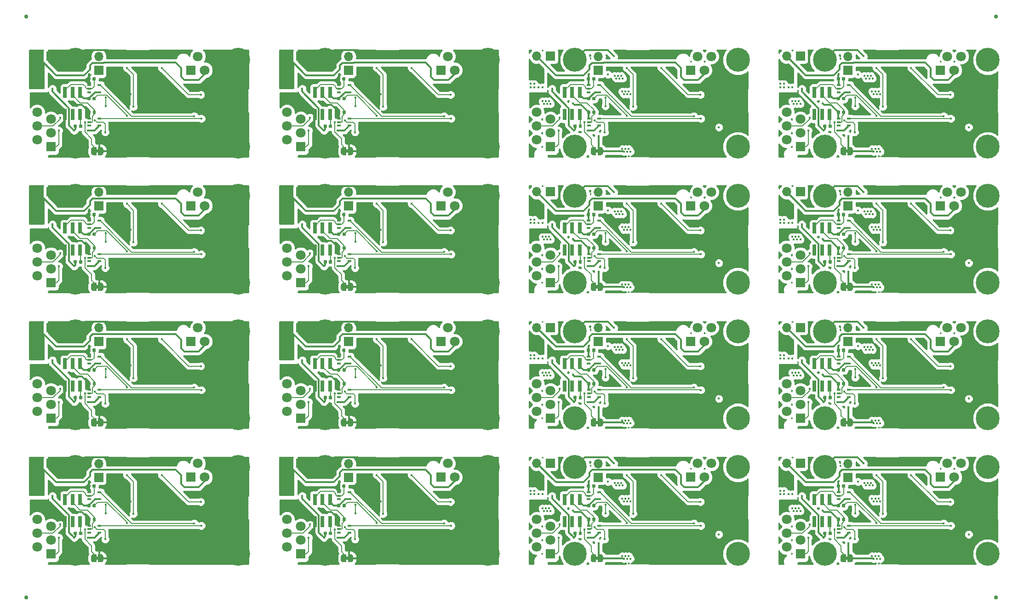
<source format=gbr>
G04 #@! TF.GenerationSoftware,KiCad,Pcbnew,5.0.2-bee76a0~70~ubuntu18.04.1*
G04 #@! TF.CreationDate,2020-03-12T16:20:20+01:00*
G04 #@! TF.ProjectId,output.m3_panel,6f757470-7574-42e6-9d33-5f70616e656c,rev?*
G04 #@! TF.SameCoordinates,Original*
G04 #@! TF.FileFunction,Copper,L2,Bot*
G04 #@! TF.FilePolarity,Positive*
%FSLAX46Y46*%
G04 Gerber Fmt 4.6, Leading zero omitted, Abs format (unit mm)*
G04 Created by KiCad (PCBNEW 5.0.2-bee76a0~70~ubuntu18.04.1) date Thu 12 Mar 2020 04:20:20 PM CET*
%MOMM*%
%LPD*%
G01*
G04 APERTURE LIST*
G04 #@! TA.AperFunction,ComponentPad*
%ADD10C,4.400000*%
G04 #@! TD*
G04 #@! TA.AperFunction,SMDPad,CuDef*
%ADD11R,0.700000X0.400000*%
G04 #@! TD*
G04 #@! TA.AperFunction,ComponentPad*
%ADD12R,1.800000X1.800000*%
G04 #@! TD*
G04 #@! TA.AperFunction,ComponentPad*
%ADD13C,1.800000*%
G04 #@! TD*
G04 #@! TA.AperFunction,Conductor*
%ADD14C,0.100000*%
G04 #@! TD*
G04 #@! TA.AperFunction,SMDPad,CuDef*
%ADD15C,0.590000*%
G04 #@! TD*
G04 #@! TA.AperFunction,ComponentPad*
%ADD16R,1.700000X1.700000*%
G04 #@! TD*
G04 #@! TA.AperFunction,ComponentPad*
%ADD17O,1.700000X1.700000*%
G04 #@! TD*
G04 #@! TA.AperFunction,SMDPad,CuDef*
%ADD18R,0.700000X2.000000*%
G04 #@! TD*
G04 #@! TA.AperFunction,SMDPad,CuDef*
%ADD19C,0.500000*%
G04 #@! TD*
G04 #@! TA.AperFunction,BGAPad,CuDef*
%ADD20C,0.750000*%
G04 #@! TD*
G04 #@! TA.AperFunction,ViaPad*
%ADD21C,0.400000*%
G04 #@! TD*
G04 #@! TA.AperFunction,Conductor*
%ADD22C,0.304800*%
G04 #@! TD*
G04 #@! TA.AperFunction,Conductor*
%ADD23C,0.152400*%
G04 #@! TD*
G04 #@! TA.AperFunction,Conductor*
%ADD24C,0.254000*%
G04 #@! TD*
G04 #@! TA.AperFunction,NonConductor*
%ADD25C,0.254000*%
G04 #@! TD*
G04 APERTURE END LIST*
D10*
G04 #@! TO.P,H7,1*
G04 #@! TO.N,N/C*
X223500000Y-116500000D03*
G04 #@! TD*
G04 #@! TO.P,H7,1*
G04 #@! TO.N,N/C*
X177500000Y-91500000D03*
G04 #@! TD*
G04 #@! TO.P,H7,1*
G04 #@! TO.N,N/C*
X177500000Y-141500000D03*
G04 #@! TD*
D11*
G04 #@! TO.P,J2,1*
G04 #@! TO.N,N/C*
X150055860Y-62586753D03*
G04 #@! TO.P,J2,2*
X150055860Y-61936753D03*
G04 #@! TO.P,J2,3*
X150055860Y-61286753D03*
G04 #@! TO.P,J2,4*
X151955860Y-61286753D03*
G04 #@! TO.P,J2,5*
X151955860Y-62586753D03*
G04 #@! TD*
D12*
G04 #@! TO.P,J5,1*
G04 #@! TO.N,N/C*
X168795000Y-127370000D03*
D13*
G04 #@! TO.P,J5,2*
X170065000Y-124830000D03*
G04 #@! TO.P,J5,3*
X171335000Y-127370000D03*
G04 #@! TO.P,J5,4*
X172605000Y-124830000D03*
G04 #@! TD*
D14*
G04 #@! TO.N,N/C*
G04 #@! TO.C,R6*
G36*
X197152818Y-59817463D02*
X197167136Y-59819587D01*
X197181177Y-59823104D01*
X197194806Y-59827981D01*
X197207891Y-59834170D01*
X197220307Y-59841611D01*
X197231933Y-59850234D01*
X197242658Y-59859955D01*
X197252379Y-59870680D01*
X197261002Y-59882306D01*
X197268443Y-59894722D01*
X197274632Y-59907807D01*
X197279509Y-59921436D01*
X197283026Y-59935477D01*
X197285150Y-59949795D01*
X197285860Y-59964253D01*
X197285860Y-60309253D01*
X197285150Y-60323711D01*
X197283026Y-60338029D01*
X197279509Y-60352070D01*
X197274632Y-60365699D01*
X197268443Y-60378784D01*
X197261002Y-60391200D01*
X197252379Y-60402826D01*
X197242658Y-60413551D01*
X197231933Y-60423272D01*
X197220307Y-60431895D01*
X197207891Y-60439336D01*
X197194806Y-60445525D01*
X197181177Y-60450402D01*
X197167136Y-60453919D01*
X197152818Y-60456043D01*
X197138360Y-60456753D01*
X196843360Y-60456753D01*
X196828902Y-60456043D01*
X196814584Y-60453919D01*
X196800543Y-60450402D01*
X196786914Y-60445525D01*
X196773829Y-60439336D01*
X196761413Y-60431895D01*
X196749787Y-60423272D01*
X196739062Y-60413551D01*
X196729341Y-60402826D01*
X196720718Y-60391200D01*
X196713277Y-60378784D01*
X196707088Y-60365699D01*
X196702211Y-60352070D01*
X196698694Y-60338029D01*
X196696570Y-60323711D01*
X196695860Y-60309253D01*
X196695860Y-59964253D01*
X196696570Y-59949795D01*
X196698694Y-59935477D01*
X196702211Y-59921436D01*
X196707088Y-59907807D01*
X196713277Y-59894722D01*
X196720718Y-59882306D01*
X196729341Y-59870680D01*
X196739062Y-59859955D01*
X196749787Y-59850234D01*
X196761413Y-59841611D01*
X196773829Y-59834170D01*
X196786914Y-59827981D01*
X196800543Y-59823104D01*
X196814584Y-59819587D01*
X196828902Y-59817463D01*
X196843360Y-59816753D01*
X197138360Y-59816753D01*
X197152818Y-59817463D01*
X197152818Y-59817463D01*
G37*
D15*
G04 #@! TD*
G04 #@! TO.P,R6,2*
G04 #@! TO.N,N/C*
X196990860Y-60136753D03*
D14*
G04 #@! TO.N,N/C*
G04 #@! TO.C,R6*
G36*
X196182818Y-59817463D02*
X196197136Y-59819587D01*
X196211177Y-59823104D01*
X196224806Y-59827981D01*
X196237891Y-59834170D01*
X196250307Y-59841611D01*
X196261933Y-59850234D01*
X196272658Y-59859955D01*
X196282379Y-59870680D01*
X196291002Y-59882306D01*
X196298443Y-59894722D01*
X196304632Y-59907807D01*
X196309509Y-59921436D01*
X196313026Y-59935477D01*
X196315150Y-59949795D01*
X196315860Y-59964253D01*
X196315860Y-60309253D01*
X196315150Y-60323711D01*
X196313026Y-60338029D01*
X196309509Y-60352070D01*
X196304632Y-60365699D01*
X196298443Y-60378784D01*
X196291002Y-60391200D01*
X196282379Y-60402826D01*
X196272658Y-60413551D01*
X196261933Y-60423272D01*
X196250307Y-60431895D01*
X196237891Y-60439336D01*
X196224806Y-60445525D01*
X196211177Y-60450402D01*
X196197136Y-60453919D01*
X196182818Y-60456043D01*
X196168360Y-60456753D01*
X195873360Y-60456753D01*
X195858902Y-60456043D01*
X195844584Y-60453919D01*
X195830543Y-60450402D01*
X195816914Y-60445525D01*
X195803829Y-60439336D01*
X195791413Y-60431895D01*
X195779787Y-60423272D01*
X195769062Y-60413551D01*
X195759341Y-60402826D01*
X195750718Y-60391200D01*
X195743277Y-60378784D01*
X195737088Y-60365699D01*
X195732211Y-60352070D01*
X195728694Y-60338029D01*
X195726570Y-60323711D01*
X195725860Y-60309253D01*
X195725860Y-59964253D01*
X195726570Y-59949795D01*
X195728694Y-59935477D01*
X195732211Y-59921436D01*
X195737088Y-59907807D01*
X195743277Y-59894722D01*
X195750718Y-59882306D01*
X195759341Y-59870680D01*
X195769062Y-59859955D01*
X195779787Y-59850234D01*
X195791413Y-59841611D01*
X195803829Y-59834170D01*
X195816914Y-59827981D01*
X195830543Y-59823104D01*
X195844584Y-59819587D01*
X195858902Y-59817463D01*
X195873360Y-59816753D01*
X196168360Y-59816753D01*
X196182818Y-59817463D01*
X196182818Y-59817463D01*
G37*
D15*
G04 #@! TD*
G04 #@! TO.P,R6,1*
G04 #@! TO.N,N/C*
X196020860Y-60136753D03*
D10*
G04 #@! TO.P,H2,1*
G04 #@! TO.N,N/C*
X193500000Y-125500000D03*
G04 #@! TD*
G04 #@! TO.P,H2,1*
G04 #@! TO.N,N/C*
X147500000Y-125500000D03*
G04 #@! TD*
D13*
G04 #@! TO.P,J7,6*
G04 #@! TO.N,N/C*
X140460000Y-85150000D03*
G04 #@! TO.P,J7,5*
X143000000Y-86420000D03*
D12*
G04 #@! TO.P,J7,1*
X143000000Y-91500000D03*
D13*
G04 #@! TO.P,J7,2*
X140460000Y-90230000D03*
G04 #@! TO.P,J7,3*
X143000000Y-88960000D03*
G04 #@! TO.P,J7,4*
X140460000Y-87690000D03*
G04 #@! TD*
G04 #@! TO.P,J5,4*
G04 #@! TO.N,N/C*
X172605000Y-49830000D03*
G04 #@! TO.P,J5,3*
X171335000Y-52370000D03*
G04 #@! TO.P,J5,2*
X170065000Y-49830000D03*
D12*
G04 #@! TO.P,J5,1*
X168795000Y-52370000D03*
G04 #@! TD*
D14*
G04 #@! TO.N,N/C*
G04 #@! TO.C,R7*
G36*
X147676958Y-112380710D02*
X147691276Y-112382834D01*
X147705317Y-112386351D01*
X147718946Y-112391228D01*
X147732031Y-112397417D01*
X147744447Y-112404858D01*
X147756073Y-112413481D01*
X147766798Y-112423202D01*
X147776519Y-112433927D01*
X147785142Y-112445553D01*
X147792583Y-112457969D01*
X147798772Y-112471054D01*
X147803649Y-112484683D01*
X147807166Y-112498724D01*
X147809290Y-112513042D01*
X147810000Y-112527500D01*
X147810000Y-112872500D01*
X147809290Y-112886958D01*
X147807166Y-112901276D01*
X147803649Y-112915317D01*
X147798772Y-112928946D01*
X147792583Y-112942031D01*
X147785142Y-112954447D01*
X147776519Y-112966073D01*
X147766798Y-112976798D01*
X147756073Y-112986519D01*
X147744447Y-112995142D01*
X147732031Y-113002583D01*
X147718946Y-113008772D01*
X147705317Y-113013649D01*
X147691276Y-113017166D01*
X147676958Y-113019290D01*
X147662500Y-113020000D01*
X147367500Y-113020000D01*
X147353042Y-113019290D01*
X147338724Y-113017166D01*
X147324683Y-113013649D01*
X147311054Y-113008772D01*
X147297969Y-113002583D01*
X147285553Y-112995142D01*
X147273927Y-112986519D01*
X147263202Y-112976798D01*
X147253481Y-112966073D01*
X147244858Y-112954447D01*
X147237417Y-112942031D01*
X147231228Y-112928946D01*
X147226351Y-112915317D01*
X147222834Y-112901276D01*
X147220710Y-112886958D01*
X147220000Y-112872500D01*
X147220000Y-112527500D01*
X147220710Y-112513042D01*
X147222834Y-112498724D01*
X147226351Y-112484683D01*
X147231228Y-112471054D01*
X147237417Y-112457969D01*
X147244858Y-112445553D01*
X147253481Y-112433927D01*
X147263202Y-112423202D01*
X147273927Y-112413481D01*
X147285553Y-112404858D01*
X147297969Y-112397417D01*
X147311054Y-112391228D01*
X147324683Y-112386351D01*
X147338724Y-112382834D01*
X147353042Y-112380710D01*
X147367500Y-112380000D01*
X147662500Y-112380000D01*
X147676958Y-112380710D01*
X147676958Y-112380710D01*
G37*
D15*
G04 #@! TD*
G04 #@! TO.P,R7,1*
G04 #@! TO.N,N/C*
X147515000Y-112700000D03*
D14*
G04 #@! TO.N,N/C*
G04 #@! TO.C,R7*
G36*
X148646958Y-112380710D02*
X148661276Y-112382834D01*
X148675317Y-112386351D01*
X148688946Y-112391228D01*
X148702031Y-112397417D01*
X148714447Y-112404858D01*
X148726073Y-112413481D01*
X148736798Y-112423202D01*
X148746519Y-112433927D01*
X148755142Y-112445553D01*
X148762583Y-112457969D01*
X148768772Y-112471054D01*
X148773649Y-112484683D01*
X148777166Y-112498724D01*
X148779290Y-112513042D01*
X148780000Y-112527500D01*
X148780000Y-112872500D01*
X148779290Y-112886958D01*
X148777166Y-112901276D01*
X148773649Y-112915317D01*
X148768772Y-112928946D01*
X148762583Y-112942031D01*
X148755142Y-112954447D01*
X148746519Y-112966073D01*
X148736798Y-112976798D01*
X148726073Y-112986519D01*
X148714447Y-112995142D01*
X148702031Y-113002583D01*
X148688946Y-113008772D01*
X148675317Y-113013649D01*
X148661276Y-113017166D01*
X148646958Y-113019290D01*
X148632500Y-113020000D01*
X148337500Y-113020000D01*
X148323042Y-113019290D01*
X148308724Y-113017166D01*
X148294683Y-113013649D01*
X148281054Y-113008772D01*
X148267969Y-113002583D01*
X148255553Y-112995142D01*
X148243927Y-112986519D01*
X148233202Y-112976798D01*
X148223481Y-112966073D01*
X148214858Y-112954447D01*
X148207417Y-112942031D01*
X148201228Y-112928946D01*
X148196351Y-112915317D01*
X148192834Y-112901276D01*
X148190710Y-112886958D01*
X148190000Y-112872500D01*
X148190000Y-112527500D01*
X148190710Y-112513042D01*
X148192834Y-112498724D01*
X148196351Y-112484683D01*
X148201228Y-112471054D01*
X148207417Y-112457969D01*
X148214858Y-112445553D01*
X148223481Y-112433927D01*
X148233202Y-112423202D01*
X148243927Y-112413481D01*
X148255553Y-112404858D01*
X148267969Y-112397417D01*
X148281054Y-112391228D01*
X148294683Y-112386351D01*
X148308724Y-112382834D01*
X148323042Y-112380710D01*
X148337500Y-112380000D01*
X148632500Y-112380000D01*
X148646958Y-112380710D01*
X148646958Y-112380710D01*
G37*
D15*
G04 #@! TD*
G04 #@! TO.P,R7,2*
G04 #@! TO.N,N/C*
X148485000Y-112700000D03*
D14*
G04 #@! TO.N,N/C*
G04 #@! TO.C,R6*
G36*
X151152818Y-84817463D02*
X151167136Y-84819587D01*
X151181177Y-84823104D01*
X151194806Y-84827981D01*
X151207891Y-84834170D01*
X151220307Y-84841611D01*
X151231933Y-84850234D01*
X151242658Y-84859955D01*
X151252379Y-84870680D01*
X151261002Y-84882306D01*
X151268443Y-84894722D01*
X151274632Y-84907807D01*
X151279509Y-84921436D01*
X151283026Y-84935477D01*
X151285150Y-84949795D01*
X151285860Y-84964253D01*
X151285860Y-85309253D01*
X151285150Y-85323711D01*
X151283026Y-85338029D01*
X151279509Y-85352070D01*
X151274632Y-85365699D01*
X151268443Y-85378784D01*
X151261002Y-85391200D01*
X151252379Y-85402826D01*
X151242658Y-85413551D01*
X151231933Y-85423272D01*
X151220307Y-85431895D01*
X151207891Y-85439336D01*
X151194806Y-85445525D01*
X151181177Y-85450402D01*
X151167136Y-85453919D01*
X151152818Y-85456043D01*
X151138360Y-85456753D01*
X150843360Y-85456753D01*
X150828902Y-85456043D01*
X150814584Y-85453919D01*
X150800543Y-85450402D01*
X150786914Y-85445525D01*
X150773829Y-85439336D01*
X150761413Y-85431895D01*
X150749787Y-85423272D01*
X150739062Y-85413551D01*
X150729341Y-85402826D01*
X150720718Y-85391200D01*
X150713277Y-85378784D01*
X150707088Y-85365699D01*
X150702211Y-85352070D01*
X150698694Y-85338029D01*
X150696570Y-85323711D01*
X150695860Y-85309253D01*
X150695860Y-84964253D01*
X150696570Y-84949795D01*
X150698694Y-84935477D01*
X150702211Y-84921436D01*
X150707088Y-84907807D01*
X150713277Y-84894722D01*
X150720718Y-84882306D01*
X150729341Y-84870680D01*
X150739062Y-84859955D01*
X150749787Y-84850234D01*
X150761413Y-84841611D01*
X150773829Y-84834170D01*
X150786914Y-84827981D01*
X150800543Y-84823104D01*
X150814584Y-84819587D01*
X150828902Y-84817463D01*
X150843360Y-84816753D01*
X151138360Y-84816753D01*
X151152818Y-84817463D01*
X151152818Y-84817463D01*
G37*
D15*
G04 #@! TD*
G04 #@! TO.P,R6,2*
G04 #@! TO.N,N/C*
X150990860Y-85136753D03*
D14*
G04 #@! TO.N,N/C*
G04 #@! TO.C,R6*
G36*
X150182818Y-84817463D02*
X150197136Y-84819587D01*
X150211177Y-84823104D01*
X150224806Y-84827981D01*
X150237891Y-84834170D01*
X150250307Y-84841611D01*
X150261933Y-84850234D01*
X150272658Y-84859955D01*
X150282379Y-84870680D01*
X150291002Y-84882306D01*
X150298443Y-84894722D01*
X150304632Y-84907807D01*
X150309509Y-84921436D01*
X150313026Y-84935477D01*
X150315150Y-84949795D01*
X150315860Y-84964253D01*
X150315860Y-85309253D01*
X150315150Y-85323711D01*
X150313026Y-85338029D01*
X150309509Y-85352070D01*
X150304632Y-85365699D01*
X150298443Y-85378784D01*
X150291002Y-85391200D01*
X150282379Y-85402826D01*
X150272658Y-85413551D01*
X150261933Y-85423272D01*
X150250307Y-85431895D01*
X150237891Y-85439336D01*
X150224806Y-85445525D01*
X150211177Y-85450402D01*
X150197136Y-85453919D01*
X150182818Y-85456043D01*
X150168360Y-85456753D01*
X149873360Y-85456753D01*
X149858902Y-85456043D01*
X149844584Y-85453919D01*
X149830543Y-85450402D01*
X149816914Y-85445525D01*
X149803829Y-85439336D01*
X149791413Y-85431895D01*
X149779787Y-85423272D01*
X149769062Y-85413551D01*
X149759341Y-85402826D01*
X149750718Y-85391200D01*
X149743277Y-85378784D01*
X149737088Y-85365699D01*
X149732211Y-85352070D01*
X149728694Y-85338029D01*
X149726570Y-85323711D01*
X149725860Y-85309253D01*
X149725860Y-84964253D01*
X149726570Y-84949795D01*
X149728694Y-84935477D01*
X149732211Y-84921436D01*
X149737088Y-84907807D01*
X149743277Y-84894722D01*
X149750718Y-84882306D01*
X149759341Y-84870680D01*
X149769062Y-84859955D01*
X149779787Y-84850234D01*
X149791413Y-84841611D01*
X149803829Y-84834170D01*
X149816914Y-84827981D01*
X149830543Y-84823104D01*
X149844584Y-84819587D01*
X149858902Y-84817463D01*
X149873360Y-84816753D01*
X150168360Y-84816753D01*
X150182818Y-84817463D01*
X150182818Y-84817463D01*
G37*
D15*
G04 #@! TD*
G04 #@! TO.P,R6,1*
G04 #@! TO.N,N/C*
X150020860Y-85136753D03*
D16*
G04 #@! TO.P,J3,1*
G04 #@! TO.N,N/C*
X197800000Y-102400000D03*
D17*
G04 #@! TO.P,J3,2*
X197800000Y-99860000D03*
G04 #@! TD*
D14*
G04 #@! TO.N,N/C*
G04 #@! TO.C,R5*
G36*
X151124633Y-78661440D02*
X151138951Y-78663564D01*
X151152992Y-78667081D01*
X151166621Y-78671958D01*
X151179706Y-78678147D01*
X151192122Y-78685588D01*
X151203748Y-78694211D01*
X151214473Y-78703932D01*
X151224194Y-78714657D01*
X151232817Y-78726283D01*
X151240258Y-78738699D01*
X151246447Y-78751784D01*
X151251324Y-78765413D01*
X151254841Y-78779454D01*
X151256965Y-78793772D01*
X151257675Y-78808230D01*
X151257675Y-79153230D01*
X151256965Y-79167688D01*
X151254841Y-79182006D01*
X151251324Y-79196047D01*
X151246447Y-79209676D01*
X151240258Y-79222761D01*
X151232817Y-79235177D01*
X151224194Y-79246803D01*
X151214473Y-79257528D01*
X151203748Y-79267249D01*
X151192122Y-79275872D01*
X151179706Y-79283313D01*
X151166621Y-79289502D01*
X151152992Y-79294379D01*
X151138951Y-79297896D01*
X151124633Y-79300020D01*
X151110175Y-79300730D01*
X150815175Y-79300730D01*
X150800717Y-79300020D01*
X150786399Y-79297896D01*
X150772358Y-79294379D01*
X150758729Y-79289502D01*
X150745644Y-79283313D01*
X150733228Y-79275872D01*
X150721602Y-79267249D01*
X150710877Y-79257528D01*
X150701156Y-79246803D01*
X150692533Y-79235177D01*
X150685092Y-79222761D01*
X150678903Y-79209676D01*
X150674026Y-79196047D01*
X150670509Y-79182006D01*
X150668385Y-79167688D01*
X150667675Y-79153230D01*
X150667675Y-78808230D01*
X150668385Y-78793772D01*
X150670509Y-78779454D01*
X150674026Y-78765413D01*
X150678903Y-78751784D01*
X150685092Y-78738699D01*
X150692533Y-78726283D01*
X150701156Y-78714657D01*
X150710877Y-78703932D01*
X150721602Y-78694211D01*
X150733228Y-78685588D01*
X150745644Y-78678147D01*
X150758729Y-78671958D01*
X150772358Y-78667081D01*
X150786399Y-78663564D01*
X150800717Y-78661440D01*
X150815175Y-78660730D01*
X151110175Y-78660730D01*
X151124633Y-78661440D01*
X151124633Y-78661440D01*
G37*
D15*
G04 #@! TD*
G04 #@! TO.P,R5,1*
G04 #@! TO.N,N/C*
X150962675Y-78980730D03*
D14*
G04 #@! TO.N,N/C*
G04 #@! TO.C,R5*
G36*
X150154633Y-78661440D02*
X150168951Y-78663564D01*
X150182992Y-78667081D01*
X150196621Y-78671958D01*
X150209706Y-78678147D01*
X150222122Y-78685588D01*
X150233748Y-78694211D01*
X150244473Y-78703932D01*
X150254194Y-78714657D01*
X150262817Y-78726283D01*
X150270258Y-78738699D01*
X150276447Y-78751784D01*
X150281324Y-78765413D01*
X150284841Y-78779454D01*
X150286965Y-78793772D01*
X150287675Y-78808230D01*
X150287675Y-79153230D01*
X150286965Y-79167688D01*
X150284841Y-79182006D01*
X150281324Y-79196047D01*
X150276447Y-79209676D01*
X150270258Y-79222761D01*
X150262817Y-79235177D01*
X150254194Y-79246803D01*
X150244473Y-79257528D01*
X150233748Y-79267249D01*
X150222122Y-79275872D01*
X150209706Y-79283313D01*
X150196621Y-79289502D01*
X150182992Y-79294379D01*
X150168951Y-79297896D01*
X150154633Y-79300020D01*
X150140175Y-79300730D01*
X149845175Y-79300730D01*
X149830717Y-79300020D01*
X149816399Y-79297896D01*
X149802358Y-79294379D01*
X149788729Y-79289502D01*
X149775644Y-79283313D01*
X149763228Y-79275872D01*
X149751602Y-79267249D01*
X149740877Y-79257528D01*
X149731156Y-79246803D01*
X149722533Y-79235177D01*
X149715092Y-79222761D01*
X149708903Y-79209676D01*
X149704026Y-79196047D01*
X149700509Y-79182006D01*
X149698385Y-79167688D01*
X149697675Y-79153230D01*
X149697675Y-78808230D01*
X149698385Y-78793772D01*
X149700509Y-78779454D01*
X149704026Y-78765413D01*
X149708903Y-78751784D01*
X149715092Y-78738699D01*
X149722533Y-78726283D01*
X149731156Y-78714657D01*
X149740877Y-78703932D01*
X149751602Y-78694211D01*
X149763228Y-78685588D01*
X149775644Y-78678147D01*
X149788729Y-78671958D01*
X149802358Y-78667081D01*
X149816399Y-78663564D01*
X149830717Y-78661440D01*
X149845175Y-78660730D01*
X150140175Y-78660730D01*
X150154633Y-78661440D01*
X150154633Y-78661440D01*
G37*
D15*
G04 #@! TD*
G04 #@! TO.P,R5,2*
G04 #@! TO.N,N/C*
X149992675Y-78980730D03*
D14*
G04 #@! TO.N,N/C*
G04 #@! TO.C,R6*
G36*
X151152818Y-134817463D02*
X151167136Y-134819587D01*
X151181177Y-134823104D01*
X151194806Y-134827981D01*
X151207891Y-134834170D01*
X151220307Y-134841611D01*
X151231933Y-134850234D01*
X151242658Y-134859955D01*
X151252379Y-134870680D01*
X151261002Y-134882306D01*
X151268443Y-134894722D01*
X151274632Y-134907807D01*
X151279509Y-134921436D01*
X151283026Y-134935477D01*
X151285150Y-134949795D01*
X151285860Y-134964253D01*
X151285860Y-135309253D01*
X151285150Y-135323711D01*
X151283026Y-135338029D01*
X151279509Y-135352070D01*
X151274632Y-135365699D01*
X151268443Y-135378784D01*
X151261002Y-135391200D01*
X151252379Y-135402826D01*
X151242658Y-135413551D01*
X151231933Y-135423272D01*
X151220307Y-135431895D01*
X151207891Y-135439336D01*
X151194806Y-135445525D01*
X151181177Y-135450402D01*
X151167136Y-135453919D01*
X151152818Y-135456043D01*
X151138360Y-135456753D01*
X150843360Y-135456753D01*
X150828902Y-135456043D01*
X150814584Y-135453919D01*
X150800543Y-135450402D01*
X150786914Y-135445525D01*
X150773829Y-135439336D01*
X150761413Y-135431895D01*
X150749787Y-135423272D01*
X150739062Y-135413551D01*
X150729341Y-135402826D01*
X150720718Y-135391200D01*
X150713277Y-135378784D01*
X150707088Y-135365699D01*
X150702211Y-135352070D01*
X150698694Y-135338029D01*
X150696570Y-135323711D01*
X150695860Y-135309253D01*
X150695860Y-134964253D01*
X150696570Y-134949795D01*
X150698694Y-134935477D01*
X150702211Y-134921436D01*
X150707088Y-134907807D01*
X150713277Y-134894722D01*
X150720718Y-134882306D01*
X150729341Y-134870680D01*
X150739062Y-134859955D01*
X150749787Y-134850234D01*
X150761413Y-134841611D01*
X150773829Y-134834170D01*
X150786914Y-134827981D01*
X150800543Y-134823104D01*
X150814584Y-134819587D01*
X150828902Y-134817463D01*
X150843360Y-134816753D01*
X151138360Y-134816753D01*
X151152818Y-134817463D01*
X151152818Y-134817463D01*
G37*
D15*
G04 #@! TD*
G04 #@! TO.P,R6,2*
G04 #@! TO.N,N/C*
X150990860Y-135136753D03*
D14*
G04 #@! TO.N,N/C*
G04 #@! TO.C,R6*
G36*
X150182818Y-134817463D02*
X150197136Y-134819587D01*
X150211177Y-134823104D01*
X150224806Y-134827981D01*
X150237891Y-134834170D01*
X150250307Y-134841611D01*
X150261933Y-134850234D01*
X150272658Y-134859955D01*
X150282379Y-134870680D01*
X150291002Y-134882306D01*
X150298443Y-134894722D01*
X150304632Y-134907807D01*
X150309509Y-134921436D01*
X150313026Y-134935477D01*
X150315150Y-134949795D01*
X150315860Y-134964253D01*
X150315860Y-135309253D01*
X150315150Y-135323711D01*
X150313026Y-135338029D01*
X150309509Y-135352070D01*
X150304632Y-135365699D01*
X150298443Y-135378784D01*
X150291002Y-135391200D01*
X150282379Y-135402826D01*
X150272658Y-135413551D01*
X150261933Y-135423272D01*
X150250307Y-135431895D01*
X150237891Y-135439336D01*
X150224806Y-135445525D01*
X150211177Y-135450402D01*
X150197136Y-135453919D01*
X150182818Y-135456043D01*
X150168360Y-135456753D01*
X149873360Y-135456753D01*
X149858902Y-135456043D01*
X149844584Y-135453919D01*
X149830543Y-135450402D01*
X149816914Y-135445525D01*
X149803829Y-135439336D01*
X149791413Y-135431895D01*
X149779787Y-135423272D01*
X149769062Y-135413551D01*
X149759341Y-135402826D01*
X149750718Y-135391200D01*
X149743277Y-135378784D01*
X149737088Y-135365699D01*
X149732211Y-135352070D01*
X149728694Y-135338029D01*
X149726570Y-135323711D01*
X149725860Y-135309253D01*
X149725860Y-134964253D01*
X149726570Y-134949795D01*
X149728694Y-134935477D01*
X149732211Y-134921436D01*
X149737088Y-134907807D01*
X149743277Y-134894722D01*
X149750718Y-134882306D01*
X149759341Y-134870680D01*
X149769062Y-134859955D01*
X149779787Y-134850234D01*
X149791413Y-134841611D01*
X149803829Y-134834170D01*
X149816914Y-134827981D01*
X149830543Y-134823104D01*
X149844584Y-134819587D01*
X149858902Y-134817463D01*
X149873360Y-134816753D01*
X150168360Y-134816753D01*
X150182818Y-134817463D01*
X150182818Y-134817463D01*
G37*
D15*
G04 #@! TD*
G04 #@! TO.P,R6,1*
G04 #@! TO.N,N/C*
X150020860Y-135136753D03*
D18*
G04 #@! TO.P,J6,5*
G04 #@! TO.N,N/C*
X147000000Y-135550000D03*
G04 #@! TO.P,J6,6*
X145600000Y-135550000D03*
G04 #@! TO.P,J6,4*
X148400000Y-135550000D03*
G04 #@! TO.P,J6,3*
X148400000Y-131450000D03*
G04 #@! TO.P,J6,2*
X147000000Y-131450000D03*
G04 #@! TO.P,J6,1*
X145600000Y-131450000D03*
G04 #@! TD*
D13*
G04 #@! TO.P,J7,4*
G04 #@! TO.N,N/C*
X140460000Y-62690000D03*
G04 #@! TO.P,J7,3*
X143000000Y-63960000D03*
G04 #@! TO.P,J7,2*
X140460000Y-65230000D03*
D12*
G04 #@! TO.P,J7,1*
X143000000Y-66500000D03*
D13*
G04 #@! TO.P,J7,5*
X143000000Y-61420000D03*
G04 #@! TO.P,J7,6*
X140460000Y-60150000D03*
G04 #@! TD*
D14*
G04 #@! TO.N,N/C*
G04 #@! TO.C,R7*
G36*
X148646958Y-62380710D02*
X148661276Y-62382834D01*
X148675317Y-62386351D01*
X148688946Y-62391228D01*
X148702031Y-62397417D01*
X148714447Y-62404858D01*
X148726073Y-62413481D01*
X148736798Y-62423202D01*
X148746519Y-62433927D01*
X148755142Y-62445553D01*
X148762583Y-62457969D01*
X148768772Y-62471054D01*
X148773649Y-62484683D01*
X148777166Y-62498724D01*
X148779290Y-62513042D01*
X148780000Y-62527500D01*
X148780000Y-62872500D01*
X148779290Y-62886958D01*
X148777166Y-62901276D01*
X148773649Y-62915317D01*
X148768772Y-62928946D01*
X148762583Y-62942031D01*
X148755142Y-62954447D01*
X148746519Y-62966073D01*
X148736798Y-62976798D01*
X148726073Y-62986519D01*
X148714447Y-62995142D01*
X148702031Y-63002583D01*
X148688946Y-63008772D01*
X148675317Y-63013649D01*
X148661276Y-63017166D01*
X148646958Y-63019290D01*
X148632500Y-63020000D01*
X148337500Y-63020000D01*
X148323042Y-63019290D01*
X148308724Y-63017166D01*
X148294683Y-63013649D01*
X148281054Y-63008772D01*
X148267969Y-63002583D01*
X148255553Y-62995142D01*
X148243927Y-62986519D01*
X148233202Y-62976798D01*
X148223481Y-62966073D01*
X148214858Y-62954447D01*
X148207417Y-62942031D01*
X148201228Y-62928946D01*
X148196351Y-62915317D01*
X148192834Y-62901276D01*
X148190710Y-62886958D01*
X148190000Y-62872500D01*
X148190000Y-62527500D01*
X148190710Y-62513042D01*
X148192834Y-62498724D01*
X148196351Y-62484683D01*
X148201228Y-62471054D01*
X148207417Y-62457969D01*
X148214858Y-62445553D01*
X148223481Y-62433927D01*
X148233202Y-62423202D01*
X148243927Y-62413481D01*
X148255553Y-62404858D01*
X148267969Y-62397417D01*
X148281054Y-62391228D01*
X148294683Y-62386351D01*
X148308724Y-62382834D01*
X148323042Y-62380710D01*
X148337500Y-62380000D01*
X148632500Y-62380000D01*
X148646958Y-62380710D01*
X148646958Y-62380710D01*
G37*
D15*
G04 #@! TD*
G04 #@! TO.P,R7,2*
G04 #@! TO.N,N/C*
X148485000Y-62700000D03*
D14*
G04 #@! TO.N,N/C*
G04 #@! TO.C,R7*
G36*
X147676958Y-62380710D02*
X147691276Y-62382834D01*
X147705317Y-62386351D01*
X147718946Y-62391228D01*
X147732031Y-62397417D01*
X147744447Y-62404858D01*
X147756073Y-62413481D01*
X147766798Y-62423202D01*
X147776519Y-62433927D01*
X147785142Y-62445553D01*
X147792583Y-62457969D01*
X147798772Y-62471054D01*
X147803649Y-62484683D01*
X147807166Y-62498724D01*
X147809290Y-62513042D01*
X147810000Y-62527500D01*
X147810000Y-62872500D01*
X147809290Y-62886958D01*
X147807166Y-62901276D01*
X147803649Y-62915317D01*
X147798772Y-62928946D01*
X147792583Y-62942031D01*
X147785142Y-62954447D01*
X147776519Y-62966073D01*
X147766798Y-62976798D01*
X147756073Y-62986519D01*
X147744447Y-62995142D01*
X147732031Y-63002583D01*
X147718946Y-63008772D01*
X147705317Y-63013649D01*
X147691276Y-63017166D01*
X147676958Y-63019290D01*
X147662500Y-63020000D01*
X147367500Y-63020000D01*
X147353042Y-63019290D01*
X147338724Y-63017166D01*
X147324683Y-63013649D01*
X147311054Y-63008772D01*
X147297969Y-63002583D01*
X147285553Y-62995142D01*
X147273927Y-62986519D01*
X147263202Y-62976798D01*
X147253481Y-62966073D01*
X147244858Y-62954447D01*
X147237417Y-62942031D01*
X147231228Y-62928946D01*
X147226351Y-62915317D01*
X147222834Y-62901276D01*
X147220710Y-62886958D01*
X147220000Y-62872500D01*
X147220000Y-62527500D01*
X147220710Y-62513042D01*
X147222834Y-62498724D01*
X147226351Y-62484683D01*
X147231228Y-62471054D01*
X147237417Y-62457969D01*
X147244858Y-62445553D01*
X147253481Y-62433927D01*
X147263202Y-62423202D01*
X147273927Y-62413481D01*
X147285553Y-62404858D01*
X147297969Y-62397417D01*
X147311054Y-62391228D01*
X147324683Y-62386351D01*
X147338724Y-62382834D01*
X147353042Y-62380710D01*
X147367500Y-62380000D01*
X147662500Y-62380000D01*
X147676958Y-62380710D01*
X147676958Y-62380710D01*
G37*
D15*
G04 #@! TD*
G04 #@! TO.P,R7,1*
G04 #@! TO.N,N/C*
X147515000Y-62700000D03*
D16*
G04 #@! TO.P,J3,1*
G04 #@! TO.N,N/C*
X151800000Y-77400000D03*
D17*
G04 #@! TO.P,J3,2*
X151800000Y-74860000D03*
G04 #@! TD*
D11*
G04 #@! TO.P,J2,5*
G04 #@! TO.N,N/C*
X151955860Y-87586753D03*
G04 #@! TO.P,J2,4*
X151955860Y-86286753D03*
G04 #@! TO.P,J2,3*
X150055860Y-86286753D03*
G04 #@! TO.P,J2,2*
X150055860Y-86936753D03*
G04 #@! TO.P,J2,1*
X150055860Y-87586753D03*
G04 #@! TD*
D14*
G04 #@! TO.N,N/C*
G04 #@! TO.C,R5*
G36*
X197124633Y-53661440D02*
X197138951Y-53663564D01*
X197152992Y-53667081D01*
X197166621Y-53671958D01*
X197179706Y-53678147D01*
X197192122Y-53685588D01*
X197203748Y-53694211D01*
X197214473Y-53703932D01*
X197224194Y-53714657D01*
X197232817Y-53726283D01*
X197240258Y-53738699D01*
X197246447Y-53751784D01*
X197251324Y-53765413D01*
X197254841Y-53779454D01*
X197256965Y-53793772D01*
X197257675Y-53808230D01*
X197257675Y-54153230D01*
X197256965Y-54167688D01*
X197254841Y-54182006D01*
X197251324Y-54196047D01*
X197246447Y-54209676D01*
X197240258Y-54222761D01*
X197232817Y-54235177D01*
X197224194Y-54246803D01*
X197214473Y-54257528D01*
X197203748Y-54267249D01*
X197192122Y-54275872D01*
X197179706Y-54283313D01*
X197166621Y-54289502D01*
X197152992Y-54294379D01*
X197138951Y-54297896D01*
X197124633Y-54300020D01*
X197110175Y-54300730D01*
X196815175Y-54300730D01*
X196800717Y-54300020D01*
X196786399Y-54297896D01*
X196772358Y-54294379D01*
X196758729Y-54289502D01*
X196745644Y-54283313D01*
X196733228Y-54275872D01*
X196721602Y-54267249D01*
X196710877Y-54257528D01*
X196701156Y-54246803D01*
X196692533Y-54235177D01*
X196685092Y-54222761D01*
X196678903Y-54209676D01*
X196674026Y-54196047D01*
X196670509Y-54182006D01*
X196668385Y-54167688D01*
X196667675Y-54153230D01*
X196667675Y-53808230D01*
X196668385Y-53793772D01*
X196670509Y-53779454D01*
X196674026Y-53765413D01*
X196678903Y-53751784D01*
X196685092Y-53738699D01*
X196692533Y-53726283D01*
X196701156Y-53714657D01*
X196710877Y-53703932D01*
X196721602Y-53694211D01*
X196733228Y-53685588D01*
X196745644Y-53678147D01*
X196758729Y-53671958D01*
X196772358Y-53667081D01*
X196786399Y-53663564D01*
X196800717Y-53661440D01*
X196815175Y-53660730D01*
X197110175Y-53660730D01*
X197124633Y-53661440D01*
X197124633Y-53661440D01*
G37*
D15*
G04 #@! TD*
G04 #@! TO.P,R5,1*
G04 #@! TO.N,N/C*
X196962675Y-53980730D03*
D14*
G04 #@! TO.N,N/C*
G04 #@! TO.C,R5*
G36*
X196154633Y-53661440D02*
X196168951Y-53663564D01*
X196182992Y-53667081D01*
X196196621Y-53671958D01*
X196209706Y-53678147D01*
X196222122Y-53685588D01*
X196233748Y-53694211D01*
X196244473Y-53703932D01*
X196254194Y-53714657D01*
X196262817Y-53726283D01*
X196270258Y-53738699D01*
X196276447Y-53751784D01*
X196281324Y-53765413D01*
X196284841Y-53779454D01*
X196286965Y-53793772D01*
X196287675Y-53808230D01*
X196287675Y-54153230D01*
X196286965Y-54167688D01*
X196284841Y-54182006D01*
X196281324Y-54196047D01*
X196276447Y-54209676D01*
X196270258Y-54222761D01*
X196262817Y-54235177D01*
X196254194Y-54246803D01*
X196244473Y-54257528D01*
X196233748Y-54267249D01*
X196222122Y-54275872D01*
X196209706Y-54283313D01*
X196196621Y-54289502D01*
X196182992Y-54294379D01*
X196168951Y-54297896D01*
X196154633Y-54300020D01*
X196140175Y-54300730D01*
X195845175Y-54300730D01*
X195830717Y-54300020D01*
X195816399Y-54297896D01*
X195802358Y-54294379D01*
X195788729Y-54289502D01*
X195775644Y-54283313D01*
X195763228Y-54275872D01*
X195751602Y-54267249D01*
X195740877Y-54257528D01*
X195731156Y-54246803D01*
X195722533Y-54235177D01*
X195715092Y-54222761D01*
X195708903Y-54209676D01*
X195704026Y-54196047D01*
X195700509Y-54182006D01*
X195698385Y-54167688D01*
X195697675Y-54153230D01*
X195697675Y-53808230D01*
X195698385Y-53793772D01*
X195700509Y-53779454D01*
X195704026Y-53765413D01*
X195708903Y-53751784D01*
X195715092Y-53738699D01*
X195722533Y-53726283D01*
X195731156Y-53714657D01*
X195740877Y-53703932D01*
X195751602Y-53694211D01*
X195763228Y-53685588D01*
X195775644Y-53678147D01*
X195788729Y-53671958D01*
X195802358Y-53667081D01*
X195816399Y-53663564D01*
X195830717Y-53661440D01*
X195845175Y-53660730D01*
X196140175Y-53660730D01*
X196154633Y-53661440D01*
X196154633Y-53661440D01*
G37*
D15*
G04 #@! TD*
G04 #@! TO.P,R5,2*
G04 #@! TO.N,N/C*
X195992675Y-53980730D03*
D11*
G04 #@! TO.P,J1,1*
G04 #@! TO.N,N/C*
X150050000Y-106430730D03*
G04 #@! TO.P,J1,2*
X150050000Y-105780730D03*
G04 #@! TO.P,J1,3*
X150050000Y-105130730D03*
G04 #@! TO.P,J1,4*
X151950000Y-105130730D03*
G04 #@! TO.P,J1,5*
X151950000Y-106430730D03*
G04 #@! TD*
D16*
G04 #@! TO.P,J4,1*
G04 #@! TO.N,N/C*
X189000000Y-124800000D03*
D17*
G04 #@! TO.P,J4,2*
X186460000Y-124800000D03*
G04 #@! TD*
D16*
G04 #@! TO.P,J4,1*
G04 #@! TO.N,N/C*
X189000000Y-49800000D03*
D17*
G04 #@! TO.P,J4,2*
X186460000Y-49800000D03*
G04 #@! TD*
D19*
G04 #@! TO.P,JP2,2*
G04 #@! TO.N,N/C*
X150890000Y-67290000D03*
D14*
G04 #@! TD*
G04 #@! TO.N,N/C*
G04 #@! TO.C,JP2*
G36*
X150890000Y-68039398D02*
X150865466Y-68039398D01*
X150816635Y-68034588D01*
X150768510Y-68025016D01*
X150721555Y-68010772D01*
X150676222Y-67991995D01*
X150632949Y-67968864D01*
X150592150Y-67941604D01*
X150554221Y-67910476D01*
X150519524Y-67875779D01*
X150488396Y-67837850D01*
X150461136Y-67797051D01*
X150438005Y-67753778D01*
X150419228Y-67708445D01*
X150404984Y-67661490D01*
X150395412Y-67613365D01*
X150390602Y-67564534D01*
X150390602Y-67540000D01*
X150390000Y-67540000D01*
X150390000Y-67040000D01*
X150390602Y-67040000D01*
X150390602Y-67015466D01*
X150395412Y-66966635D01*
X150404984Y-66918510D01*
X150419228Y-66871555D01*
X150438005Y-66826222D01*
X150461136Y-66782949D01*
X150488396Y-66742150D01*
X150519524Y-66704221D01*
X150554221Y-66669524D01*
X150592150Y-66638396D01*
X150632949Y-66611136D01*
X150676222Y-66588005D01*
X150721555Y-66569228D01*
X150768510Y-66554984D01*
X150816635Y-66545412D01*
X150865466Y-66540602D01*
X150890000Y-66540602D01*
X150890000Y-66540000D01*
X151390000Y-66540000D01*
X151390000Y-68040000D01*
X150890000Y-68040000D01*
X150890000Y-68039398D01*
X150890000Y-68039398D01*
G37*
D19*
G04 #@! TO.P,JP2,1*
G04 #@! TO.N,N/C*
X152190000Y-67290000D03*
D14*
G04 #@! TD*
G04 #@! TO.N,N/C*
G04 #@! TO.C,JP2*
G36*
X151690000Y-67590000D02*
X151290000Y-67590000D01*
X151290000Y-66990000D01*
X151690000Y-66990000D01*
X151690000Y-66540000D01*
X152190000Y-66540000D01*
X152190000Y-66540602D01*
X152214534Y-66540602D01*
X152263365Y-66545412D01*
X152311490Y-66554984D01*
X152358445Y-66569228D01*
X152403778Y-66588005D01*
X152447051Y-66611136D01*
X152487850Y-66638396D01*
X152525779Y-66669524D01*
X152560476Y-66704221D01*
X152591604Y-66742150D01*
X152618864Y-66782949D01*
X152641995Y-66826222D01*
X152660772Y-66871555D01*
X152675016Y-66918510D01*
X152684588Y-66966635D01*
X152689398Y-67015466D01*
X152689398Y-67040000D01*
X152690000Y-67040000D01*
X152690000Y-67540000D01*
X152689398Y-67540000D01*
X152689398Y-67564534D01*
X152684588Y-67613365D01*
X152675016Y-67661490D01*
X152660772Y-67708445D01*
X152641995Y-67753778D01*
X152618864Y-67797051D01*
X152591604Y-67837850D01*
X152560476Y-67875779D01*
X152525779Y-67910476D01*
X152487850Y-67941604D01*
X152447051Y-67968864D01*
X152403778Y-67991995D01*
X152358445Y-68010772D01*
X152311490Y-68025016D01*
X152263365Y-68034588D01*
X152214534Y-68039398D01*
X152190000Y-68039398D01*
X152190000Y-68040000D01*
X151690000Y-68040000D01*
X151690000Y-67590000D01*
X151690000Y-67590000D01*
G37*
D13*
G04 #@! TO.P,J7,6*
G04 #@! TO.N,N/C*
X140460000Y-135150000D03*
G04 #@! TO.P,J7,5*
X143000000Y-136420000D03*
D12*
G04 #@! TO.P,J7,1*
X143000000Y-141500000D03*
D13*
G04 #@! TO.P,J7,2*
X140460000Y-140230000D03*
G04 #@! TO.P,J7,3*
X143000000Y-138960000D03*
G04 #@! TO.P,J7,4*
X140460000Y-137690000D03*
G04 #@! TD*
D14*
G04 #@! TO.N,N/C*
G04 #@! TO.C,R6*
G36*
X150182818Y-59817463D02*
X150197136Y-59819587D01*
X150211177Y-59823104D01*
X150224806Y-59827981D01*
X150237891Y-59834170D01*
X150250307Y-59841611D01*
X150261933Y-59850234D01*
X150272658Y-59859955D01*
X150282379Y-59870680D01*
X150291002Y-59882306D01*
X150298443Y-59894722D01*
X150304632Y-59907807D01*
X150309509Y-59921436D01*
X150313026Y-59935477D01*
X150315150Y-59949795D01*
X150315860Y-59964253D01*
X150315860Y-60309253D01*
X150315150Y-60323711D01*
X150313026Y-60338029D01*
X150309509Y-60352070D01*
X150304632Y-60365699D01*
X150298443Y-60378784D01*
X150291002Y-60391200D01*
X150282379Y-60402826D01*
X150272658Y-60413551D01*
X150261933Y-60423272D01*
X150250307Y-60431895D01*
X150237891Y-60439336D01*
X150224806Y-60445525D01*
X150211177Y-60450402D01*
X150197136Y-60453919D01*
X150182818Y-60456043D01*
X150168360Y-60456753D01*
X149873360Y-60456753D01*
X149858902Y-60456043D01*
X149844584Y-60453919D01*
X149830543Y-60450402D01*
X149816914Y-60445525D01*
X149803829Y-60439336D01*
X149791413Y-60431895D01*
X149779787Y-60423272D01*
X149769062Y-60413551D01*
X149759341Y-60402826D01*
X149750718Y-60391200D01*
X149743277Y-60378784D01*
X149737088Y-60365699D01*
X149732211Y-60352070D01*
X149728694Y-60338029D01*
X149726570Y-60323711D01*
X149725860Y-60309253D01*
X149725860Y-59964253D01*
X149726570Y-59949795D01*
X149728694Y-59935477D01*
X149732211Y-59921436D01*
X149737088Y-59907807D01*
X149743277Y-59894722D01*
X149750718Y-59882306D01*
X149759341Y-59870680D01*
X149769062Y-59859955D01*
X149779787Y-59850234D01*
X149791413Y-59841611D01*
X149803829Y-59834170D01*
X149816914Y-59827981D01*
X149830543Y-59823104D01*
X149844584Y-59819587D01*
X149858902Y-59817463D01*
X149873360Y-59816753D01*
X150168360Y-59816753D01*
X150182818Y-59817463D01*
X150182818Y-59817463D01*
G37*
D15*
G04 #@! TD*
G04 #@! TO.P,R6,1*
G04 #@! TO.N,N/C*
X150020860Y-60136753D03*
D14*
G04 #@! TO.N,N/C*
G04 #@! TO.C,R6*
G36*
X151152818Y-59817463D02*
X151167136Y-59819587D01*
X151181177Y-59823104D01*
X151194806Y-59827981D01*
X151207891Y-59834170D01*
X151220307Y-59841611D01*
X151231933Y-59850234D01*
X151242658Y-59859955D01*
X151252379Y-59870680D01*
X151261002Y-59882306D01*
X151268443Y-59894722D01*
X151274632Y-59907807D01*
X151279509Y-59921436D01*
X151283026Y-59935477D01*
X151285150Y-59949795D01*
X151285860Y-59964253D01*
X151285860Y-60309253D01*
X151285150Y-60323711D01*
X151283026Y-60338029D01*
X151279509Y-60352070D01*
X151274632Y-60365699D01*
X151268443Y-60378784D01*
X151261002Y-60391200D01*
X151252379Y-60402826D01*
X151242658Y-60413551D01*
X151231933Y-60423272D01*
X151220307Y-60431895D01*
X151207891Y-60439336D01*
X151194806Y-60445525D01*
X151181177Y-60450402D01*
X151167136Y-60453919D01*
X151152818Y-60456043D01*
X151138360Y-60456753D01*
X150843360Y-60456753D01*
X150828902Y-60456043D01*
X150814584Y-60453919D01*
X150800543Y-60450402D01*
X150786914Y-60445525D01*
X150773829Y-60439336D01*
X150761413Y-60431895D01*
X150749787Y-60423272D01*
X150739062Y-60413551D01*
X150729341Y-60402826D01*
X150720718Y-60391200D01*
X150713277Y-60378784D01*
X150707088Y-60365699D01*
X150702211Y-60352070D01*
X150698694Y-60338029D01*
X150696570Y-60323711D01*
X150695860Y-60309253D01*
X150695860Y-59964253D01*
X150696570Y-59949795D01*
X150698694Y-59935477D01*
X150702211Y-59921436D01*
X150707088Y-59907807D01*
X150713277Y-59894722D01*
X150720718Y-59882306D01*
X150729341Y-59870680D01*
X150739062Y-59859955D01*
X150749787Y-59850234D01*
X150761413Y-59841611D01*
X150773829Y-59834170D01*
X150786914Y-59827981D01*
X150800543Y-59823104D01*
X150814584Y-59819587D01*
X150828902Y-59817463D01*
X150843360Y-59816753D01*
X151138360Y-59816753D01*
X151152818Y-59817463D01*
X151152818Y-59817463D01*
G37*
D15*
G04 #@! TD*
G04 #@! TO.P,R6,2*
G04 #@! TO.N,N/C*
X150990860Y-60136753D03*
D13*
G04 #@! TO.P,J7,6*
G04 #@! TO.N,N/C*
X186460000Y-85150000D03*
G04 #@! TO.P,J7,5*
X189000000Y-86420000D03*
D12*
G04 #@! TO.P,J7,1*
X189000000Y-91500000D03*
D13*
G04 #@! TO.P,J7,2*
X186460000Y-90230000D03*
G04 #@! TO.P,J7,3*
X189000000Y-88960000D03*
G04 #@! TO.P,J7,4*
X186460000Y-87690000D03*
G04 #@! TD*
D14*
G04 #@! TO.N,N/C*
G04 #@! TO.C,R7*
G36*
X193676958Y-137380710D02*
X193691276Y-137382834D01*
X193705317Y-137386351D01*
X193718946Y-137391228D01*
X193732031Y-137397417D01*
X193744447Y-137404858D01*
X193756073Y-137413481D01*
X193766798Y-137423202D01*
X193776519Y-137433927D01*
X193785142Y-137445553D01*
X193792583Y-137457969D01*
X193798772Y-137471054D01*
X193803649Y-137484683D01*
X193807166Y-137498724D01*
X193809290Y-137513042D01*
X193810000Y-137527500D01*
X193810000Y-137872500D01*
X193809290Y-137886958D01*
X193807166Y-137901276D01*
X193803649Y-137915317D01*
X193798772Y-137928946D01*
X193792583Y-137942031D01*
X193785142Y-137954447D01*
X193776519Y-137966073D01*
X193766798Y-137976798D01*
X193756073Y-137986519D01*
X193744447Y-137995142D01*
X193732031Y-138002583D01*
X193718946Y-138008772D01*
X193705317Y-138013649D01*
X193691276Y-138017166D01*
X193676958Y-138019290D01*
X193662500Y-138020000D01*
X193367500Y-138020000D01*
X193353042Y-138019290D01*
X193338724Y-138017166D01*
X193324683Y-138013649D01*
X193311054Y-138008772D01*
X193297969Y-138002583D01*
X193285553Y-137995142D01*
X193273927Y-137986519D01*
X193263202Y-137976798D01*
X193253481Y-137966073D01*
X193244858Y-137954447D01*
X193237417Y-137942031D01*
X193231228Y-137928946D01*
X193226351Y-137915317D01*
X193222834Y-137901276D01*
X193220710Y-137886958D01*
X193220000Y-137872500D01*
X193220000Y-137527500D01*
X193220710Y-137513042D01*
X193222834Y-137498724D01*
X193226351Y-137484683D01*
X193231228Y-137471054D01*
X193237417Y-137457969D01*
X193244858Y-137445553D01*
X193253481Y-137433927D01*
X193263202Y-137423202D01*
X193273927Y-137413481D01*
X193285553Y-137404858D01*
X193297969Y-137397417D01*
X193311054Y-137391228D01*
X193324683Y-137386351D01*
X193338724Y-137382834D01*
X193353042Y-137380710D01*
X193367500Y-137380000D01*
X193662500Y-137380000D01*
X193676958Y-137380710D01*
X193676958Y-137380710D01*
G37*
D15*
G04 #@! TD*
G04 #@! TO.P,R7,1*
G04 #@! TO.N,N/C*
X193515000Y-137700000D03*
D14*
G04 #@! TO.N,N/C*
G04 #@! TO.C,R7*
G36*
X194646958Y-137380710D02*
X194661276Y-137382834D01*
X194675317Y-137386351D01*
X194688946Y-137391228D01*
X194702031Y-137397417D01*
X194714447Y-137404858D01*
X194726073Y-137413481D01*
X194736798Y-137423202D01*
X194746519Y-137433927D01*
X194755142Y-137445553D01*
X194762583Y-137457969D01*
X194768772Y-137471054D01*
X194773649Y-137484683D01*
X194777166Y-137498724D01*
X194779290Y-137513042D01*
X194780000Y-137527500D01*
X194780000Y-137872500D01*
X194779290Y-137886958D01*
X194777166Y-137901276D01*
X194773649Y-137915317D01*
X194768772Y-137928946D01*
X194762583Y-137942031D01*
X194755142Y-137954447D01*
X194746519Y-137966073D01*
X194736798Y-137976798D01*
X194726073Y-137986519D01*
X194714447Y-137995142D01*
X194702031Y-138002583D01*
X194688946Y-138008772D01*
X194675317Y-138013649D01*
X194661276Y-138017166D01*
X194646958Y-138019290D01*
X194632500Y-138020000D01*
X194337500Y-138020000D01*
X194323042Y-138019290D01*
X194308724Y-138017166D01*
X194294683Y-138013649D01*
X194281054Y-138008772D01*
X194267969Y-138002583D01*
X194255553Y-137995142D01*
X194243927Y-137986519D01*
X194233202Y-137976798D01*
X194223481Y-137966073D01*
X194214858Y-137954447D01*
X194207417Y-137942031D01*
X194201228Y-137928946D01*
X194196351Y-137915317D01*
X194192834Y-137901276D01*
X194190710Y-137886958D01*
X194190000Y-137872500D01*
X194190000Y-137527500D01*
X194190710Y-137513042D01*
X194192834Y-137498724D01*
X194196351Y-137484683D01*
X194201228Y-137471054D01*
X194207417Y-137457969D01*
X194214858Y-137445553D01*
X194223481Y-137433927D01*
X194233202Y-137423202D01*
X194243927Y-137413481D01*
X194255553Y-137404858D01*
X194267969Y-137397417D01*
X194281054Y-137391228D01*
X194294683Y-137386351D01*
X194308724Y-137382834D01*
X194323042Y-137380710D01*
X194337500Y-137380000D01*
X194632500Y-137380000D01*
X194646958Y-137380710D01*
X194646958Y-137380710D01*
G37*
D15*
G04 #@! TD*
G04 #@! TO.P,R7,2*
G04 #@! TO.N,N/C*
X194485000Y-137700000D03*
D14*
G04 #@! TO.N,N/C*
G04 #@! TO.C,R5*
G36*
X197124633Y-103661440D02*
X197138951Y-103663564D01*
X197152992Y-103667081D01*
X197166621Y-103671958D01*
X197179706Y-103678147D01*
X197192122Y-103685588D01*
X197203748Y-103694211D01*
X197214473Y-103703932D01*
X197224194Y-103714657D01*
X197232817Y-103726283D01*
X197240258Y-103738699D01*
X197246447Y-103751784D01*
X197251324Y-103765413D01*
X197254841Y-103779454D01*
X197256965Y-103793772D01*
X197257675Y-103808230D01*
X197257675Y-104153230D01*
X197256965Y-104167688D01*
X197254841Y-104182006D01*
X197251324Y-104196047D01*
X197246447Y-104209676D01*
X197240258Y-104222761D01*
X197232817Y-104235177D01*
X197224194Y-104246803D01*
X197214473Y-104257528D01*
X197203748Y-104267249D01*
X197192122Y-104275872D01*
X197179706Y-104283313D01*
X197166621Y-104289502D01*
X197152992Y-104294379D01*
X197138951Y-104297896D01*
X197124633Y-104300020D01*
X197110175Y-104300730D01*
X196815175Y-104300730D01*
X196800717Y-104300020D01*
X196786399Y-104297896D01*
X196772358Y-104294379D01*
X196758729Y-104289502D01*
X196745644Y-104283313D01*
X196733228Y-104275872D01*
X196721602Y-104267249D01*
X196710877Y-104257528D01*
X196701156Y-104246803D01*
X196692533Y-104235177D01*
X196685092Y-104222761D01*
X196678903Y-104209676D01*
X196674026Y-104196047D01*
X196670509Y-104182006D01*
X196668385Y-104167688D01*
X196667675Y-104153230D01*
X196667675Y-103808230D01*
X196668385Y-103793772D01*
X196670509Y-103779454D01*
X196674026Y-103765413D01*
X196678903Y-103751784D01*
X196685092Y-103738699D01*
X196692533Y-103726283D01*
X196701156Y-103714657D01*
X196710877Y-103703932D01*
X196721602Y-103694211D01*
X196733228Y-103685588D01*
X196745644Y-103678147D01*
X196758729Y-103671958D01*
X196772358Y-103667081D01*
X196786399Y-103663564D01*
X196800717Y-103661440D01*
X196815175Y-103660730D01*
X197110175Y-103660730D01*
X197124633Y-103661440D01*
X197124633Y-103661440D01*
G37*
D15*
G04 #@! TD*
G04 #@! TO.P,R5,1*
G04 #@! TO.N,N/C*
X196962675Y-103980730D03*
D14*
G04 #@! TO.N,N/C*
G04 #@! TO.C,R5*
G36*
X196154633Y-103661440D02*
X196168951Y-103663564D01*
X196182992Y-103667081D01*
X196196621Y-103671958D01*
X196209706Y-103678147D01*
X196222122Y-103685588D01*
X196233748Y-103694211D01*
X196244473Y-103703932D01*
X196254194Y-103714657D01*
X196262817Y-103726283D01*
X196270258Y-103738699D01*
X196276447Y-103751784D01*
X196281324Y-103765413D01*
X196284841Y-103779454D01*
X196286965Y-103793772D01*
X196287675Y-103808230D01*
X196287675Y-104153230D01*
X196286965Y-104167688D01*
X196284841Y-104182006D01*
X196281324Y-104196047D01*
X196276447Y-104209676D01*
X196270258Y-104222761D01*
X196262817Y-104235177D01*
X196254194Y-104246803D01*
X196244473Y-104257528D01*
X196233748Y-104267249D01*
X196222122Y-104275872D01*
X196209706Y-104283313D01*
X196196621Y-104289502D01*
X196182992Y-104294379D01*
X196168951Y-104297896D01*
X196154633Y-104300020D01*
X196140175Y-104300730D01*
X195845175Y-104300730D01*
X195830717Y-104300020D01*
X195816399Y-104297896D01*
X195802358Y-104294379D01*
X195788729Y-104289502D01*
X195775644Y-104283313D01*
X195763228Y-104275872D01*
X195751602Y-104267249D01*
X195740877Y-104257528D01*
X195731156Y-104246803D01*
X195722533Y-104235177D01*
X195715092Y-104222761D01*
X195708903Y-104209676D01*
X195704026Y-104196047D01*
X195700509Y-104182006D01*
X195698385Y-104167688D01*
X195697675Y-104153230D01*
X195697675Y-103808230D01*
X195698385Y-103793772D01*
X195700509Y-103779454D01*
X195704026Y-103765413D01*
X195708903Y-103751784D01*
X195715092Y-103738699D01*
X195722533Y-103726283D01*
X195731156Y-103714657D01*
X195740877Y-103703932D01*
X195751602Y-103694211D01*
X195763228Y-103685588D01*
X195775644Y-103678147D01*
X195788729Y-103671958D01*
X195802358Y-103667081D01*
X195816399Y-103663564D01*
X195830717Y-103661440D01*
X195845175Y-103660730D01*
X196140175Y-103660730D01*
X196154633Y-103661440D01*
X196154633Y-103661440D01*
G37*
D15*
G04 #@! TD*
G04 #@! TO.P,R5,2*
G04 #@! TO.N,N/C*
X195992675Y-103980730D03*
D19*
G04 #@! TO.P,JP2,1*
G04 #@! TO.N,N/C*
X198190000Y-92290000D03*
D14*
G04 #@! TD*
G04 #@! TO.N,N/C*
G04 #@! TO.C,JP2*
G36*
X197690000Y-92590000D02*
X197290000Y-92590000D01*
X197290000Y-91990000D01*
X197690000Y-91990000D01*
X197690000Y-91540000D01*
X198190000Y-91540000D01*
X198190000Y-91540602D01*
X198214534Y-91540602D01*
X198263365Y-91545412D01*
X198311490Y-91554984D01*
X198358445Y-91569228D01*
X198403778Y-91588005D01*
X198447051Y-91611136D01*
X198487850Y-91638396D01*
X198525779Y-91669524D01*
X198560476Y-91704221D01*
X198591604Y-91742150D01*
X198618864Y-91782949D01*
X198641995Y-91826222D01*
X198660772Y-91871555D01*
X198675016Y-91918510D01*
X198684588Y-91966635D01*
X198689398Y-92015466D01*
X198689398Y-92040000D01*
X198690000Y-92040000D01*
X198690000Y-92540000D01*
X198689398Y-92540000D01*
X198689398Y-92564534D01*
X198684588Y-92613365D01*
X198675016Y-92661490D01*
X198660772Y-92708445D01*
X198641995Y-92753778D01*
X198618864Y-92797051D01*
X198591604Y-92837850D01*
X198560476Y-92875779D01*
X198525779Y-92910476D01*
X198487850Y-92941604D01*
X198447051Y-92968864D01*
X198403778Y-92991995D01*
X198358445Y-93010772D01*
X198311490Y-93025016D01*
X198263365Y-93034588D01*
X198214534Y-93039398D01*
X198190000Y-93039398D01*
X198190000Y-93040000D01*
X197690000Y-93040000D01*
X197690000Y-92590000D01*
X197690000Y-92590000D01*
G37*
D19*
G04 #@! TO.P,JP2,2*
G04 #@! TO.N,N/C*
X196890000Y-92290000D03*
D14*
G04 #@! TD*
G04 #@! TO.N,N/C*
G04 #@! TO.C,JP2*
G36*
X196890000Y-93039398D02*
X196865466Y-93039398D01*
X196816635Y-93034588D01*
X196768510Y-93025016D01*
X196721555Y-93010772D01*
X196676222Y-92991995D01*
X196632949Y-92968864D01*
X196592150Y-92941604D01*
X196554221Y-92910476D01*
X196519524Y-92875779D01*
X196488396Y-92837850D01*
X196461136Y-92797051D01*
X196438005Y-92753778D01*
X196419228Y-92708445D01*
X196404984Y-92661490D01*
X196395412Y-92613365D01*
X196390602Y-92564534D01*
X196390602Y-92540000D01*
X196390000Y-92540000D01*
X196390000Y-92040000D01*
X196390602Y-92040000D01*
X196390602Y-92015466D01*
X196395412Y-91966635D01*
X196404984Y-91918510D01*
X196419228Y-91871555D01*
X196438005Y-91826222D01*
X196461136Y-91782949D01*
X196488396Y-91742150D01*
X196519524Y-91704221D01*
X196554221Y-91669524D01*
X196592150Y-91638396D01*
X196632949Y-91611136D01*
X196676222Y-91588005D01*
X196721555Y-91569228D01*
X196768510Y-91554984D01*
X196816635Y-91545412D01*
X196865466Y-91540602D01*
X196890000Y-91540602D01*
X196890000Y-91540000D01*
X197390000Y-91540000D01*
X197390000Y-93040000D01*
X196890000Y-93040000D01*
X196890000Y-93039398D01*
X196890000Y-93039398D01*
G37*
D12*
G04 #@! TO.P,J5,1*
G04 #@! TO.N,N/C*
X168795000Y-102370000D03*
D13*
G04 #@! TO.P,J5,2*
X170065000Y-99830000D03*
G04 #@! TO.P,J5,3*
X171335000Y-102370000D03*
G04 #@! TO.P,J5,4*
X172605000Y-99830000D03*
G04 #@! TD*
D14*
G04 #@! TO.N,N/C*
G04 #@! TO.C,R7*
G36*
X147676958Y-137380710D02*
X147691276Y-137382834D01*
X147705317Y-137386351D01*
X147718946Y-137391228D01*
X147732031Y-137397417D01*
X147744447Y-137404858D01*
X147756073Y-137413481D01*
X147766798Y-137423202D01*
X147776519Y-137433927D01*
X147785142Y-137445553D01*
X147792583Y-137457969D01*
X147798772Y-137471054D01*
X147803649Y-137484683D01*
X147807166Y-137498724D01*
X147809290Y-137513042D01*
X147810000Y-137527500D01*
X147810000Y-137872500D01*
X147809290Y-137886958D01*
X147807166Y-137901276D01*
X147803649Y-137915317D01*
X147798772Y-137928946D01*
X147792583Y-137942031D01*
X147785142Y-137954447D01*
X147776519Y-137966073D01*
X147766798Y-137976798D01*
X147756073Y-137986519D01*
X147744447Y-137995142D01*
X147732031Y-138002583D01*
X147718946Y-138008772D01*
X147705317Y-138013649D01*
X147691276Y-138017166D01*
X147676958Y-138019290D01*
X147662500Y-138020000D01*
X147367500Y-138020000D01*
X147353042Y-138019290D01*
X147338724Y-138017166D01*
X147324683Y-138013649D01*
X147311054Y-138008772D01*
X147297969Y-138002583D01*
X147285553Y-137995142D01*
X147273927Y-137986519D01*
X147263202Y-137976798D01*
X147253481Y-137966073D01*
X147244858Y-137954447D01*
X147237417Y-137942031D01*
X147231228Y-137928946D01*
X147226351Y-137915317D01*
X147222834Y-137901276D01*
X147220710Y-137886958D01*
X147220000Y-137872500D01*
X147220000Y-137527500D01*
X147220710Y-137513042D01*
X147222834Y-137498724D01*
X147226351Y-137484683D01*
X147231228Y-137471054D01*
X147237417Y-137457969D01*
X147244858Y-137445553D01*
X147253481Y-137433927D01*
X147263202Y-137423202D01*
X147273927Y-137413481D01*
X147285553Y-137404858D01*
X147297969Y-137397417D01*
X147311054Y-137391228D01*
X147324683Y-137386351D01*
X147338724Y-137382834D01*
X147353042Y-137380710D01*
X147367500Y-137380000D01*
X147662500Y-137380000D01*
X147676958Y-137380710D01*
X147676958Y-137380710D01*
G37*
D15*
G04 #@! TD*
G04 #@! TO.P,R7,1*
G04 #@! TO.N,N/C*
X147515000Y-137700000D03*
D14*
G04 #@! TO.N,N/C*
G04 #@! TO.C,R7*
G36*
X148646958Y-137380710D02*
X148661276Y-137382834D01*
X148675317Y-137386351D01*
X148688946Y-137391228D01*
X148702031Y-137397417D01*
X148714447Y-137404858D01*
X148726073Y-137413481D01*
X148736798Y-137423202D01*
X148746519Y-137433927D01*
X148755142Y-137445553D01*
X148762583Y-137457969D01*
X148768772Y-137471054D01*
X148773649Y-137484683D01*
X148777166Y-137498724D01*
X148779290Y-137513042D01*
X148780000Y-137527500D01*
X148780000Y-137872500D01*
X148779290Y-137886958D01*
X148777166Y-137901276D01*
X148773649Y-137915317D01*
X148768772Y-137928946D01*
X148762583Y-137942031D01*
X148755142Y-137954447D01*
X148746519Y-137966073D01*
X148736798Y-137976798D01*
X148726073Y-137986519D01*
X148714447Y-137995142D01*
X148702031Y-138002583D01*
X148688946Y-138008772D01*
X148675317Y-138013649D01*
X148661276Y-138017166D01*
X148646958Y-138019290D01*
X148632500Y-138020000D01*
X148337500Y-138020000D01*
X148323042Y-138019290D01*
X148308724Y-138017166D01*
X148294683Y-138013649D01*
X148281054Y-138008772D01*
X148267969Y-138002583D01*
X148255553Y-137995142D01*
X148243927Y-137986519D01*
X148233202Y-137976798D01*
X148223481Y-137966073D01*
X148214858Y-137954447D01*
X148207417Y-137942031D01*
X148201228Y-137928946D01*
X148196351Y-137915317D01*
X148192834Y-137901276D01*
X148190710Y-137886958D01*
X148190000Y-137872500D01*
X148190000Y-137527500D01*
X148190710Y-137513042D01*
X148192834Y-137498724D01*
X148196351Y-137484683D01*
X148201228Y-137471054D01*
X148207417Y-137457969D01*
X148214858Y-137445553D01*
X148223481Y-137433927D01*
X148233202Y-137423202D01*
X148243927Y-137413481D01*
X148255553Y-137404858D01*
X148267969Y-137397417D01*
X148281054Y-137391228D01*
X148294683Y-137386351D01*
X148308724Y-137382834D01*
X148323042Y-137380710D01*
X148337500Y-137380000D01*
X148632500Y-137380000D01*
X148646958Y-137380710D01*
X148646958Y-137380710D01*
G37*
D15*
G04 #@! TD*
G04 #@! TO.P,R7,2*
G04 #@! TO.N,N/C*
X148485000Y-137700000D03*
D13*
G04 #@! TO.P,J7,6*
G04 #@! TO.N,N/C*
X186460000Y-110150000D03*
G04 #@! TO.P,J7,5*
X189000000Y-111420000D03*
D12*
G04 #@! TO.P,J7,1*
X189000000Y-116500000D03*
D13*
G04 #@! TO.P,J7,2*
X186460000Y-115230000D03*
G04 #@! TO.P,J7,3*
X189000000Y-113960000D03*
G04 #@! TO.P,J7,4*
X186460000Y-112690000D03*
G04 #@! TD*
D12*
G04 #@! TO.P,J5,1*
G04 #@! TO.N,N/C*
X168795000Y-77370000D03*
D13*
G04 #@! TO.P,J5,2*
X170065000Y-74830000D03*
G04 #@! TO.P,J5,3*
X171335000Y-77370000D03*
G04 #@! TO.P,J5,4*
X172605000Y-74830000D03*
G04 #@! TD*
G04 #@! TO.P,J7,6*
G04 #@! TO.N,N/C*
X186460000Y-135150000D03*
G04 #@! TO.P,J7,5*
X189000000Y-136420000D03*
D12*
G04 #@! TO.P,J7,1*
X189000000Y-141500000D03*
D13*
G04 #@! TO.P,J7,2*
X186460000Y-140230000D03*
G04 #@! TO.P,J7,3*
X189000000Y-138960000D03*
G04 #@! TO.P,J7,4*
X186460000Y-137690000D03*
G04 #@! TD*
D18*
G04 #@! TO.P,J6,5*
G04 #@! TO.N,N/C*
X147000000Y-110550000D03*
G04 #@! TO.P,J6,6*
X145600000Y-110550000D03*
G04 #@! TO.P,J6,4*
X148400000Y-110550000D03*
G04 #@! TO.P,J6,3*
X148400000Y-106450000D03*
G04 #@! TO.P,J6,2*
X147000000Y-106450000D03*
G04 #@! TO.P,J6,1*
X145600000Y-106450000D03*
G04 #@! TD*
D16*
G04 #@! TO.P,J3,1*
G04 #@! TO.N,N/C*
X151800000Y-102400000D03*
D17*
G04 #@! TO.P,J3,2*
X151800000Y-99860000D03*
G04 #@! TD*
D10*
G04 #@! TO.P,H1,1*
G04 #@! TO.N,N/C*
X177500000Y-100500000D03*
G04 #@! TD*
D18*
G04 #@! TO.P,J6,5*
G04 #@! TO.N,N/C*
X193000000Y-110550000D03*
G04 #@! TO.P,J6,6*
X191600000Y-110550000D03*
G04 #@! TO.P,J6,4*
X194400000Y-110550000D03*
G04 #@! TO.P,J6,3*
X194400000Y-106450000D03*
G04 #@! TO.P,J6,2*
X193000000Y-106450000D03*
G04 #@! TO.P,J6,1*
X191600000Y-106450000D03*
G04 #@! TD*
D10*
G04 #@! TO.P,H6,1*
G04 #@! TO.N,N/C*
X147500000Y-66500000D03*
G04 #@! TD*
D14*
G04 #@! TO.N,N/C*
G04 #@! TO.C,R3*
G36*
X151146958Y-132280710D02*
X151161276Y-132282834D01*
X151175317Y-132286351D01*
X151188946Y-132291228D01*
X151202031Y-132297417D01*
X151214447Y-132304858D01*
X151226073Y-132313481D01*
X151236798Y-132323202D01*
X151246519Y-132333927D01*
X151255142Y-132345553D01*
X151262583Y-132357969D01*
X151268772Y-132371054D01*
X151273649Y-132384683D01*
X151277166Y-132398724D01*
X151279290Y-132413042D01*
X151280000Y-132427500D01*
X151280000Y-132772500D01*
X151279290Y-132786958D01*
X151277166Y-132801276D01*
X151273649Y-132815317D01*
X151268772Y-132828946D01*
X151262583Y-132842031D01*
X151255142Y-132854447D01*
X151246519Y-132866073D01*
X151236798Y-132876798D01*
X151226073Y-132886519D01*
X151214447Y-132895142D01*
X151202031Y-132902583D01*
X151188946Y-132908772D01*
X151175317Y-132913649D01*
X151161276Y-132917166D01*
X151146958Y-132919290D01*
X151132500Y-132920000D01*
X150837500Y-132920000D01*
X150823042Y-132919290D01*
X150808724Y-132917166D01*
X150794683Y-132913649D01*
X150781054Y-132908772D01*
X150767969Y-132902583D01*
X150755553Y-132895142D01*
X150743927Y-132886519D01*
X150733202Y-132876798D01*
X150723481Y-132866073D01*
X150714858Y-132854447D01*
X150707417Y-132842031D01*
X150701228Y-132828946D01*
X150696351Y-132815317D01*
X150692834Y-132801276D01*
X150690710Y-132786958D01*
X150690000Y-132772500D01*
X150690000Y-132427500D01*
X150690710Y-132413042D01*
X150692834Y-132398724D01*
X150696351Y-132384683D01*
X150701228Y-132371054D01*
X150707417Y-132357969D01*
X150714858Y-132345553D01*
X150723481Y-132333927D01*
X150733202Y-132323202D01*
X150743927Y-132313481D01*
X150755553Y-132304858D01*
X150767969Y-132297417D01*
X150781054Y-132291228D01*
X150794683Y-132286351D01*
X150808724Y-132282834D01*
X150823042Y-132280710D01*
X150837500Y-132280000D01*
X151132500Y-132280000D01*
X151146958Y-132280710D01*
X151146958Y-132280710D01*
G37*
D15*
G04 #@! TD*
G04 #@! TO.P,R3,1*
G04 #@! TO.N,N/C*
X150985000Y-132600000D03*
D14*
G04 #@! TO.N,N/C*
G04 #@! TO.C,R3*
G36*
X150176958Y-132280710D02*
X150191276Y-132282834D01*
X150205317Y-132286351D01*
X150218946Y-132291228D01*
X150232031Y-132297417D01*
X150244447Y-132304858D01*
X150256073Y-132313481D01*
X150266798Y-132323202D01*
X150276519Y-132333927D01*
X150285142Y-132345553D01*
X150292583Y-132357969D01*
X150298772Y-132371054D01*
X150303649Y-132384683D01*
X150307166Y-132398724D01*
X150309290Y-132413042D01*
X150310000Y-132427500D01*
X150310000Y-132772500D01*
X150309290Y-132786958D01*
X150307166Y-132801276D01*
X150303649Y-132815317D01*
X150298772Y-132828946D01*
X150292583Y-132842031D01*
X150285142Y-132854447D01*
X150276519Y-132866073D01*
X150266798Y-132876798D01*
X150256073Y-132886519D01*
X150244447Y-132895142D01*
X150232031Y-132902583D01*
X150218946Y-132908772D01*
X150205317Y-132913649D01*
X150191276Y-132917166D01*
X150176958Y-132919290D01*
X150162500Y-132920000D01*
X149867500Y-132920000D01*
X149853042Y-132919290D01*
X149838724Y-132917166D01*
X149824683Y-132913649D01*
X149811054Y-132908772D01*
X149797969Y-132902583D01*
X149785553Y-132895142D01*
X149773927Y-132886519D01*
X149763202Y-132876798D01*
X149753481Y-132866073D01*
X149744858Y-132854447D01*
X149737417Y-132842031D01*
X149731228Y-132828946D01*
X149726351Y-132815317D01*
X149722834Y-132801276D01*
X149720710Y-132786958D01*
X149720000Y-132772500D01*
X149720000Y-132427500D01*
X149720710Y-132413042D01*
X149722834Y-132398724D01*
X149726351Y-132384683D01*
X149731228Y-132371054D01*
X149737417Y-132357969D01*
X149744858Y-132345553D01*
X149753481Y-132333927D01*
X149763202Y-132323202D01*
X149773927Y-132313481D01*
X149785553Y-132304858D01*
X149797969Y-132297417D01*
X149811054Y-132291228D01*
X149824683Y-132286351D01*
X149838724Y-132282834D01*
X149853042Y-132280710D01*
X149867500Y-132280000D01*
X150162500Y-132280000D01*
X150176958Y-132280710D01*
X150176958Y-132280710D01*
G37*
D15*
G04 #@! TD*
G04 #@! TO.P,R3,2*
G04 #@! TO.N,N/C*
X150015000Y-132600000D03*
D10*
G04 #@! TO.P,H6,1*
G04 #@! TO.N,N/C*
X193500000Y-141500000D03*
G04 #@! TD*
G04 #@! TO.P,H6,1*
G04 #@! TO.N,N/C*
X147500000Y-141500000D03*
G04 #@! TD*
G04 #@! TO.P,H6,1*
G04 #@! TO.N,N/C*
X193500000Y-116500000D03*
G04 #@! TD*
G04 #@! TO.P,H6,1*
G04 #@! TO.N,N/C*
X147500000Y-116500000D03*
G04 #@! TD*
G04 #@! TO.P,H2,1*
G04 #@! TO.N,N/C*
X147500000Y-50500000D03*
G04 #@! TD*
D11*
G04 #@! TO.P,J1,1*
G04 #@! TO.N,N/C*
X196050000Y-131430730D03*
G04 #@! TO.P,J1,2*
X196050000Y-130780730D03*
G04 #@! TO.P,J1,3*
X196050000Y-130130730D03*
G04 #@! TO.P,J1,4*
X197950000Y-130130730D03*
G04 #@! TO.P,J1,5*
X197950000Y-131430730D03*
G04 #@! TD*
D10*
G04 #@! TO.P,H1,1*
G04 #@! TO.N,N/C*
X177500000Y-75500000D03*
G04 #@! TD*
D19*
G04 #@! TO.P,JP2,1*
G04 #@! TO.N,N/C*
X152190000Y-142290000D03*
D14*
G04 #@! TD*
G04 #@! TO.N,N/C*
G04 #@! TO.C,JP2*
G36*
X151690000Y-142590000D02*
X151290000Y-142590000D01*
X151290000Y-141990000D01*
X151690000Y-141990000D01*
X151690000Y-141540000D01*
X152190000Y-141540000D01*
X152190000Y-141540602D01*
X152214534Y-141540602D01*
X152263365Y-141545412D01*
X152311490Y-141554984D01*
X152358445Y-141569228D01*
X152403778Y-141588005D01*
X152447051Y-141611136D01*
X152487850Y-141638396D01*
X152525779Y-141669524D01*
X152560476Y-141704221D01*
X152591604Y-141742150D01*
X152618864Y-141782949D01*
X152641995Y-141826222D01*
X152660772Y-141871555D01*
X152675016Y-141918510D01*
X152684588Y-141966635D01*
X152689398Y-142015466D01*
X152689398Y-142040000D01*
X152690000Y-142040000D01*
X152690000Y-142540000D01*
X152689398Y-142540000D01*
X152689398Y-142564534D01*
X152684588Y-142613365D01*
X152675016Y-142661490D01*
X152660772Y-142708445D01*
X152641995Y-142753778D01*
X152618864Y-142797051D01*
X152591604Y-142837850D01*
X152560476Y-142875779D01*
X152525779Y-142910476D01*
X152487850Y-142941604D01*
X152447051Y-142968864D01*
X152403778Y-142991995D01*
X152358445Y-143010772D01*
X152311490Y-143025016D01*
X152263365Y-143034588D01*
X152214534Y-143039398D01*
X152190000Y-143039398D01*
X152190000Y-143040000D01*
X151690000Y-143040000D01*
X151690000Y-142590000D01*
X151690000Y-142590000D01*
G37*
D19*
G04 #@! TO.P,JP2,2*
G04 #@! TO.N,N/C*
X150890000Y-142290000D03*
D14*
G04 #@! TD*
G04 #@! TO.N,N/C*
G04 #@! TO.C,JP2*
G36*
X150890000Y-143039398D02*
X150865466Y-143039398D01*
X150816635Y-143034588D01*
X150768510Y-143025016D01*
X150721555Y-143010772D01*
X150676222Y-142991995D01*
X150632949Y-142968864D01*
X150592150Y-142941604D01*
X150554221Y-142910476D01*
X150519524Y-142875779D01*
X150488396Y-142837850D01*
X150461136Y-142797051D01*
X150438005Y-142753778D01*
X150419228Y-142708445D01*
X150404984Y-142661490D01*
X150395412Y-142613365D01*
X150390602Y-142564534D01*
X150390602Y-142540000D01*
X150390000Y-142540000D01*
X150390000Y-142040000D01*
X150390602Y-142040000D01*
X150390602Y-142015466D01*
X150395412Y-141966635D01*
X150404984Y-141918510D01*
X150419228Y-141871555D01*
X150438005Y-141826222D01*
X150461136Y-141782949D01*
X150488396Y-141742150D01*
X150519524Y-141704221D01*
X150554221Y-141669524D01*
X150592150Y-141638396D01*
X150632949Y-141611136D01*
X150676222Y-141588005D01*
X150721555Y-141569228D01*
X150768510Y-141554984D01*
X150816635Y-141545412D01*
X150865466Y-141540602D01*
X150890000Y-141540602D01*
X150890000Y-141540000D01*
X151390000Y-141540000D01*
X151390000Y-143040000D01*
X150890000Y-143040000D01*
X150890000Y-143039398D01*
X150890000Y-143039398D01*
G37*
G04 #@! TO.N,N/C*
G04 #@! TO.C,R5*
G36*
X197124633Y-128661440D02*
X197138951Y-128663564D01*
X197152992Y-128667081D01*
X197166621Y-128671958D01*
X197179706Y-128678147D01*
X197192122Y-128685588D01*
X197203748Y-128694211D01*
X197214473Y-128703932D01*
X197224194Y-128714657D01*
X197232817Y-128726283D01*
X197240258Y-128738699D01*
X197246447Y-128751784D01*
X197251324Y-128765413D01*
X197254841Y-128779454D01*
X197256965Y-128793772D01*
X197257675Y-128808230D01*
X197257675Y-129153230D01*
X197256965Y-129167688D01*
X197254841Y-129182006D01*
X197251324Y-129196047D01*
X197246447Y-129209676D01*
X197240258Y-129222761D01*
X197232817Y-129235177D01*
X197224194Y-129246803D01*
X197214473Y-129257528D01*
X197203748Y-129267249D01*
X197192122Y-129275872D01*
X197179706Y-129283313D01*
X197166621Y-129289502D01*
X197152992Y-129294379D01*
X197138951Y-129297896D01*
X197124633Y-129300020D01*
X197110175Y-129300730D01*
X196815175Y-129300730D01*
X196800717Y-129300020D01*
X196786399Y-129297896D01*
X196772358Y-129294379D01*
X196758729Y-129289502D01*
X196745644Y-129283313D01*
X196733228Y-129275872D01*
X196721602Y-129267249D01*
X196710877Y-129257528D01*
X196701156Y-129246803D01*
X196692533Y-129235177D01*
X196685092Y-129222761D01*
X196678903Y-129209676D01*
X196674026Y-129196047D01*
X196670509Y-129182006D01*
X196668385Y-129167688D01*
X196667675Y-129153230D01*
X196667675Y-128808230D01*
X196668385Y-128793772D01*
X196670509Y-128779454D01*
X196674026Y-128765413D01*
X196678903Y-128751784D01*
X196685092Y-128738699D01*
X196692533Y-128726283D01*
X196701156Y-128714657D01*
X196710877Y-128703932D01*
X196721602Y-128694211D01*
X196733228Y-128685588D01*
X196745644Y-128678147D01*
X196758729Y-128671958D01*
X196772358Y-128667081D01*
X196786399Y-128663564D01*
X196800717Y-128661440D01*
X196815175Y-128660730D01*
X197110175Y-128660730D01*
X197124633Y-128661440D01*
X197124633Y-128661440D01*
G37*
D15*
G04 #@! TD*
G04 #@! TO.P,R5,1*
G04 #@! TO.N,N/C*
X196962675Y-128980730D03*
D14*
G04 #@! TO.N,N/C*
G04 #@! TO.C,R5*
G36*
X196154633Y-128661440D02*
X196168951Y-128663564D01*
X196182992Y-128667081D01*
X196196621Y-128671958D01*
X196209706Y-128678147D01*
X196222122Y-128685588D01*
X196233748Y-128694211D01*
X196244473Y-128703932D01*
X196254194Y-128714657D01*
X196262817Y-128726283D01*
X196270258Y-128738699D01*
X196276447Y-128751784D01*
X196281324Y-128765413D01*
X196284841Y-128779454D01*
X196286965Y-128793772D01*
X196287675Y-128808230D01*
X196287675Y-129153230D01*
X196286965Y-129167688D01*
X196284841Y-129182006D01*
X196281324Y-129196047D01*
X196276447Y-129209676D01*
X196270258Y-129222761D01*
X196262817Y-129235177D01*
X196254194Y-129246803D01*
X196244473Y-129257528D01*
X196233748Y-129267249D01*
X196222122Y-129275872D01*
X196209706Y-129283313D01*
X196196621Y-129289502D01*
X196182992Y-129294379D01*
X196168951Y-129297896D01*
X196154633Y-129300020D01*
X196140175Y-129300730D01*
X195845175Y-129300730D01*
X195830717Y-129300020D01*
X195816399Y-129297896D01*
X195802358Y-129294379D01*
X195788729Y-129289502D01*
X195775644Y-129283313D01*
X195763228Y-129275872D01*
X195751602Y-129267249D01*
X195740877Y-129257528D01*
X195731156Y-129246803D01*
X195722533Y-129235177D01*
X195715092Y-129222761D01*
X195708903Y-129209676D01*
X195704026Y-129196047D01*
X195700509Y-129182006D01*
X195698385Y-129167688D01*
X195697675Y-129153230D01*
X195697675Y-128808230D01*
X195698385Y-128793772D01*
X195700509Y-128779454D01*
X195704026Y-128765413D01*
X195708903Y-128751784D01*
X195715092Y-128738699D01*
X195722533Y-128726283D01*
X195731156Y-128714657D01*
X195740877Y-128703932D01*
X195751602Y-128694211D01*
X195763228Y-128685588D01*
X195775644Y-128678147D01*
X195788729Y-128671958D01*
X195802358Y-128667081D01*
X195816399Y-128663564D01*
X195830717Y-128661440D01*
X195845175Y-128660730D01*
X196140175Y-128660730D01*
X196154633Y-128661440D01*
X196154633Y-128661440D01*
G37*
D15*
G04 #@! TD*
G04 #@! TO.P,R5,2*
G04 #@! TO.N,N/C*
X195992675Y-128980730D03*
D16*
G04 #@! TO.P,J4,1*
G04 #@! TO.N,N/C*
X143000000Y-74800000D03*
D17*
G04 #@! TO.P,J4,2*
X140460000Y-74800000D03*
G04 #@! TD*
D16*
G04 #@! TO.P,J4,1*
G04 #@! TO.N,N/C*
X143000000Y-99800000D03*
D17*
G04 #@! TO.P,J4,2*
X140460000Y-99800000D03*
G04 #@! TD*
D11*
G04 #@! TO.P,J1,1*
G04 #@! TO.N,N/C*
X196050000Y-56430730D03*
G04 #@! TO.P,J1,2*
X196050000Y-55780730D03*
G04 #@! TO.P,J1,3*
X196050000Y-55130730D03*
G04 #@! TO.P,J1,4*
X197950000Y-55130730D03*
G04 #@! TO.P,J1,5*
X197950000Y-56430730D03*
G04 #@! TD*
D14*
G04 #@! TO.N,N/C*
G04 #@! TO.C,R3*
G36*
X197146958Y-132280710D02*
X197161276Y-132282834D01*
X197175317Y-132286351D01*
X197188946Y-132291228D01*
X197202031Y-132297417D01*
X197214447Y-132304858D01*
X197226073Y-132313481D01*
X197236798Y-132323202D01*
X197246519Y-132333927D01*
X197255142Y-132345553D01*
X197262583Y-132357969D01*
X197268772Y-132371054D01*
X197273649Y-132384683D01*
X197277166Y-132398724D01*
X197279290Y-132413042D01*
X197280000Y-132427500D01*
X197280000Y-132772500D01*
X197279290Y-132786958D01*
X197277166Y-132801276D01*
X197273649Y-132815317D01*
X197268772Y-132828946D01*
X197262583Y-132842031D01*
X197255142Y-132854447D01*
X197246519Y-132866073D01*
X197236798Y-132876798D01*
X197226073Y-132886519D01*
X197214447Y-132895142D01*
X197202031Y-132902583D01*
X197188946Y-132908772D01*
X197175317Y-132913649D01*
X197161276Y-132917166D01*
X197146958Y-132919290D01*
X197132500Y-132920000D01*
X196837500Y-132920000D01*
X196823042Y-132919290D01*
X196808724Y-132917166D01*
X196794683Y-132913649D01*
X196781054Y-132908772D01*
X196767969Y-132902583D01*
X196755553Y-132895142D01*
X196743927Y-132886519D01*
X196733202Y-132876798D01*
X196723481Y-132866073D01*
X196714858Y-132854447D01*
X196707417Y-132842031D01*
X196701228Y-132828946D01*
X196696351Y-132815317D01*
X196692834Y-132801276D01*
X196690710Y-132786958D01*
X196690000Y-132772500D01*
X196690000Y-132427500D01*
X196690710Y-132413042D01*
X196692834Y-132398724D01*
X196696351Y-132384683D01*
X196701228Y-132371054D01*
X196707417Y-132357969D01*
X196714858Y-132345553D01*
X196723481Y-132333927D01*
X196733202Y-132323202D01*
X196743927Y-132313481D01*
X196755553Y-132304858D01*
X196767969Y-132297417D01*
X196781054Y-132291228D01*
X196794683Y-132286351D01*
X196808724Y-132282834D01*
X196823042Y-132280710D01*
X196837500Y-132280000D01*
X197132500Y-132280000D01*
X197146958Y-132280710D01*
X197146958Y-132280710D01*
G37*
D15*
G04 #@! TD*
G04 #@! TO.P,R3,1*
G04 #@! TO.N,N/C*
X196985000Y-132600000D03*
D14*
G04 #@! TO.N,N/C*
G04 #@! TO.C,R3*
G36*
X196176958Y-132280710D02*
X196191276Y-132282834D01*
X196205317Y-132286351D01*
X196218946Y-132291228D01*
X196232031Y-132297417D01*
X196244447Y-132304858D01*
X196256073Y-132313481D01*
X196266798Y-132323202D01*
X196276519Y-132333927D01*
X196285142Y-132345553D01*
X196292583Y-132357969D01*
X196298772Y-132371054D01*
X196303649Y-132384683D01*
X196307166Y-132398724D01*
X196309290Y-132413042D01*
X196310000Y-132427500D01*
X196310000Y-132772500D01*
X196309290Y-132786958D01*
X196307166Y-132801276D01*
X196303649Y-132815317D01*
X196298772Y-132828946D01*
X196292583Y-132842031D01*
X196285142Y-132854447D01*
X196276519Y-132866073D01*
X196266798Y-132876798D01*
X196256073Y-132886519D01*
X196244447Y-132895142D01*
X196232031Y-132902583D01*
X196218946Y-132908772D01*
X196205317Y-132913649D01*
X196191276Y-132917166D01*
X196176958Y-132919290D01*
X196162500Y-132920000D01*
X195867500Y-132920000D01*
X195853042Y-132919290D01*
X195838724Y-132917166D01*
X195824683Y-132913649D01*
X195811054Y-132908772D01*
X195797969Y-132902583D01*
X195785553Y-132895142D01*
X195773927Y-132886519D01*
X195763202Y-132876798D01*
X195753481Y-132866073D01*
X195744858Y-132854447D01*
X195737417Y-132842031D01*
X195731228Y-132828946D01*
X195726351Y-132815317D01*
X195722834Y-132801276D01*
X195720710Y-132786958D01*
X195720000Y-132772500D01*
X195720000Y-132427500D01*
X195720710Y-132413042D01*
X195722834Y-132398724D01*
X195726351Y-132384683D01*
X195731228Y-132371054D01*
X195737417Y-132357969D01*
X195744858Y-132345553D01*
X195753481Y-132333927D01*
X195763202Y-132323202D01*
X195773927Y-132313481D01*
X195785553Y-132304858D01*
X195797969Y-132297417D01*
X195811054Y-132291228D01*
X195824683Y-132286351D01*
X195838724Y-132282834D01*
X195853042Y-132280710D01*
X195867500Y-132280000D01*
X196162500Y-132280000D01*
X196176958Y-132280710D01*
X196176958Y-132280710D01*
G37*
D15*
G04 #@! TD*
G04 #@! TO.P,R3,2*
G04 #@! TO.N,N/C*
X196015000Y-132600000D03*
D11*
G04 #@! TO.P,J2,5*
G04 #@! TO.N,N/C*
X197955860Y-112586753D03*
G04 #@! TO.P,J2,4*
X197955860Y-111286753D03*
G04 #@! TO.P,J2,3*
X196055860Y-111286753D03*
G04 #@! TO.P,J2,2*
X196055860Y-111936753D03*
G04 #@! TO.P,J2,1*
X196055860Y-112586753D03*
G04 #@! TD*
D16*
G04 #@! TO.P,J3,1*
G04 #@! TO.N,N/C*
X197800000Y-52400000D03*
D17*
G04 #@! TO.P,J3,2*
X197800000Y-49860000D03*
G04 #@! TD*
D10*
G04 #@! TO.P,H7,1*
G04 #@! TO.N,N/C*
X223500000Y-66500000D03*
G04 #@! TD*
D14*
G04 #@! TO.N,N/C*
G04 #@! TO.C,R3*
G36*
X151146958Y-107280710D02*
X151161276Y-107282834D01*
X151175317Y-107286351D01*
X151188946Y-107291228D01*
X151202031Y-107297417D01*
X151214447Y-107304858D01*
X151226073Y-107313481D01*
X151236798Y-107323202D01*
X151246519Y-107333927D01*
X151255142Y-107345553D01*
X151262583Y-107357969D01*
X151268772Y-107371054D01*
X151273649Y-107384683D01*
X151277166Y-107398724D01*
X151279290Y-107413042D01*
X151280000Y-107427500D01*
X151280000Y-107772500D01*
X151279290Y-107786958D01*
X151277166Y-107801276D01*
X151273649Y-107815317D01*
X151268772Y-107828946D01*
X151262583Y-107842031D01*
X151255142Y-107854447D01*
X151246519Y-107866073D01*
X151236798Y-107876798D01*
X151226073Y-107886519D01*
X151214447Y-107895142D01*
X151202031Y-107902583D01*
X151188946Y-107908772D01*
X151175317Y-107913649D01*
X151161276Y-107917166D01*
X151146958Y-107919290D01*
X151132500Y-107920000D01*
X150837500Y-107920000D01*
X150823042Y-107919290D01*
X150808724Y-107917166D01*
X150794683Y-107913649D01*
X150781054Y-107908772D01*
X150767969Y-107902583D01*
X150755553Y-107895142D01*
X150743927Y-107886519D01*
X150733202Y-107876798D01*
X150723481Y-107866073D01*
X150714858Y-107854447D01*
X150707417Y-107842031D01*
X150701228Y-107828946D01*
X150696351Y-107815317D01*
X150692834Y-107801276D01*
X150690710Y-107786958D01*
X150690000Y-107772500D01*
X150690000Y-107427500D01*
X150690710Y-107413042D01*
X150692834Y-107398724D01*
X150696351Y-107384683D01*
X150701228Y-107371054D01*
X150707417Y-107357969D01*
X150714858Y-107345553D01*
X150723481Y-107333927D01*
X150733202Y-107323202D01*
X150743927Y-107313481D01*
X150755553Y-107304858D01*
X150767969Y-107297417D01*
X150781054Y-107291228D01*
X150794683Y-107286351D01*
X150808724Y-107282834D01*
X150823042Y-107280710D01*
X150837500Y-107280000D01*
X151132500Y-107280000D01*
X151146958Y-107280710D01*
X151146958Y-107280710D01*
G37*
D15*
G04 #@! TD*
G04 #@! TO.P,R3,1*
G04 #@! TO.N,N/C*
X150985000Y-107600000D03*
D14*
G04 #@! TO.N,N/C*
G04 #@! TO.C,R3*
G36*
X150176958Y-107280710D02*
X150191276Y-107282834D01*
X150205317Y-107286351D01*
X150218946Y-107291228D01*
X150232031Y-107297417D01*
X150244447Y-107304858D01*
X150256073Y-107313481D01*
X150266798Y-107323202D01*
X150276519Y-107333927D01*
X150285142Y-107345553D01*
X150292583Y-107357969D01*
X150298772Y-107371054D01*
X150303649Y-107384683D01*
X150307166Y-107398724D01*
X150309290Y-107413042D01*
X150310000Y-107427500D01*
X150310000Y-107772500D01*
X150309290Y-107786958D01*
X150307166Y-107801276D01*
X150303649Y-107815317D01*
X150298772Y-107828946D01*
X150292583Y-107842031D01*
X150285142Y-107854447D01*
X150276519Y-107866073D01*
X150266798Y-107876798D01*
X150256073Y-107886519D01*
X150244447Y-107895142D01*
X150232031Y-107902583D01*
X150218946Y-107908772D01*
X150205317Y-107913649D01*
X150191276Y-107917166D01*
X150176958Y-107919290D01*
X150162500Y-107920000D01*
X149867500Y-107920000D01*
X149853042Y-107919290D01*
X149838724Y-107917166D01*
X149824683Y-107913649D01*
X149811054Y-107908772D01*
X149797969Y-107902583D01*
X149785553Y-107895142D01*
X149773927Y-107886519D01*
X149763202Y-107876798D01*
X149753481Y-107866073D01*
X149744858Y-107854447D01*
X149737417Y-107842031D01*
X149731228Y-107828946D01*
X149726351Y-107815317D01*
X149722834Y-107801276D01*
X149720710Y-107786958D01*
X149720000Y-107772500D01*
X149720000Y-107427500D01*
X149720710Y-107413042D01*
X149722834Y-107398724D01*
X149726351Y-107384683D01*
X149731228Y-107371054D01*
X149737417Y-107357969D01*
X149744858Y-107345553D01*
X149753481Y-107333927D01*
X149763202Y-107323202D01*
X149773927Y-107313481D01*
X149785553Y-107304858D01*
X149797969Y-107297417D01*
X149811054Y-107291228D01*
X149824683Y-107286351D01*
X149838724Y-107282834D01*
X149853042Y-107280710D01*
X149867500Y-107280000D01*
X150162500Y-107280000D01*
X150176958Y-107280710D01*
X150176958Y-107280710D01*
G37*
D15*
G04 #@! TD*
G04 #@! TO.P,R3,2*
G04 #@! TO.N,N/C*
X150015000Y-107600000D03*
D19*
G04 #@! TO.P,JP2,1*
G04 #@! TO.N,N/C*
X198190000Y-142290000D03*
D14*
G04 #@! TD*
G04 #@! TO.N,N/C*
G04 #@! TO.C,JP2*
G36*
X197690000Y-142590000D02*
X197290000Y-142590000D01*
X197290000Y-141990000D01*
X197690000Y-141990000D01*
X197690000Y-141540000D01*
X198190000Y-141540000D01*
X198190000Y-141540602D01*
X198214534Y-141540602D01*
X198263365Y-141545412D01*
X198311490Y-141554984D01*
X198358445Y-141569228D01*
X198403778Y-141588005D01*
X198447051Y-141611136D01*
X198487850Y-141638396D01*
X198525779Y-141669524D01*
X198560476Y-141704221D01*
X198591604Y-141742150D01*
X198618864Y-141782949D01*
X198641995Y-141826222D01*
X198660772Y-141871555D01*
X198675016Y-141918510D01*
X198684588Y-141966635D01*
X198689398Y-142015466D01*
X198689398Y-142040000D01*
X198690000Y-142040000D01*
X198690000Y-142540000D01*
X198689398Y-142540000D01*
X198689398Y-142564534D01*
X198684588Y-142613365D01*
X198675016Y-142661490D01*
X198660772Y-142708445D01*
X198641995Y-142753778D01*
X198618864Y-142797051D01*
X198591604Y-142837850D01*
X198560476Y-142875779D01*
X198525779Y-142910476D01*
X198487850Y-142941604D01*
X198447051Y-142968864D01*
X198403778Y-142991995D01*
X198358445Y-143010772D01*
X198311490Y-143025016D01*
X198263365Y-143034588D01*
X198214534Y-143039398D01*
X198190000Y-143039398D01*
X198190000Y-143040000D01*
X197690000Y-143040000D01*
X197690000Y-142590000D01*
X197690000Y-142590000D01*
G37*
D19*
G04 #@! TO.P,JP2,2*
G04 #@! TO.N,N/C*
X196890000Y-142290000D03*
D14*
G04 #@! TD*
G04 #@! TO.N,N/C*
G04 #@! TO.C,JP2*
G36*
X196890000Y-143039398D02*
X196865466Y-143039398D01*
X196816635Y-143034588D01*
X196768510Y-143025016D01*
X196721555Y-143010772D01*
X196676222Y-142991995D01*
X196632949Y-142968864D01*
X196592150Y-142941604D01*
X196554221Y-142910476D01*
X196519524Y-142875779D01*
X196488396Y-142837850D01*
X196461136Y-142797051D01*
X196438005Y-142753778D01*
X196419228Y-142708445D01*
X196404984Y-142661490D01*
X196395412Y-142613365D01*
X196390602Y-142564534D01*
X196390602Y-142540000D01*
X196390000Y-142540000D01*
X196390000Y-142040000D01*
X196390602Y-142040000D01*
X196390602Y-142015466D01*
X196395412Y-141966635D01*
X196404984Y-141918510D01*
X196419228Y-141871555D01*
X196438005Y-141826222D01*
X196461136Y-141782949D01*
X196488396Y-141742150D01*
X196519524Y-141704221D01*
X196554221Y-141669524D01*
X196592150Y-141638396D01*
X196632949Y-141611136D01*
X196676222Y-141588005D01*
X196721555Y-141569228D01*
X196768510Y-141554984D01*
X196816635Y-141545412D01*
X196865466Y-141540602D01*
X196890000Y-141540602D01*
X196890000Y-141540000D01*
X197390000Y-141540000D01*
X197390000Y-143040000D01*
X196890000Y-143040000D01*
X196890000Y-143039398D01*
X196890000Y-143039398D01*
G37*
D12*
G04 #@! TO.P,J5,1*
G04 #@! TO.N,N/C*
X214795000Y-127370000D03*
D13*
G04 #@! TO.P,J5,2*
X216065000Y-124830000D03*
G04 #@! TO.P,J5,3*
X217335000Y-127370000D03*
G04 #@! TO.P,J5,4*
X218605000Y-124830000D03*
G04 #@! TD*
D17*
G04 #@! TO.P,J3,2*
G04 #@! TO.N,N/C*
X151800000Y-49860000D03*
D16*
G04 #@! TO.P,J3,1*
X151800000Y-52400000D03*
G04 #@! TD*
D12*
G04 #@! TO.P,J5,1*
G04 #@! TO.N,N/C*
X214795000Y-77370000D03*
D13*
G04 #@! TO.P,J5,2*
X216065000Y-74830000D03*
G04 #@! TO.P,J5,3*
X217335000Y-77370000D03*
G04 #@! TO.P,J5,4*
X218605000Y-74830000D03*
G04 #@! TD*
D14*
G04 #@! TO.N,N/C*
G04 #@! TO.C,R7*
G36*
X193676958Y-112380710D02*
X193691276Y-112382834D01*
X193705317Y-112386351D01*
X193718946Y-112391228D01*
X193732031Y-112397417D01*
X193744447Y-112404858D01*
X193756073Y-112413481D01*
X193766798Y-112423202D01*
X193776519Y-112433927D01*
X193785142Y-112445553D01*
X193792583Y-112457969D01*
X193798772Y-112471054D01*
X193803649Y-112484683D01*
X193807166Y-112498724D01*
X193809290Y-112513042D01*
X193810000Y-112527500D01*
X193810000Y-112872500D01*
X193809290Y-112886958D01*
X193807166Y-112901276D01*
X193803649Y-112915317D01*
X193798772Y-112928946D01*
X193792583Y-112942031D01*
X193785142Y-112954447D01*
X193776519Y-112966073D01*
X193766798Y-112976798D01*
X193756073Y-112986519D01*
X193744447Y-112995142D01*
X193732031Y-113002583D01*
X193718946Y-113008772D01*
X193705317Y-113013649D01*
X193691276Y-113017166D01*
X193676958Y-113019290D01*
X193662500Y-113020000D01*
X193367500Y-113020000D01*
X193353042Y-113019290D01*
X193338724Y-113017166D01*
X193324683Y-113013649D01*
X193311054Y-113008772D01*
X193297969Y-113002583D01*
X193285553Y-112995142D01*
X193273927Y-112986519D01*
X193263202Y-112976798D01*
X193253481Y-112966073D01*
X193244858Y-112954447D01*
X193237417Y-112942031D01*
X193231228Y-112928946D01*
X193226351Y-112915317D01*
X193222834Y-112901276D01*
X193220710Y-112886958D01*
X193220000Y-112872500D01*
X193220000Y-112527500D01*
X193220710Y-112513042D01*
X193222834Y-112498724D01*
X193226351Y-112484683D01*
X193231228Y-112471054D01*
X193237417Y-112457969D01*
X193244858Y-112445553D01*
X193253481Y-112433927D01*
X193263202Y-112423202D01*
X193273927Y-112413481D01*
X193285553Y-112404858D01*
X193297969Y-112397417D01*
X193311054Y-112391228D01*
X193324683Y-112386351D01*
X193338724Y-112382834D01*
X193353042Y-112380710D01*
X193367500Y-112380000D01*
X193662500Y-112380000D01*
X193676958Y-112380710D01*
X193676958Y-112380710D01*
G37*
D15*
G04 #@! TD*
G04 #@! TO.P,R7,1*
G04 #@! TO.N,N/C*
X193515000Y-112700000D03*
D14*
G04 #@! TO.N,N/C*
G04 #@! TO.C,R7*
G36*
X194646958Y-112380710D02*
X194661276Y-112382834D01*
X194675317Y-112386351D01*
X194688946Y-112391228D01*
X194702031Y-112397417D01*
X194714447Y-112404858D01*
X194726073Y-112413481D01*
X194736798Y-112423202D01*
X194746519Y-112433927D01*
X194755142Y-112445553D01*
X194762583Y-112457969D01*
X194768772Y-112471054D01*
X194773649Y-112484683D01*
X194777166Y-112498724D01*
X194779290Y-112513042D01*
X194780000Y-112527500D01*
X194780000Y-112872500D01*
X194779290Y-112886958D01*
X194777166Y-112901276D01*
X194773649Y-112915317D01*
X194768772Y-112928946D01*
X194762583Y-112942031D01*
X194755142Y-112954447D01*
X194746519Y-112966073D01*
X194736798Y-112976798D01*
X194726073Y-112986519D01*
X194714447Y-112995142D01*
X194702031Y-113002583D01*
X194688946Y-113008772D01*
X194675317Y-113013649D01*
X194661276Y-113017166D01*
X194646958Y-113019290D01*
X194632500Y-113020000D01*
X194337500Y-113020000D01*
X194323042Y-113019290D01*
X194308724Y-113017166D01*
X194294683Y-113013649D01*
X194281054Y-113008772D01*
X194267969Y-113002583D01*
X194255553Y-112995142D01*
X194243927Y-112986519D01*
X194233202Y-112976798D01*
X194223481Y-112966073D01*
X194214858Y-112954447D01*
X194207417Y-112942031D01*
X194201228Y-112928946D01*
X194196351Y-112915317D01*
X194192834Y-112901276D01*
X194190710Y-112886958D01*
X194190000Y-112872500D01*
X194190000Y-112527500D01*
X194190710Y-112513042D01*
X194192834Y-112498724D01*
X194196351Y-112484683D01*
X194201228Y-112471054D01*
X194207417Y-112457969D01*
X194214858Y-112445553D01*
X194223481Y-112433927D01*
X194233202Y-112423202D01*
X194243927Y-112413481D01*
X194255553Y-112404858D01*
X194267969Y-112397417D01*
X194281054Y-112391228D01*
X194294683Y-112386351D01*
X194308724Y-112382834D01*
X194323042Y-112380710D01*
X194337500Y-112380000D01*
X194632500Y-112380000D01*
X194646958Y-112380710D01*
X194646958Y-112380710D01*
G37*
D15*
G04 #@! TD*
G04 #@! TO.P,R7,2*
G04 #@! TO.N,N/C*
X194485000Y-112700000D03*
D14*
G04 #@! TO.N,N/C*
G04 #@! TO.C,R7*
G36*
X193676958Y-62380710D02*
X193691276Y-62382834D01*
X193705317Y-62386351D01*
X193718946Y-62391228D01*
X193732031Y-62397417D01*
X193744447Y-62404858D01*
X193756073Y-62413481D01*
X193766798Y-62423202D01*
X193776519Y-62433927D01*
X193785142Y-62445553D01*
X193792583Y-62457969D01*
X193798772Y-62471054D01*
X193803649Y-62484683D01*
X193807166Y-62498724D01*
X193809290Y-62513042D01*
X193810000Y-62527500D01*
X193810000Y-62872500D01*
X193809290Y-62886958D01*
X193807166Y-62901276D01*
X193803649Y-62915317D01*
X193798772Y-62928946D01*
X193792583Y-62942031D01*
X193785142Y-62954447D01*
X193776519Y-62966073D01*
X193766798Y-62976798D01*
X193756073Y-62986519D01*
X193744447Y-62995142D01*
X193732031Y-63002583D01*
X193718946Y-63008772D01*
X193705317Y-63013649D01*
X193691276Y-63017166D01*
X193676958Y-63019290D01*
X193662500Y-63020000D01*
X193367500Y-63020000D01*
X193353042Y-63019290D01*
X193338724Y-63017166D01*
X193324683Y-63013649D01*
X193311054Y-63008772D01*
X193297969Y-63002583D01*
X193285553Y-62995142D01*
X193273927Y-62986519D01*
X193263202Y-62976798D01*
X193253481Y-62966073D01*
X193244858Y-62954447D01*
X193237417Y-62942031D01*
X193231228Y-62928946D01*
X193226351Y-62915317D01*
X193222834Y-62901276D01*
X193220710Y-62886958D01*
X193220000Y-62872500D01*
X193220000Y-62527500D01*
X193220710Y-62513042D01*
X193222834Y-62498724D01*
X193226351Y-62484683D01*
X193231228Y-62471054D01*
X193237417Y-62457969D01*
X193244858Y-62445553D01*
X193253481Y-62433927D01*
X193263202Y-62423202D01*
X193273927Y-62413481D01*
X193285553Y-62404858D01*
X193297969Y-62397417D01*
X193311054Y-62391228D01*
X193324683Y-62386351D01*
X193338724Y-62382834D01*
X193353042Y-62380710D01*
X193367500Y-62380000D01*
X193662500Y-62380000D01*
X193676958Y-62380710D01*
X193676958Y-62380710D01*
G37*
D15*
G04 #@! TD*
G04 #@! TO.P,R7,1*
G04 #@! TO.N,N/C*
X193515000Y-62700000D03*
D14*
G04 #@! TO.N,N/C*
G04 #@! TO.C,R7*
G36*
X194646958Y-62380710D02*
X194661276Y-62382834D01*
X194675317Y-62386351D01*
X194688946Y-62391228D01*
X194702031Y-62397417D01*
X194714447Y-62404858D01*
X194726073Y-62413481D01*
X194736798Y-62423202D01*
X194746519Y-62433927D01*
X194755142Y-62445553D01*
X194762583Y-62457969D01*
X194768772Y-62471054D01*
X194773649Y-62484683D01*
X194777166Y-62498724D01*
X194779290Y-62513042D01*
X194780000Y-62527500D01*
X194780000Y-62872500D01*
X194779290Y-62886958D01*
X194777166Y-62901276D01*
X194773649Y-62915317D01*
X194768772Y-62928946D01*
X194762583Y-62942031D01*
X194755142Y-62954447D01*
X194746519Y-62966073D01*
X194736798Y-62976798D01*
X194726073Y-62986519D01*
X194714447Y-62995142D01*
X194702031Y-63002583D01*
X194688946Y-63008772D01*
X194675317Y-63013649D01*
X194661276Y-63017166D01*
X194646958Y-63019290D01*
X194632500Y-63020000D01*
X194337500Y-63020000D01*
X194323042Y-63019290D01*
X194308724Y-63017166D01*
X194294683Y-63013649D01*
X194281054Y-63008772D01*
X194267969Y-63002583D01*
X194255553Y-62995142D01*
X194243927Y-62986519D01*
X194233202Y-62976798D01*
X194223481Y-62966073D01*
X194214858Y-62954447D01*
X194207417Y-62942031D01*
X194201228Y-62928946D01*
X194196351Y-62915317D01*
X194192834Y-62901276D01*
X194190710Y-62886958D01*
X194190000Y-62872500D01*
X194190000Y-62527500D01*
X194190710Y-62513042D01*
X194192834Y-62498724D01*
X194196351Y-62484683D01*
X194201228Y-62471054D01*
X194207417Y-62457969D01*
X194214858Y-62445553D01*
X194223481Y-62433927D01*
X194233202Y-62423202D01*
X194243927Y-62413481D01*
X194255553Y-62404858D01*
X194267969Y-62397417D01*
X194281054Y-62391228D01*
X194294683Y-62386351D01*
X194308724Y-62382834D01*
X194323042Y-62380710D01*
X194337500Y-62380000D01*
X194632500Y-62380000D01*
X194646958Y-62380710D01*
X194646958Y-62380710D01*
G37*
D15*
G04 #@! TD*
G04 #@! TO.P,R7,2*
G04 #@! TO.N,N/C*
X194485000Y-62700000D03*
D10*
G04 #@! TO.P,H1,1*
G04 #@! TO.N,N/C*
X177500000Y-125500000D03*
G04 #@! TD*
D16*
G04 #@! TO.P,J4,1*
G04 #@! TO.N,N/C*
X189000000Y-99800000D03*
D17*
G04 #@! TO.P,J4,2*
X186460000Y-99800000D03*
G04 #@! TD*
D18*
G04 #@! TO.P,J6,5*
G04 #@! TO.N,N/C*
X193000000Y-60550000D03*
G04 #@! TO.P,J6,6*
X191600000Y-60550000D03*
G04 #@! TO.P,J6,4*
X194400000Y-60550000D03*
G04 #@! TO.P,J6,3*
X194400000Y-56450000D03*
G04 #@! TO.P,J6,2*
X193000000Y-56450000D03*
G04 #@! TO.P,J6,1*
X191600000Y-56450000D03*
G04 #@! TD*
D10*
G04 #@! TO.P,H7,1*
G04 #@! TO.N,N/C*
X177500000Y-116500000D03*
G04 #@! TD*
D14*
G04 #@! TO.N,N/C*
G04 #@! TO.C,R3*
G36*
X197146958Y-82280710D02*
X197161276Y-82282834D01*
X197175317Y-82286351D01*
X197188946Y-82291228D01*
X197202031Y-82297417D01*
X197214447Y-82304858D01*
X197226073Y-82313481D01*
X197236798Y-82323202D01*
X197246519Y-82333927D01*
X197255142Y-82345553D01*
X197262583Y-82357969D01*
X197268772Y-82371054D01*
X197273649Y-82384683D01*
X197277166Y-82398724D01*
X197279290Y-82413042D01*
X197280000Y-82427500D01*
X197280000Y-82772500D01*
X197279290Y-82786958D01*
X197277166Y-82801276D01*
X197273649Y-82815317D01*
X197268772Y-82828946D01*
X197262583Y-82842031D01*
X197255142Y-82854447D01*
X197246519Y-82866073D01*
X197236798Y-82876798D01*
X197226073Y-82886519D01*
X197214447Y-82895142D01*
X197202031Y-82902583D01*
X197188946Y-82908772D01*
X197175317Y-82913649D01*
X197161276Y-82917166D01*
X197146958Y-82919290D01*
X197132500Y-82920000D01*
X196837500Y-82920000D01*
X196823042Y-82919290D01*
X196808724Y-82917166D01*
X196794683Y-82913649D01*
X196781054Y-82908772D01*
X196767969Y-82902583D01*
X196755553Y-82895142D01*
X196743927Y-82886519D01*
X196733202Y-82876798D01*
X196723481Y-82866073D01*
X196714858Y-82854447D01*
X196707417Y-82842031D01*
X196701228Y-82828946D01*
X196696351Y-82815317D01*
X196692834Y-82801276D01*
X196690710Y-82786958D01*
X196690000Y-82772500D01*
X196690000Y-82427500D01*
X196690710Y-82413042D01*
X196692834Y-82398724D01*
X196696351Y-82384683D01*
X196701228Y-82371054D01*
X196707417Y-82357969D01*
X196714858Y-82345553D01*
X196723481Y-82333927D01*
X196733202Y-82323202D01*
X196743927Y-82313481D01*
X196755553Y-82304858D01*
X196767969Y-82297417D01*
X196781054Y-82291228D01*
X196794683Y-82286351D01*
X196808724Y-82282834D01*
X196823042Y-82280710D01*
X196837500Y-82280000D01*
X197132500Y-82280000D01*
X197146958Y-82280710D01*
X197146958Y-82280710D01*
G37*
D15*
G04 #@! TD*
G04 #@! TO.P,R3,1*
G04 #@! TO.N,N/C*
X196985000Y-82600000D03*
D14*
G04 #@! TO.N,N/C*
G04 #@! TO.C,R3*
G36*
X196176958Y-82280710D02*
X196191276Y-82282834D01*
X196205317Y-82286351D01*
X196218946Y-82291228D01*
X196232031Y-82297417D01*
X196244447Y-82304858D01*
X196256073Y-82313481D01*
X196266798Y-82323202D01*
X196276519Y-82333927D01*
X196285142Y-82345553D01*
X196292583Y-82357969D01*
X196298772Y-82371054D01*
X196303649Y-82384683D01*
X196307166Y-82398724D01*
X196309290Y-82413042D01*
X196310000Y-82427500D01*
X196310000Y-82772500D01*
X196309290Y-82786958D01*
X196307166Y-82801276D01*
X196303649Y-82815317D01*
X196298772Y-82828946D01*
X196292583Y-82842031D01*
X196285142Y-82854447D01*
X196276519Y-82866073D01*
X196266798Y-82876798D01*
X196256073Y-82886519D01*
X196244447Y-82895142D01*
X196232031Y-82902583D01*
X196218946Y-82908772D01*
X196205317Y-82913649D01*
X196191276Y-82917166D01*
X196176958Y-82919290D01*
X196162500Y-82920000D01*
X195867500Y-82920000D01*
X195853042Y-82919290D01*
X195838724Y-82917166D01*
X195824683Y-82913649D01*
X195811054Y-82908772D01*
X195797969Y-82902583D01*
X195785553Y-82895142D01*
X195773927Y-82886519D01*
X195763202Y-82876798D01*
X195753481Y-82866073D01*
X195744858Y-82854447D01*
X195737417Y-82842031D01*
X195731228Y-82828946D01*
X195726351Y-82815317D01*
X195722834Y-82801276D01*
X195720710Y-82786958D01*
X195720000Y-82772500D01*
X195720000Y-82427500D01*
X195720710Y-82413042D01*
X195722834Y-82398724D01*
X195726351Y-82384683D01*
X195731228Y-82371054D01*
X195737417Y-82357969D01*
X195744858Y-82345553D01*
X195753481Y-82333927D01*
X195763202Y-82323202D01*
X195773927Y-82313481D01*
X195785553Y-82304858D01*
X195797969Y-82297417D01*
X195811054Y-82291228D01*
X195824683Y-82286351D01*
X195838724Y-82282834D01*
X195853042Y-82280710D01*
X195867500Y-82280000D01*
X196162500Y-82280000D01*
X196176958Y-82280710D01*
X196176958Y-82280710D01*
G37*
D15*
G04 #@! TD*
G04 #@! TO.P,R3,2*
G04 #@! TO.N,N/C*
X196015000Y-82600000D03*
D14*
G04 #@! TO.N,N/C*
G04 #@! TO.C,R3*
G36*
X197146958Y-107280710D02*
X197161276Y-107282834D01*
X197175317Y-107286351D01*
X197188946Y-107291228D01*
X197202031Y-107297417D01*
X197214447Y-107304858D01*
X197226073Y-107313481D01*
X197236798Y-107323202D01*
X197246519Y-107333927D01*
X197255142Y-107345553D01*
X197262583Y-107357969D01*
X197268772Y-107371054D01*
X197273649Y-107384683D01*
X197277166Y-107398724D01*
X197279290Y-107413042D01*
X197280000Y-107427500D01*
X197280000Y-107772500D01*
X197279290Y-107786958D01*
X197277166Y-107801276D01*
X197273649Y-107815317D01*
X197268772Y-107828946D01*
X197262583Y-107842031D01*
X197255142Y-107854447D01*
X197246519Y-107866073D01*
X197236798Y-107876798D01*
X197226073Y-107886519D01*
X197214447Y-107895142D01*
X197202031Y-107902583D01*
X197188946Y-107908772D01*
X197175317Y-107913649D01*
X197161276Y-107917166D01*
X197146958Y-107919290D01*
X197132500Y-107920000D01*
X196837500Y-107920000D01*
X196823042Y-107919290D01*
X196808724Y-107917166D01*
X196794683Y-107913649D01*
X196781054Y-107908772D01*
X196767969Y-107902583D01*
X196755553Y-107895142D01*
X196743927Y-107886519D01*
X196733202Y-107876798D01*
X196723481Y-107866073D01*
X196714858Y-107854447D01*
X196707417Y-107842031D01*
X196701228Y-107828946D01*
X196696351Y-107815317D01*
X196692834Y-107801276D01*
X196690710Y-107786958D01*
X196690000Y-107772500D01*
X196690000Y-107427500D01*
X196690710Y-107413042D01*
X196692834Y-107398724D01*
X196696351Y-107384683D01*
X196701228Y-107371054D01*
X196707417Y-107357969D01*
X196714858Y-107345553D01*
X196723481Y-107333927D01*
X196733202Y-107323202D01*
X196743927Y-107313481D01*
X196755553Y-107304858D01*
X196767969Y-107297417D01*
X196781054Y-107291228D01*
X196794683Y-107286351D01*
X196808724Y-107282834D01*
X196823042Y-107280710D01*
X196837500Y-107280000D01*
X197132500Y-107280000D01*
X197146958Y-107280710D01*
X197146958Y-107280710D01*
G37*
D15*
G04 #@! TD*
G04 #@! TO.P,R3,1*
G04 #@! TO.N,N/C*
X196985000Y-107600000D03*
D14*
G04 #@! TO.N,N/C*
G04 #@! TO.C,R3*
G36*
X196176958Y-107280710D02*
X196191276Y-107282834D01*
X196205317Y-107286351D01*
X196218946Y-107291228D01*
X196232031Y-107297417D01*
X196244447Y-107304858D01*
X196256073Y-107313481D01*
X196266798Y-107323202D01*
X196276519Y-107333927D01*
X196285142Y-107345553D01*
X196292583Y-107357969D01*
X196298772Y-107371054D01*
X196303649Y-107384683D01*
X196307166Y-107398724D01*
X196309290Y-107413042D01*
X196310000Y-107427500D01*
X196310000Y-107772500D01*
X196309290Y-107786958D01*
X196307166Y-107801276D01*
X196303649Y-107815317D01*
X196298772Y-107828946D01*
X196292583Y-107842031D01*
X196285142Y-107854447D01*
X196276519Y-107866073D01*
X196266798Y-107876798D01*
X196256073Y-107886519D01*
X196244447Y-107895142D01*
X196232031Y-107902583D01*
X196218946Y-107908772D01*
X196205317Y-107913649D01*
X196191276Y-107917166D01*
X196176958Y-107919290D01*
X196162500Y-107920000D01*
X195867500Y-107920000D01*
X195853042Y-107919290D01*
X195838724Y-107917166D01*
X195824683Y-107913649D01*
X195811054Y-107908772D01*
X195797969Y-107902583D01*
X195785553Y-107895142D01*
X195773927Y-107886519D01*
X195763202Y-107876798D01*
X195753481Y-107866073D01*
X195744858Y-107854447D01*
X195737417Y-107842031D01*
X195731228Y-107828946D01*
X195726351Y-107815317D01*
X195722834Y-107801276D01*
X195720710Y-107786958D01*
X195720000Y-107772500D01*
X195720000Y-107427500D01*
X195720710Y-107413042D01*
X195722834Y-107398724D01*
X195726351Y-107384683D01*
X195731228Y-107371054D01*
X195737417Y-107357969D01*
X195744858Y-107345553D01*
X195753481Y-107333927D01*
X195763202Y-107323202D01*
X195773927Y-107313481D01*
X195785553Y-107304858D01*
X195797969Y-107297417D01*
X195811054Y-107291228D01*
X195824683Y-107286351D01*
X195838724Y-107282834D01*
X195853042Y-107280710D01*
X195867500Y-107280000D01*
X196162500Y-107280000D01*
X196176958Y-107280710D01*
X196176958Y-107280710D01*
G37*
D15*
G04 #@! TD*
G04 #@! TO.P,R3,2*
G04 #@! TO.N,N/C*
X196015000Y-107600000D03*
D11*
G04 #@! TO.P,J1,1*
G04 #@! TO.N,N/C*
X196050000Y-106430730D03*
G04 #@! TO.P,J1,2*
X196050000Y-105780730D03*
G04 #@! TO.P,J1,3*
X196050000Y-105130730D03*
G04 #@! TO.P,J1,4*
X197950000Y-105130730D03*
G04 #@! TO.P,J1,5*
X197950000Y-106430730D03*
G04 #@! TD*
D10*
G04 #@! TO.P,H7,1*
G04 #@! TO.N,N/C*
X177500000Y-66500000D03*
G04 #@! TD*
D16*
G04 #@! TO.P,J4,1*
G04 #@! TO.N,N/C*
X143000000Y-124800000D03*
D17*
G04 #@! TO.P,J4,2*
X140460000Y-124800000D03*
G04 #@! TD*
D11*
G04 #@! TO.P,J1,5*
G04 #@! TO.N,N/C*
X151950000Y-56430730D03*
G04 #@! TO.P,J1,4*
X151950000Y-55130730D03*
G04 #@! TO.P,J1,3*
X150050000Y-55130730D03*
G04 #@! TO.P,J1,2*
X150050000Y-55780730D03*
G04 #@! TO.P,J1,1*
X150050000Y-56430730D03*
G04 #@! TD*
D10*
G04 #@! TO.P,H1,1*
G04 #@! TO.N,N/C*
X223500000Y-50500000D03*
G04 #@! TD*
D14*
G04 #@! TO.N,N/C*
G04 #@! TO.C,R6*
G36*
X197152818Y-134817463D02*
X197167136Y-134819587D01*
X197181177Y-134823104D01*
X197194806Y-134827981D01*
X197207891Y-134834170D01*
X197220307Y-134841611D01*
X197231933Y-134850234D01*
X197242658Y-134859955D01*
X197252379Y-134870680D01*
X197261002Y-134882306D01*
X197268443Y-134894722D01*
X197274632Y-134907807D01*
X197279509Y-134921436D01*
X197283026Y-134935477D01*
X197285150Y-134949795D01*
X197285860Y-134964253D01*
X197285860Y-135309253D01*
X197285150Y-135323711D01*
X197283026Y-135338029D01*
X197279509Y-135352070D01*
X197274632Y-135365699D01*
X197268443Y-135378784D01*
X197261002Y-135391200D01*
X197252379Y-135402826D01*
X197242658Y-135413551D01*
X197231933Y-135423272D01*
X197220307Y-135431895D01*
X197207891Y-135439336D01*
X197194806Y-135445525D01*
X197181177Y-135450402D01*
X197167136Y-135453919D01*
X197152818Y-135456043D01*
X197138360Y-135456753D01*
X196843360Y-135456753D01*
X196828902Y-135456043D01*
X196814584Y-135453919D01*
X196800543Y-135450402D01*
X196786914Y-135445525D01*
X196773829Y-135439336D01*
X196761413Y-135431895D01*
X196749787Y-135423272D01*
X196739062Y-135413551D01*
X196729341Y-135402826D01*
X196720718Y-135391200D01*
X196713277Y-135378784D01*
X196707088Y-135365699D01*
X196702211Y-135352070D01*
X196698694Y-135338029D01*
X196696570Y-135323711D01*
X196695860Y-135309253D01*
X196695860Y-134964253D01*
X196696570Y-134949795D01*
X196698694Y-134935477D01*
X196702211Y-134921436D01*
X196707088Y-134907807D01*
X196713277Y-134894722D01*
X196720718Y-134882306D01*
X196729341Y-134870680D01*
X196739062Y-134859955D01*
X196749787Y-134850234D01*
X196761413Y-134841611D01*
X196773829Y-134834170D01*
X196786914Y-134827981D01*
X196800543Y-134823104D01*
X196814584Y-134819587D01*
X196828902Y-134817463D01*
X196843360Y-134816753D01*
X197138360Y-134816753D01*
X197152818Y-134817463D01*
X197152818Y-134817463D01*
G37*
D15*
G04 #@! TD*
G04 #@! TO.P,R6,2*
G04 #@! TO.N,N/C*
X196990860Y-135136753D03*
D14*
G04 #@! TO.N,N/C*
G04 #@! TO.C,R6*
G36*
X196182818Y-134817463D02*
X196197136Y-134819587D01*
X196211177Y-134823104D01*
X196224806Y-134827981D01*
X196237891Y-134834170D01*
X196250307Y-134841611D01*
X196261933Y-134850234D01*
X196272658Y-134859955D01*
X196282379Y-134870680D01*
X196291002Y-134882306D01*
X196298443Y-134894722D01*
X196304632Y-134907807D01*
X196309509Y-134921436D01*
X196313026Y-134935477D01*
X196315150Y-134949795D01*
X196315860Y-134964253D01*
X196315860Y-135309253D01*
X196315150Y-135323711D01*
X196313026Y-135338029D01*
X196309509Y-135352070D01*
X196304632Y-135365699D01*
X196298443Y-135378784D01*
X196291002Y-135391200D01*
X196282379Y-135402826D01*
X196272658Y-135413551D01*
X196261933Y-135423272D01*
X196250307Y-135431895D01*
X196237891Y-135439336D01*
X196224806Y-135445525D01*
X196211177Y-135450402D01*
X196197136Y-135453919D01*
X196182818Y-135456043D01*
X196168360Y-135456753D01*
X195873360Y-135456753D01*
X195858902Y-135456043D01*
X195844584Y-135453919D01*
X195830543Y-135450402D01*
X195816914Y-135445525D01*
X195803829Y-135439336D01*
X195791413Y-135431895D01*
X195779787Y-135423272D01*
X195769062Y-135413551D01*
X195759341Y-135402826D01*
X195750718Y-135391200D01*
X195743277Y-135378784D01*
X195737088Y-135365699D01*
X195732211Y-135352070D01*
X195728694Y-135338029D01*
X195726570Y-135323711D01*
X195725860Y-135309253D01*
X195725860Y-134964253D01*
X195726570Y-134949795D01*
X195728694Y-134935477D01*
X195732211Y-134921436D01*
X195737088Y-134907807D01*
X195743277Y-134894722D01*
X195750718Y-134882306D01*
X195759341Y-134870680D01*
X195769062Y-134859955D01*
X195779787Y-134850234D01*
X195791413Y-134841611D01*
X195803829Y-134834170D01*
X195816914Y-134827981D01*
X195830543Y-134823104D01*
X195844584Y-134819587D01*
X195858902Y-134817463D01*
X195873360Y-134816753D01*
X196168360Y-134816753D01*
X196182818Y-134817463D01*
X196182818Y-134817463D01*
G37*
D15*
G04 #@! TD*
G04 #@! TO.P,R6,1*
G04 #@! TO.N,N/C*
X196020860Y-135136753D03*
D14*
G04 #@! TO.N,N/C*
G04 #@! TO.C,R6*
G36*
X197152818Y-109817463D02*
X197167136Y-109819587D01*
X197181177Y-109823104D01*
X197194806Y-109827981D01*
X197207891Y-109834170D01*
X197220307Y-109841611D01*
X197231933Y-109850234D01*
X197242658Y-109859955D01*
X197252379Y-109870680D01*
X197261002Y-109882306D01*
X197268443Y-109894722D01*
X197274632Y-109907807D01*
X197279509Y-109921436D01*
X197283026Y-109935477D01*
X197285150Y-109949795D01*
X197285860Y-109964253D01*
X197285860Y-110309253D01*
X197285150Y-110323711D01*
X197283026Y-110338029D01*
X197279509Y-110352070D01*
X197274632Y-110365699D01*
X197268443Y-110378784D01*
X197261002Y-110391200D01*
X197252379Y-110402826D01*
X197242658Y-110413551D01*
X197231933Y-110423272D01*
X197220307Y-110431895D01*
X197207891Y-110439336D01*
X197194806Y-110445525D01*
X197181177Y-110450402D01*
X197167136Y-110453919D01*
X197152818Y-110456043D01*
X197138360Y-110456753D01*
X196843360Y-110456753D01*
X196828902Y-110456043D01*
X196814584Y-110453919D01*
X196800543Y-110450402D01*
X196786914Y-110445525D01*
X196773829Y-110439336D01*
X196761413Y-110431895D01*
X196749787Y-110423272D01*
X196739062Y-110413551D01*
X196729341Y-110402826D01*
X196720718Y-110391200D01*
X196713277Y-110378784D01*
X196707088Y-110365699D01*
X196702211Y-110352070D01*
X196698694Y-110338029D01*
X196696570Y-110323711D01*
X196695860Y-110309253D01*
X196695860Y-109964253D01*
X196696570Y-109949795D01*
X196698694Y-109935477D01*
X196702211Y-109921436D01*
X196707088Y-109907807D01*
X196713277Y-109894722D01*
X196720718Y-109882306D01*
X196729341Y-109870680D01*
X196739062Y-109859955D01*
X196749787Y-109850234D01*
X196761413Y-109841611D01*
X196773829Y-109834170D01*
X196786914Y-109827981D01*
X196800543Y-109823104D01*
X196814584Y-109819587D01*
X196828902Y-109817463D01*
X196843360Y-109816753D01*
X197138360Y-109816753D01*
X197152818Y-109817463D01*
X197152818Y-109817463D01*
G37*
D15*
G04 #@! TD*
G04 #@! TO.P,R6,2*
G04 #@! TO.N,N/C*
X196990860Y-110136753D03*
D14*
G04 #@! TO.N,N/C*
G04 #@! TO.C,R6*
G36*
X196182818Y-109817463D02*
X196197136Y-109819587D01*
X196211177Y-109823104D01*
X196224806Y-109827981D01*
X196237891Y-109834170D01*
X196250307Y-109841611D01*
X196261933Y-109850234D01*
X196272658Y-109859955D01*
X196282379Y-109870680D01*
X196291002Y-109882306D01*
X196298443Y-109894722D01*
X196304632Y-109907807D01*
X196309509Y-109921436D01*
X196313026Y-109935477D01*
X196315150Y-109949795D01*
X196315860Y-109964253D01*
X196315860Y-110309253D01*
X196315150Y-110323711D01*
X196313026Y-110338029D01*
X196309509Y-110352070D01*
X196304632Y-110365699D01*
X196298443Y-110378784D01*
X196291002Y-110391200D01*
X196282379Y-110402826D01*
X196272658Y-110413551D01*
X196261933Y-110423272D01*
X196250307Y-110431895D01*
X196237891Y-110439336D01*
X196224806Y-110445525D01*
X196211177Y-110450402D01*
X196197136Y-110453919D01*
X196182818Y-110456043D01*
X196168360Y-110456753D01*
X195873360Y-110456753D01*
X195858902Y-110456043D01*
X195844584Y-110453919D01*
X195830543Y-110450402D01*
X195816914Y-110445525D01*
X195803829Y-110439336D01*
X195791413Y-110431895D01*
X195779787Y-110423272D01*
X195769062Y-110413551D01*
X195759341Y-110402826D01*
X195750718Y-110391200D01*
X195743277Y-110378784D01*
X195737088Y-110365699D01*
X195732211Y-110352070D01*
X195728694Y-110338029D01*
X195726570Y-110323711D01*
X195725860Y-110309253D01*
X195725860Y-109964253D01*
X195726570Y-109949795D01*
X195728694Y-109935477D01*
X195732211Y-109921436D01*
X195737088Y-109907807D01*
X195743277Y-109894722D01*
X195750718Y-109882306D01*
X195759341Y-109870680D01*
X195769062Y-109859955D01*
X195779787Y-109850234D01*
X195791413Y-109841611D01*
X195803829Y-109834170D01*
X195816914Y-109827981D01*
X195830543Y-109823104D01*
X195844584Y-109819587D01*
X195858902Y-109817463D01*
X195873360Y-109816753D01*
X196168360Y-109816753D01*
X196182818Y-109817463D01*
X196182818Y-109817463D01*
G37*
D15*
G04 #@! TD*
G04 #@! TO.P,R6,1*
G04 #@! TO.N,N/C*
X196020860Y-110136753D03*
D11*
G04 #@! TO.P,J2,5*
G04 #@! TO.N,N/C*
X197955860Y-137586753D03*
G04 #@! TO.P,J2,4*
X197955860Y-136286753D03*
G04 #@! TO.P,J2,3*
X196055860Y-136286753D03*
G04 #@! TO.P,J2,2*
X196055860Y-136936753D03*
G04 #@! TO.P,J2,1*
X196055860Y-137586753D03*
G04 #@! TD*
G04 #@! TO.P,J2,5*
G04 #@! TO.N,N/C*
X151955860Y-137586753D03*
G04 #@! TO.P,J2,4*
X151955860Y-136286753D03*
G04 #@! TO.P,J2,3*
X150055860Y-136286753D03*
G04 #@! TO.P,J2,2*
X150055860Y-136936753D03*
G04 #@! TO.P,J2,1*
X150055860Y-137586753D03*
G04 #@! TD*
D13*
G04 #@! TO.P,J7,6*
G04 #@! TO.N,N/C*
X140460000Y-110150000D03*
G04 #@! TO.P,J7,5*
X143000000Y-111420000D03*
D12*
G04 #@! TO.P,J7,1*
X143000000Y-116500000D03*
D13*
G04 #@! TO.P,J7,2*
X140460000Y-115230000D03*
G04 #@! TO.P,J7,3*
X143000000Y-113960000D03*
G04 #@! TO.P,J7,4*
X140460000Y-112690000D03*
G04 #@! TD*
D14*
G04 #@! TO.N,N/C*
G04 #@! TO.C,R6*
G36*
X197152818Y-84817463D02*
X197167136Y-84819587D01*
X197181177Y-84823104D01*
X197194806Y-84827981D01*
X197207891Y-84834170D01*
X197220307Y-84841611D01*
X197231933Y-84850234D01*
X197242658Y-84859955D01*
X197252379Y-84870680D01*
X197261002Y-84882306D01*
X197268443Y-84894722D01*
X197274632Y-84907807D01*
X197279509Y-84921436D01*
X197283026Y-84935477D01*
X197285150Y-84949795D01*
X197285860Y-84964253D01*
X197285860Y-85309253D01*
X197285150Y-85323711D01*
X197283026Y-85338029D01*
X197279509Y-85352070D01*
X197274632Y-85365699D01*
X197268443Y-85378784D01*
X197261002Y-85391200D01*
X197252379Y-85402826D01*
X197242658Y-85413551D01*
X197231933Y-85423272D01*
X197220307Y-85431895D01*
X197207891Y-85439336D01*
X197194806Y-85445525D01*
X197181177Y-85450402D01*
X197167136Y-85453919D01*
X197152818Y-85456043D01*
X197138360Y-85456753D01*
X196843360Y-85456753D01*
X196828902Y-85456043D01*
X196814584Y-85453919D01*
X196800543Y-85450402D01*
X196786914Y-85445525D01*
X196773829Y-85439336D01*
X196761413Y-85431895D01*
X196749787Y-85423272D01*
X196739062Y-85413551D01*
X196729341Y-85402826D01*
X196720718Y-85391200D01*
X196713277Y-85378784D01*
X196707088Y-85365699D01*
X196702211Y-85352070D01*
X196698694Y-85338029D01*
X196696570Y-85323711D01*
X196695860Y-85309253D01*
X196695860Y-84964253D01*
X196696570Y-84949795D01*
X196698694Y-84935477D01*
X196702211Y-84921436D01*
X196707088Y-84907807D01*
X196713277Y-84894722D01*
X196720718Y-84882306D01*
X196729341Y-84870680D01*
X196739062Y-84859955D01*
X196749787Y-84850234D01*
X196761413Y-84841611D01*
X196773829Y-84834170D01*
X196786914Y-84827981D01*
X196800543Y-84823104D01*
X196814584Y-84819587D01*
X196828902Y-84817463D01*
X196843360Y-84816753D01*
X197138360Y-84816753D01*
X197152818Y-84817463D01*
X197152818Y-84817463D01*
G37*
D15*
G04 #@! TD*
G04 #@! TO.P,R6,2*
G04 #@! TO.N,N/C*
X196990860Y-85136753D03*
D14*
G04 #@! TO.N,N/C*
G04 #@! TO.C,R6*
G36*
X196182818Y-84817463D02*
X196197136Y-84819587D01*
X196211177Y-84823104D01*
X196224806Y-84827981D01*
X196237891Y-84834170D01*
X196250307Y-84841611D01*
X196261933Y-84850234D01*
X196272658Y-84859955D01*
X196282379Y-84870680D01*
X196291002Y-84882306D01*
X196298443Y-84894722D01*
X196304632Y-84907807D01*
X196309509Y-84921436D01*
X196313026Y-84935477D01*
X196315150Y-84949795D01*
X196315860Y-84964253D01*
X196315860Y-85309253D01*
X196315150Y-85323711D01*
X196313026Y-85338029D01*
X196309509Y-85352070D01*
X196304632Y-85365699D01*
X196298443Y-85378784D01*
X196291002Y-85391200D01*
X196282379Y-85402826D01*
X196272658Y-85413551D01*
X196261933Y-85423272D01*
X196250307Y-85431895D01*
X196237891Y-85439336D01*
X196224806Y-85445525D01*
X196211177Y-85450402D01*
X196197136Y-85453919D01*
X196182818Y-85456043D01*
X196168360Y-85456753D01*
X195873360Y-85456753D01*
X195858902Y-85456043D01*
X195844584Y-85453919D01*
X195830543Y-85450402D01*
X195816914Y-85445525D01*
X195803829Y-85439336D01*
X195791413Y-85431895D01*
X195779787Y-85423272D01*
X195769062Y-85413551D01*
X195759341Y-85402826D01*
X195750718Y-85391200D01*
X195743277Y-85378784D01*
X195737088Y-85365699D01*
X195732211Y-85352070D01*
X195728694Y-85338029D01*
X195726570Y-85323711D01*
X195725860Y-85309253D01*
X195725860Y-84964253D01*
X195726570Y-84949795D01*
X195728694Y-84935477D01*
X195732211Y-84921436D01*
X195737088Y-84907807D01*
X195743277Y-84894722D01*
X195750718Y-84882306D01*
X195759341Y-84870680D01*
X195769062Y-84859955D01*
X195779787Y-84850234D01*
X195791413Y-84841611D01*
X195803829Y-84834170D01*
X195816914Y-84827981D01*
X195830543Y-84823104D01*
X195844584Y-84819587D01*
X195858902Y-84817463D01*
X195873360Y-84816753D01*
X196168360Y-84816753D01*
X196182818Y-84817463D01*
X196182818Y-84817463D01*
G37*
D15*
G04 #@! TD*
G04 #@! TO.P,R6,1*
G04 #@! TO.N,N/C*
X196020860Y-85136753D03*
D13*
G04 #@! TO.P,J7,6*
G04 #@! TO.N,N/C*
X186460000Y-60150000D03*
G04 #@! TO.P,J7,5*
X189000000Y-61420000D03*
D12*
G04 #@! TO.P,J7,1*
X189000000Y-66500000D03*
D13*
G04 #@! TO.P,J7,2*
X186460000Y-65230000D03*
G04 #@! TO.P,J7,3*
X189000000Y-63960000D03*
G04 #@! TO.P,J7,4*
X186460000Y-62690000D03*
G04 #@! TD*
D19*
G04 #@! TO.P,JP2,1*
G04 #@! TO.N,N/C*
X152190000Y-117290000D03*
D14*
G04 #@! TD*
G04 #@! TO.N,N/C*
G04 #@! TO.C,JP2*
G36*
X151690000Y-117590000D02*
X151290000Y-117590000D01*
X151290000Y-116990000D01*
X151690000Y-116990000D01*
X151690000Y-116540000D01*
X152190000Y-116540000D01*
X152190000Y-116540602D01*
X152214534Y-116540602D01*
X152263365Y-116545412D01*
X152311490Y-116554984D01*
X152358445Y-116569228D01*
X152403778Y-116588005D01*
X152447051Y-116611136D01*
X152487850Y-116638396D01*
X152525779Y-116669524D01*
X152560476Y-116704221D01*
X152591604Y-116742150D01*
X152618864Y-116782949D01*
X152641995Y-116826222D01*
X152660772Y-116871555D01*
X152675016Y-116918510D01*
X152684588Y-116966635D01*
X152689398Y-117015466D01*
X152689398Y-117040000D01*
X152690000Y-117040000D01*
X152690000Y-117540000D01*
X152689398Y-117540000D01*
X152689398Y-117564534D01*
X152684588Y-117613365D01*
X152675016Y-117661490D01*
X152660772Y-117708445D01*
X152641995Y-117753778D01*
X152618864Y-117797051D01*
X152591604Y-117837850D01*
X152560476Y-117875779D01*
X152525779Y-117910476D01*
X152487850Y-117941604D01*
X152447051Y-117968864D01*
X152403778Y-117991995D01*
X152358445Y-118010772D01*
X152311490Y-118025016D01*
X152263365Y-118034588D01*
X152214534Y-118039398D01*
X152190000Y-118039398D01*
X152190000Y-118040000D01*
X151690000Y-118040000D01*
X151690000Y-117590000D01*
X151690000Y-117590000D01*
G37*
D19*
G04 #@! TO.P,JP2,2*
G04 #@! TO.N,N/C*
X150890000Y-117290000D03*
D14*
G04 #@! TD*
G04 #@! TO.N,N/C*
G04 #@! TO.C,JP2*
G36*
X150890000Y-118039398D02*
X150865466Y-118039398D01*
X150816635Y-118034588D01*
X150768510Y-118025016D01*
X150721555Y-118010772D01*
X150676222Y-117991995D01*
X150632949Y-117968864D01*
X150592150Y-117941604D01*
X150554221Y-117910476D01*
X150519524Y-117875779D01*
X150488396Y-117837850D01*
X150461136Y-117797051D01*
X150438005Y-117753778D01*
X150419228Y-117708445D01*
X150404984Y-117661490D01*
X150395412Y-117613365D01*
X150390602Y-117564534D01*
X150390602Y-117540000D01*
X150390000Y-117540000D01*
X150390000Y-117040000D01*
X150390602Y-117040000D01*
X150390602Y-117015466D01*
X150395412Y-116966635D01*
X150404984Y-116918510D01*
X150419228Y-116871555D01*
X150438005Y-116826222D01*
X150461136Y-116782949D01*
X150488396Y-116742150D01*
X150519524Y-116704221D01*
X150554221Y-116669524D01*
X150592150Y-116638396D01*
X150632949Y-116611136D01*
X150676222Y-116588005D01*
X150721555Y-116569228D01*
X150768510Y-116554984D01*
X150816635Y-116545412D01*
X150865466Y-116540602D01*
X150890000Y-116540602D01*
X150890000Y-116540000D01*
X151390000Y-116540000D01*
X151390000Y-118040000D01*
X150890000Y-118040000D01*
X150890000Y-118039398D01*
X150890000Y-118039398D01*
G37*
D10*
G04 #@! TO.P,H2,1*
G04 #@! TO.N,N/C*
X147500000Y-75500000D03*
G04 #@! TD*
D14*
G04 #@! TO.N,N/C*
G04 #@! TO.C,R3*
G36*
X151146958Y-82280710D02*
X151161276Y-82282834D01*
X151175317Y-82286351D01*
X151188946Y-82291228D01*
X151202031Y-82297417D01*
X151214447Y-82304858D01*
X151226073Y-82313481D01*
X151236798Y-82323202D01*
X151246519Y-82333927D01*
X151255142Y-82345553D01*
X151262583Y-82357969D01*
X151268772Y-82371054D01*
X151273649Y-82384683D01*
X151277166Y-82398724D01*
X151279290Y-82413042D01*
X151280000Y-82427500D01*
X151280000Y-82772500D01*
X151279290Y-82786958D01*
X151277166Y-82801276D01*
X151273649Y-82815317D01*
X151268772Y-82828946D01*
X151262583Y-82842031D01*
X151255142Y-82854447D01*
X151246519Y-82866073D01*
X151236798Y-82876798D01*
X151226073Y-82886519D01*
X151214447Y-82895142D01*
X151202031Y-82902583D01*
X151188946Y-82908772D01*
X151175317Y-82913649D01*
X151161276Y-82917166D01*
X151146958Y-82919290D01*
X151132500Y-82920000D01*
X150837500Y-82920000D01*
X150823042Y-82919290D01*
X150808724Y-82917166D01*
X150794683Y-82913649D01*
X150781054Y-82908772D01*
X150767969Y-82902583D01*
X150755553Y-82895142D01*
X150743927Y-82886519D01*
X150733202Y-82876798D01*
X150723481Y-82866073D01*
X150714858Y-82854447D01*
X150707417Y-82842031D01*
X150701228Y-82828946D01*
X150696351Y-82815317D01*
X150692834Y-82801276D01*
X150690710Y-82786958D01*
X150690000Y-82772500D01*
X150690000Y-82427500D01*
X150690710Y-82413042D01*
X150692834Y-82398724D01*
X150696351Y-82384683D01*
X150701228Y-82371054D01*
X150707417Y-82357969D01*
X150714858Y-82345553D01*
X150723481Y-82333927D01*
X150733202Y-82323202D01*
X150743927Y-82313481D01*
X150755553Y-82304858D01*
X150767969Y-82297417D01*
X150781054Y-82291228D01*
X150794683Y-82286351D01*
X150808724Y-82282834D01*
X150823042Y-82280710D01*
X150837500Y-82280000D01*
X151132500Y-82280000D01*
X151146958Y-82280710D01*
X151146958Y-82280710D01*
G37*
D15*
G04 #@! TD*
G04 #@! TO.P,R3,1*
G04 #@! TO.N,N/C*
X150985000Y-82600000D03*
D14*
G04 #@! TO.N,N/C*
G04 #@! TO.C,R3*
G36*
X150176958Y-82280710D02*
X150191276Y-82282834D01*
X150205317Y-82286351D01*
X150218946Y-82291228D01*
X150232031Y-82297417D01*
X150244447Y-82304858D01*
X150256073Y-82313481D01*
X150266798Y-82323202D01*
X150276519Y-82333927D01*
X150285142Y-82345553D01*
X150292583Y-82357969D01*
X150298772Y-82371054D01*
X150303649Y-82384683D01*
X150307166Y-82398724D01*
X150309290Y-82413042D01*
X150310000Y-82427500D01*
X150310000Y-82772500D01*
X150309290Y-82786958D01*
X150307166Y-82801276D01*
X150303649Y-82815317D01*
X150298772Y-82828946D01*
X150292583Y-82842031D01*
X150285142Y-82854447D01*
X150276519Y-82866073D01*
X150266798Y-82876798D01*
X150256073Y-82886519D01*
X150244447Y-82895142D01*
X150232031Y-82902583D01*
X150218946Y-82908772D01*
X150205317Y-82913649D01*
X150191276Y-82917166D01*
X150176958Y-82919290D01*
X150162500Y-82920000D01*
X149867500Y-82920000D01*
X149853042Y-82919290D01*
X149838724Y-82917166D01*
X149824683Y-82913649D01*
X149811054Y-82908772D01*
X149797969Y-82902583D01*
X149785553Y-82895142D01*
X149773927Y-82886519D01*
X149763202Y-82876798D01*
X149753481Y-82866073D01*
X149744858Y-82854447D01*
X149737417Y-82842031D01*
X149731228Y-82828946D01*
X149726351Y-82815317D01*
X149722834Y-82801276D01*
X149720710Y-82786958D01*
X149720000Y-82772500D01*
X149720000Y-82427500D01*
X149720710Y-82413042D01*
X149722834Y-82398724D01*
X149726351Y-82384683D01*
X149731228Y-82371054D01*
X149737417Y-82357969D01*
X149744858Y-82345553D01*
X149753481Y-82333927D01*
X149763202Y-82323202D01*
X149773927Y-82313481D01*
X149785553Y-82304858D01*
X149797969Y-82297417D01*
X149811054Y-82291228D01*
X149824683Y-82286351D01*
X149838724Y-82282834D01*
X149853042Y-82280710D01*
X149867500Y-82280000D01*
X150162500Y-82280000D01*
X150176958Y-82280710D01*
X150176958Y-82280710D01*
G37*
D15*
G04 #@! TD*
G04 #@! TO.P,R3,2*
G04 #@! TO.N,N/C*
X150015000Y-82600000D03*
D14*
G04 #@! TO.N,N/C*
G04 #@! TO.C,R5*
G36*
X197124633Y-78661440D02*
X197138951Y-78663564D01*
X197152992Y-78667081D01*
X197166621Y-78671958D01*
X197179706Y-78678147D01*
X197192122Y-78685588D01*
X197203748Y-78694211D01*
X197214473Y-78703932D01*
X197224194Y-78714657D01*
X197232817Y-78726283D01*
X197240258Y-78738699D01*
X197246447Y-78751784D01*
X197251324Y-78765413D01*
X197254841Y-78779454D01*
X197256965Y-78793772D01*
X197257675Y-78808230D01*
X197257675Y-79153230D01*
X197256965Y-79167688D01*
X197254841Y-79182006D01*
X197251324Y-79196047D01*
X197246447Y-79209676D01*
X197240258Y-79222761D01*
X197232817Y-79235177D01*
X197224194Y-79246803D01*
X197214473Y-79257528D01*
X197203748Y-79267249D01*
X197192122Y-79275872D01*
X197179706Y-79283313D01*
X197166621Y-79289502D01*
X197152992Y-79294379D01*
X197138951Y-79297896D01*
X197124633Y-79300020D01*
X197110175Y-79300730D01*
X196815175Y-79300730D01*
X196800717Y-79300020D01*
X196786399Y-79297896D01*
X196772358Y-79294379D01*
X196758729Y-79289502D01*
X196745644Y-79283313D01*
X196733228Y-79275872D01*
X196721602Y-79267249D01*
X196710877Y-79257528D01*
X196701156Y-79246803D01*
X196692533Y-79235177D01*
X196685092Y-79222761D01*
X196678903Y-79209676D01*
X196674026Y-79196047D01*
X196670509Y-79182006D01*
X196668385Y-79167688D01*
X196667675Y-79153230D01*
X196667675Y-78808230D01*
X196668385Y-78793772D01*
X196670509Y-78779454D01*
X196674026Y-78765413D01*
X196678903Y-78751784D01*
X196685092Y-78738699D01*
X196692533Y-78726283D01*
X196701156Y-78714657D01*
X196710877Y-78703932D01*
X196721602Y-78694211D01*
X196733228Y-78685588D01*
X196745644Y-78678147D01*
X196758729Y-78671958D01*
X196772358Y-78667081D01*
X196786399Y-78663564D01*
X196800717Y-78661440D01*
X196815175Y-78660730D01*
X197110175Y-78660730D01*
X197124633Y-78661440D01*
X197124633Y-78661440D01*
G37*
D15*
G04 #@! TD*
G04 #@! TO.P,R5,1*
G04 #@! TO.N,N/C*
X196962675Y-78980730D03*
D14*
G04 #@! TO.N,N/C*
G04 #@! TO.C,R5*
G36*
X196154633Y-78661440D02*
X196168951Y-78663564D01*
X196182992Y-78667081D01*
X196196621Y-78671958D01*
X196209706Y-78678147D01*
X196222122Y-78685588D01*
X196233748Y-78694211D01*
X196244473Y-78703932D01*
X196254194Y-78714657D01*
X196262817Y-78726283D01*
X196270258Y-78738699D01*
X196276447Y-78751784D01*
X196281324Y-78765413D01*
X196284841Y-78779454D01*
X196286965Y-78793772D01*
X196287675Y-78808230D01*
X196287675Y-79153230D01*
X196286965Y-79167688D01*
X196284841Y-79182006D01*
X196281324Y-79196047D01*
X196276447Y-79209676D01*
X196270258Y-79222761D01*
X196262817Y-79235177D01*
X196254194Y-79246803D01*
X196244473Y-79257528D01*
X196233748Y-79267249D01*
X196222122Y-79275872D01*
X196209706Y-79283313D01*
X196196621Y-79289502D01*
X196182992Y-79294379D01*
X196168951Y-79297896D01*
X196154633Y-79300020D01*
X196140175Y-79300730D01*
X195845175Y-79300730D01*
X195830717Y-79300020D01*
X195816399Y-79297896D01*
X195802358Y-79294379D01*
X195788729Y-79289502D01*
X195775644Y-79283313D01*
X195763228Y-79275872D01*
X195751602Y-79267249D01*
X195740877Y-79257528D01*
X195731156Y-79246803D01*
X195722533Y-79235177D01*
X195715092Y-79222761D01*
X195708903Y-79209676D01*
X195704026Y-79196047D01*
X195700509Y-79182006D01*
X195698385Y-79167688D01*
X195697675Y-79153230D01*
X195697675Y-78808230D01*
X195698385Y-78793772D01*
X195700509Y-78779454D01*
X195704026Y-78765413D01*
X195708903Y-78751784D01*
X195715092Y-78738699D01*
X195722533Y-78726283D01*
X195731156Y-78714657D01*
X195740877Y-78703932D01*
X195751602Y-78694211D01*
X195763228Y-78685588D01*
X195775644Y-78678147D01*
X195788729Y-78671958D01*
X195802358Y-78667081D01*
X195816399Y-78663564D01*
X195830717Y-78661440D01*
X195845175Y-78660730D01*
X196140175Y-78660730D01*
X196154633Y-78661440D01*
X196154633Y-78661440D01*
G37*
D15*
G04 #@! TD*
G04 #@! TO.P,R5,2*
G04 #@! TO.N,N/C*
X195992675Y-78980730D03*
D10*
G04 #@! TO.P,H6,1*
G04 #@! TO.N,N/C*
X193500000Y-91500000D03*
G04 #@! TD*
G04 #@! TO.P,H6,1*
G04 #@! TO.N,N/C*
X147500000Y-91500000D03*
G04 #@! TD*
D16*
G04 #@! TO.P,J3,1*
G04 #@! TO.N,N/C*
X197800000Y-127400000D03*
D17*
G04 #@! TO.P,J3,2*
X197800000Y-124860000D03*
G04 #@! TD*
D16*
G04 #@! TO.P,J3,1*
G04 #@! TO.N,N/C*
X197800000Y-77400000D03*
D17*
G04 #@! TO.P,J3,2*
X197800000Y-74860000D03*
G04 #@! TD*
D10*
G04 #@! TO.P,H1,1*
G04 #@! TO.N,N/C*
X223500000Y-125500000D03*
G04 #@! TD*
D12*
G04 #@! TO.P,J5,1*
G04 #@! TO.N,N/C*
X214795000Y-102370000D03*
D13*
G04 #@! TO.P,J5,2*
X216065000Y-99830000D03*
G04 #@! TO.P,J5,3*
X217335000Y-102370000D03*
G04 #@! TO.P,J5,4*
X218605000Y-99830000D03*
G04 #@! TD*
D19*
G04 #@! TO.P,JP2,1*
G04 #@! TO.N,N/C*
X198190000Y-117290000D03*
D14*
G04 #@! TD*
G04 #@! TO.N,N/C*
G04 #@! TO.C,JP2*
G36*
X197690000Y-117590000D02*
X197290000Y-117590000D01*
X197290000Y-116990000D01*
X197690000Y-116990000D01*
X197690000Y-116540000D01*
X198190000Y-116540000D01*
X198190000Y-116540602D01*
X198214534Y-116540602D01*
X198263365Y-116545412D01*
X198311490Y-116554984D01*
X198358445Y-116569228D01*
X198403778Y-116588005D01*
X198447051Y-116611136D01*
X198487850Y-116638396D01*
X198525779Y-116669524D01*
X198560476Y-116704221D01*
X198591604Y-116742150D01*
X198618864Y-116782949D01*
X198641995Y-116826222D01*
X198660772Y-116871555D01*
X198675016Y-116918510D01*
X198684588Y-116966635D01*
X198689398Y-117015466D01*
X198689398Y-117040000D01*
X198690000Y-117040000D01*
X198690000Y-117540000D01*
X198689398Y-117540000D01*
X198689398Y-117564534D01*
X198684588Y-117613365D01*
X198675016Y-117661490D01*
X198660772Y-117708445D01*
X198641995Y-117753778D01*
X198618864Y-117797051D01*
X198591604Y-117837850D01*
X198560476Y-117875779D01*
X198525779Y-117910476D01*
X198487850Y-117941604D01*
X198447051Y-117968864D01*
X198403778Y-117991995D01*
X198358445Y-118010772D01*
X198311490Y-118025016D01*
X198263365Y-118034588D01*
X198214534Y-118039398D01*
X198190000Y-118039398D01*
X198190000Y-118040000D01*
X197690000Y-118040000D01*
X197690000Y-117590000D01*
X197690000Y-117590000D01*
G37*
D19*
G04 #@! TO.P,JP2,2*
G04 #@! TO.N,N/C*
X196890000Y-117290000D03*
D14*
G04 #@! TD*
G04 #@! TO.N,N/C*
G04 #@! TO.C,JP2*
G36*
X196890000Y-118039398D02*
X196865466Y-118039398D01*
X196816635Y-118034588D01*
X196768510Y-118025016D01*
X196721555Y-118010772D01*
X196676222Y-117991995D01*
X196632949Y-117968864D01*
X196592150Y-117941604D01*
X196554221Y-117910476D01*
X196519524Y-117875779D01*
X196488396Y-117837850D01*
X196461136Y-117797051D01*
X196438005Y-117753778D01*
X196419228Y-117708445D01*
X196404984Y-117661490D01*
X196395412Y-117613365D01*
X196390602Y-117564534D01*
X196390602Y-117540000D01*
X196390000Y-117540000D01*
X196390000Y-117040000D01*
X196390602Y-117040000D01*
X196390602Y-117015466D01*
X196395412Y-116966635D01*
X196404984Y-116918510D01*
X196419228Y-116871555D01*
X196438005Y-116826222D01*
X196461136Y-116782949D01*
X196488396Y-116742150D01*
X196519524Y-116704221D01*
X196554221Y-116669524D01*
X196592150Y-116638396D01*
X196632949Y-116611136D01*
X196676222Y-116588005D01*
X196721555Y-116569228D01*
X196768510Y-116554984D01*
X196816635Y-116545412D01*
X196865466Y-116540602D01*
X196890000Y-116540602D01*
X196890000Y-116540000D01*
X197390000Y-116540000D01*
X197390000Y-118040000D01*
X196890000Y-118040000D01*
X196890000Y-118039398D01*
X196890000Y-118039398D01*
G37*
G04 #@! TO.N,N/C*
G04 #@! TO.C,R7*
G36*
X193676958Y-87380710D02*
X193691276Y-87382834D01*
X193705317Y-87386351D01*
X193718946Y-87391228D01*
X193732031Y-87397417D01*
X193744447Y-87404858D01*
X193756073Y-87413481D01*
X193766798Y-87423202D01*
X193776519Y-87433927D01*
X193785142Y-87445553D01*
X193792583Y-87457969D01*
X193798772Y-87471054D01*
X193803649Y-87484683D01*
X193807166Y-87498724D01*
X193809290Y-87513042D01*
X193810000Y-87527500D01*
X193810000Y-87872500D01*
X193809290Y-87886958D01*
X193807166Y-87901276D01*
X193803649Y-87915317D01*
X193798772Y-87928946D01*
X193792583Y-87942031D01*
X193785142Y-87954447D01*
X193776519Y-87966073D01*
X193766798Y-87976798D01*
X193756073Y-87986519D01*
X193744447Y-87995142D01*
X193732031Y-88002583D01*
X193718946Y-88008772D01*
X193705317Y-88013649D01*
X193691276Y-88017166D01*
X193676958Y-88019290D01*
X193662500Y-88020000D01*
X193367500Y-88020000D01*
X193353042Y-88019290D01*
X193338724Y-88017166D01*
X193324683Y-88013649D01*
X193311054Y-88008772D01*
X193297969Y-88002583D01*
X193285553Y-87995142D01*
X193273927Y-87986519D01*
X193263202Y-87976798D01*
X193253481Y-87966073D01*
X193244858Y-87954447D01*
X193237417Y-87942031D01*
X193231228Y-87928946D01*
X193226351Y-87915317D01*
X193222834Y-87901276D01*
X193220710Y-87886958D01*
X193220000Y-87872500D01*
X193220000Y-87527500D01*
X193220710Y-87513042D01*
X193222834Y-87498724D01*
X193226351Y-87484683D01*
X193231228Y-87471054D01*
X193237417Y-87457969D01*
X193244858Y-87445553D01*
X193253481Y-87433927D01*
X193263202Y-87423202D01*
X193273927Y-87413481D01*
X193285553Y-87404858D01*
X193297969Y-87397417D01*
X193311054Y-87391228D01*
X193324683Y-87386351D01*
X193338724Y-87382834D01*
X193353042Y-87380710D01*
X193367500Y-87380000D01*
X193662500Y-87380000D01*
X193676958Y-87380710D01*
X193676958Y-87380710D01*
G37*
D15*
G04 #@! TD*
G04 #@! TO.P,R7,1*
G04 #@! TO.N,N/C*
X193515000Y-87700000D03*
D14*
G04 #@! TO.N,N/C*
G04 #@! TO.C,R7*
G36*
X194646958Y-87380710D02*
X194661276Y-87382834D01*
X194675317Y-87386351D01*
X194688946Y-87391228D01*
X194702031Y-87397417D01*
X194714447Y-87404858D01*
X194726073Y-87413481D01*
X194736798Y-87423202D01*
X194746519Y-87433927D01*
X194755142Y-87445553D01*
X194762583Y-87457969D01*
X194768772Y-87471054D01*
X194773649Y-87484683D01*
X194777166Y-87498724D01*
X194779290Y-87513042D01*
X194780000Y-87527500D01*
X194780000Y-87872500D01*
X194779290Y-87886958D01*
X194777166Y-87901276D01*
X194773649Y-87915317D01*
X194768772Y-87928946D01*
X194762583Y-87942031D01*
X194755142Y-87954447D01*
X194746519Y-87966073D01*
X194736798Y-87976798D01*
X194726073Y-87986519D01*
X194714447Y-87995142D01*
X194702031Y-88002583D01*
X194688946Y-88008772D01*
X194675317Y-88013649D01*
X194661276Y-88017166D01*
X194646958Y-88019290D01*
X194632500Y-88020000D01*
X194337500Y-88020000D01*
X194323042Y-88019290D01*
X194308724Y-88017166D01*
X194294683Y-88013649D01*
X194281054Y-88008772D01*
X194267969Y-88002583D01*
X194255553Y-87995142D01*
X194243927Y-87986519D01*
X194233202Y-87976798D01*
X194223481Y-87966073D01*
X194214858Y-87954447D01*
X194207417Y-87942031D01*
X194201228Y-87928946D01*
X194196351Y-87915317D01*
X194192834Y-87901276D01*
X194190710Y-87886958D01*
X194190000Y-87872500D01*
X194190000Y-87527500D01*
X194190710Y-87513042D01*
X194192834Y-87498724D01*
X194196351Y-87484683D01*
X194201228Y-87471054D01*
X194207417Y-87457969D01*
X194214858Y-87445553D01*
X194223481Y-87433927D01*
X194233202Y-87423202D01*
X194243927Y-87413481D01*
X194255553Y-87404858D01*
X194267969Y-87397417D01*
X194281054Y-87391228D01*
X194294683Y-87386351D01*
X194308724Y-87382834D01*
X194323042Y-87380710D01*
X194337500Y-87380000D01*
X194632500Y-87380000D01*
X194646958Y-87380710D01*
X194646958Y-87380710D01*
G37*
D15*
G04 #@! TD*
G04 #@! TO.P,R7,2*
G04 #@! TO.N,N/C*
X194485000Y-87700000D03*
D11*
G04 #@! TO.P,J2,5*
G04 #@! TO.N,N/C*
X197955860Y-62586753D03*
G04 #@! TO.P,J2,4*
X197955860Y-61286753D03*
G04 #@! TO.P,J2,3*
X196055860Y-61286753D03*
G04 #@! TO.P,J2,2*
X196055860Y-61936753D03*
G04 #@! TO.P,J2,1*
X196055860Y-62586753D03*
G04 #@! TD*
D16*
G04 #@! TO.P,J3,1*
G04 #@! TO.N,N/C*
X151800000Y-127400000D03*
D17*
G04 #@! TO.P,J3,2*
X151800000Y-124860000D03*
G04 #@! TD*
D10*
G04 #@! TO.P,H7,1*
G04 #@! TO.N,N/C*
X223500000Y-141500000D03*
G04 #@! TD*
G04 #@! TO.P,H2,1*
G04 #@! TO.N,N/C*
X147500000Y-100500000D03*
G04 #@! TD*
G04 #@! TO.P,H2,1*
G04 #@! TO.N,N/C*
X193500000Y-75500000D03*
G04 #@! TD*
D14*
G04 #@! TO.N,N/C*
G04 #@! TO.C,R3*
G36*
X150176958Y-57280710D02*
X150191276Y-57282834D01*
X150205317Y-57286351D01*
X150218946Y-57291228D01*
X150232031Y-57297417D01*
X150244447Y-57304858D01*
X150256073Y-57313481D01*
X150266798Y-57323202D01*
X150276519Y-57333927D01*
X150285142Y-57345553D01*
X150292583Y-57357969D01*
X150298772Y-57371054D01*
X150303649Y-57384683D01*
X150307166Y-57398724D01*
X150309290Y-57413042D01*
X150310000Y-57427500D01*
X150310000Y-57772500D01*
X150309290Y-57786958D01*
X150307166Y-57801276D01*
X150303649Y-57815317D01*
X150298772Y-57828946D01*
X150292583Y-57842031D01*
X150285142Y-57854447D01*
X150276519Y-57866073D01*
X150266798Y-57876798D01*
X150256073Y-57886519D01*
X150244447Y-57895142D01*
X150232031Y-57902583D01*
X150218946Y-57908772D01*
X150205317Y-57913649D01*
X150191276Y-57917166D01*
X150176958Y-57919290D01*
X150162500Y-57920000D01*
X149867500Y-57920000D01*
X149853042Y-57919290D01*
X149838724Y-57917166D01*
X149824683Y-57913649D01*
X149811054Y-57908772D01*
X149797969Y-57902583D01*
X149785553Y-57895142D01*
X149773927Y-57886519D01*
X149763202Y-57876798D01*
X149753481Y-57866073D01*
X149744858Y-57854447D01*
X149737417Y-57842031D01*
X149731228Y-57828946D01*
X149726351Y-57815317D01*
X149722834Y-57801276D01*
X149720710Y-57786958D01*
X149720000Y-57772500D01*
X149720000Y-57427500D01*
X149720710Y-57413042D01*
X149722834Y-57398724D01*
X149726351Y-57384683D01*
X149731228Y-57371054D01*
X149737417Y-57357969D01*
X149744858Y-57345553D01*
X149753481Y-57333927D01*
X149763202Y-57323202D01*
X149773927Y-57313481D01*
X149785553Y-57304858D01*
X149797969Y-57297417D01*
X149811054Y-57291228D01*
X149824683Y-57286351D01*
X149838724Y-57282834D01*
X149853042Y-57280710D01*
X149867500Y-57280000D01*
X150162500Y-57280000D01*
X150176958Y-57280710D01*
X150176958Y-57280710D01*
G37*
D15*
G04 #@! TD*
G04 #@! TO.P,R3,2*
G04 #@! TO.N,N/C*
X150015000Y-57600000D03*
D14*
G04 #@! TO.N,N/C*
G04 #@! TO.C,R3*
G36*
X151146958Y-57280710D02*
X151161276Y-57282834D01*
X151175317Y-57286351D01*
X151188946Y-57291228D01*
X151202031Y-57297417D01*
X151214447Y-57304858D01*
X151226073Y-57313481D01*
X151236798Y-57323202D01*
X151246519Y-57333927D01*
X151255142Y-57345553D01*
X151262583Y-57357969D01*
X151268772Y-57371054D01*
X151273649Y-57384683D01*
X151277166Y-57398724D01*
X151279290Y-57413042D01*
X151280000Y-57427500D01*
X151280000Y-57772500D01*
X151279290Y-57786958D01*
X151277166Y-57801276D01*
X151273649Y-57815317D01*
X151268772Y-57828946D01*
X151262583Y-57842031D01*
X151255142Y-57854447D01*
X151246519Y-57866073D01*
X151236798Y-57876798D01*
X151226073Y-57886519D01*
X151214447Y-57895142D01*
X151202031Y-57902583D01*
X151188946Y-57908772D01*
X151175317Y-57913649D01*
X151161276Y-57917166D01*
X151146958Y-57919290D01*
X151132500Y-57920000D01*
X150837500Y-57920000D01*
X150823042Y-57919290D01*
X150808724Y-57917166D01*
X150794683Y-57913649D01*
X150781054Y-57908772D01*
X150767969Y-57902583D01*
X150755553Y-57895142D01*
X150743927Y-57886519D01*
X150733202Y-57876798D01*
X150723481Y-57866073D01*
X150714858Y-57854447D01*
X150707417Y-57842031D01*
X150701228Y-57828946D01*
X150696351Y-57815317D01*
X150692834Y-57801276D01*
X150690710Y-57786958D01*
X150690000Y-57772500D01*
X150690000Y-57427500D01*
X150690710Y-57413042D01*
X150692834Y-57398724D01*
X150696351Y-57384683D01*
X150701228Y-57371054D01*
X150707417Y-57357969D01*
X150714858Y-57345553D01*
X150723481Y-57333927D01*
X150733202Y-57323202D01*
X150743927Y-57313481D01*
X150755553Y-57304858D01*
X150767969Y-57297417D01*
X150781054Y-57291228D01*
X150794683Y-57286351D01*
X150808724Y-57282834D01*
X150823042Y-57280710D01*
X150837500Y-57280000D01*
X151132500Y-57280000D01*
X151146958Y-57280710D01*
X151146958Y-57280710D01*
G37*
D15*
G04 #@! TD*
G04 #@! TO.P,R3,1*
G04 #@! TO.N,N/C*
X150985000Y-57600000D03*
D11*
G04 #@! TO.P,J1,1*
G04 #@! TO.N,N/C*
X150050000Y-131430730D03*
G04 #@! TO.P,J1,2*
X150050000Y-130780730D03*
G04 #@! TO.P,J1,3*
X150050000Y-130130730D03*
G04 #@! TO.P,J1,4*
X151950000Y-130130730D03*
G04 #@! TO.P,J1,5*
X151950000Y-131430730D03*
G04 #@! TD*
G04 #@! TO.P,J1,1*
G04 #@! TO.N,N/C*
X196050000Y-81430730D03*
G04 #@! TO.P,J1,2*
X196050000Y-80780730D03*
G04 #@! TO.P,J1,3*
X196050000Y-80130730D03*
G04 #@! TO.P,J1,4*
X197950000Y-80130730D03*
G04 #@! TO.P,J1,5*
X197950000Y-81430730D03*
G04 #@! TD*
D14*
G04 #@! TO.N,N/C*
G04 #@! TO.C,R5*
G36*
X151124633Y-103661440D02*
X151138951Y-103663564D01*
X151152992Y-103667081D01*
X151166621Y-103671958D01*
X151179706Y-103678147D01*
X151192122Y-103685588D01*
X151203748Y-103694211D01*
X151214473Y-103703932D01*
X151224194Y-103714657D01*
X151232817Y-103726283D01*
X151240258Y-103738699D01*
X151246447Y-103751784D01*
X151251324Y-103765413D01*
X151254841Y-103779454D01*
X151256965Y-103793772D01*
X151257675Y-103808230D01*
X151257675Y-104153230D01*
X151256965Y-104167688D01*
X151254841Y-104182006D01*
X151251324Y-104196047D01*
X151246447Y-104209676D01*
X151240258Y-104222761D01*
X151232817Y-104235177D01*
X151224194Y-104246803D01*
X151214473Y-104257528D01*
X151203748Y-104267249D01*
X151192122Y-104275872D01*
X151179706Y-104283313D01*
X151166621Y-104289502D01*
X151152992Y-104294379D01*
X151138951Y-104297896D01*
X151124633Y-104300020D01*
X151110175Y-104300730D01*
X150815175Y-104300730D01*
X150800717Y-104300020D01*
X150786399Y-104297896D01*
X150772358Y-104294379D01*
X150758729Y-104289502D01*
X150745644Y-104283313D01*
X150733228Y-104275872D01*
X150721602Y-104267249D01*
X150710877Y-104257528D01*
X150701156Y-104246803D01*
X150692533Y-104235177D01*
X150685092Y-104222761D01*
X150678903Y-104209676D01*
X150674026Y-104196047D01*
X150670509Y-104182006D01*
X150668385Y-104167688D01*
X150667675Y-104153230D01*
X150667675Y-103808230D01*
X150668385Y-103793772D01*
X150670509Y-103779454D01*
X150674026Y-103765413D01*
X150678903Y-103751784D01*
X150685092Y-103738699D01*
X150692533Y-103726283D01*
X150701156Y-103714657D01*
X150710877Y-103703932D01*
X150721602Y-103694211D01*
X150733228Y-103685588D01*
X150745644Y-103678147D01*
X150758729Y-103671958D01*
X150772358Y-103667081D01*
X150786399Y-103663564D01*
X150800717Y-103661440D01*
X150815175Y-103660730D01*
X151110175Y-103660730D01*
X151124633Y-103661440D01*
X151124633Y-103661440D01*
G37*
D15*
G04 #@! TD*
G04 #@! TO.P,R5,1*
G04 #@! TO.N,N/C*
X150962675Y-103980730D03*
D14*
G04 #@! TO.N,N/C*
G04 #@! TO.C,R5*
G36*
X150154633Y-103661440D02*
X150168951Y-103663564D01*
X150182992Y-103667081D01*
X150196621Y-103671958D01*
X150209706Y-103678147D01*
X150222122Y-103685588D01*
X150233748Y-103694211D01*
X150244473Y-103703932D01*
X150254194Y-103714657D01*
X150262817Y-103726283D01*
X150270258Y-103738699D01*
X150276447Y-103751784D01*
X150281324Y-103765413D01*
X150284841Y-103779454D01*
X150286965Y-103793772D01*
X150287675Y-103808230D01*
X150287675Y-104153230D01*
X150286965Y-104167688D01*
X150284841Y-104182006D01*
X150281324Y-104196047D01*
X150276447Y-104209676D01*
X150270258Y-104222761D01*
X150262817Y-104235177D01*
X150254194Y-104246803D01*
X150244473Y-104257528D01*
X150233748Y-104267249D01*
X150222122Y-104275872D01*
X150209706Y-104283313D01*
X150196621Y-104289502D01*
X150182992Y-104294379D01*
X150168951Y-104297896D01*
X150154633Y-104300020D01*
X150140175Y-104300730D01*
X149845175Y-104300730D01*
X149830717Y-104300020D01*
X149816399Y-104297896D01*
X149802358Y-104294379D01*
X149788729Y-104289502D01*
X149775644Y-104283313D01*
X149763228Y-104275872D01*
X149751602Y-104267249D01*
X149740877Y-104257528D01*
X149731156Y-104246803D01*
X149722533Y-104235177D01*
X149715092Y-104222761D01*
X149708903Y-104209676D01*
X149704026Y-104196047D01*
X149700509Y-104182006D01*
X149698385Y-104167688D01*
X149697675Y-104153230D01*
X149697675Y-103808230D01*
X149698385Y-103793772D01*
X149700509Y-103779454D01*
X149704026Y-103765413D01*
X149708903Y-103751784D01*
X149715092Y-103738699D01*
X149722533Y-103726283D01*
X149731156Y-103714657D01*
X149740877Y-103703932D01*
X149751602Y-103694211D01*
X149763228Y-103685588D01*
X149775644Y-103678147D01*
X149788729Y-103671958D01*
X149802358Y-103667081D01*
X149816399Y-103663564D01*
X149830717Y-103661440D01*
X149845175Y-103660730D01*
X150140175Y-103660730D01*
X150154633Y-103661440D01*
X150154633Y-103661440D01*
G37*
D15*
G04 #@! TD*
G04 #@! TO.P,R5,2*
G04 #@! TO.N,N/C*
X149992675Y-103980730D03*
D18*
G04 #@! TO.P,J6,5*
G04 #@! TO.N,N/C*
X193000000Y-85550000D03*
G04 #@! TO.P,J6,6*
X191600000Y-85550000D03*
G04 #@! TO.P,J6,4*
X194400000Y-85550000D03*
G04 #@! TO.P,J6,3*
X194400000Y-81450000D03*
G04 #@! TO.P,J6,2*
X193000000Y-81450000D03*
G04 #@! TO.P,J6,1*
X191600000Y-81450000D03*
G04 #@! TD*
D14*
G04 #@! TO.N,N/C*
G04 #@! TO.C,R5*
G36*
X151124633Y-128661440D02*
X151138951Y-128663564D01*
X151152992Y-128667081D01*
X151166621Y-128671958D01*
X151179706Y-128678147D01*
X151192122Y-128685588D01*
X151203748Y-128694211D01*
X151214473Y-128703932D01*
X151224194Y-128714657D01*
X151232817Y-128726283D01*
X151240258Y-128738699D01*
X151246447Y-128751784D01*
X151251324Y-128765413D01*
X151254841Y-128779454D01*
X151256965Y-128793772D01*
X151257675Y-128808230D01*
X151257675Y-129153230D01*
X151256965Y-129167688D01*
X151254841Y-129182006D01*
X151251324Y-129196047D01*
X151246447Y-129209676D01*
X151240258Y-129222761D01*
X151232817Y-129235177D01*
X151224194Y-129246803D01*
X151214473Y-129257528D01*
X151203748Y-129267249D01*
X151192122Y-129275872D01*
X151179706Y-129283313D01*
X151166621Y-129289502D01*
X151152992Y-129294379D01*
X151138951Y-129297896D01*
X151124633Y-129300020D01*
X151110175Y-129300730D01*
X150815175Y-129300730D01*
X150800717Y-129300020D01*
X150786399Y-129297896D01*
X150772358Y-129294379D01*
X150758729Y-129289502D01*
X150745644Y-129283313D01*
X150733228Y-129275872D01*
X150721602Y-129267249D01*
X150710877Y-129257528D01*
X150701156Y-129246803D01*
X150692533Y-129235177D01*
X150685092Y-129222761D01*
X150678903Y-129209676D01*
X150674026Y-129196047D01*
X150670509Y-129182006D01*
X150668385Y-129167688D01*
X150667675Y-129153230D01*
X150667675Y-128808230D01*
X150668385Y-128793772D01*
X150670509Y-128779454D01*
X150674026Y-128765413D01*
X150678903Y-128751784D01*
X150685092Y-128738699D01*
X150692533Y-128726283D01*
X150701156Y-128714657D01*
X150710877Y-128703932D01*
X150721602Y-128694211D01*
X150733228Y-128685588D01*
X150745644Y-128678147D01*
X150758729Y-128671958D01*
X150772358Y-128667081D01*
X150786399Y-128663564D01*
X150800717Y-128661440D01*
X150815175Y-128660730D01*
X151110175Y-128660730D01*
X151124633Y-128661440D01*
X151124633Y-128661440D01*
G37*
D15*
G04 #@! TD*
G04 #@! TO.P,R5,1*
G04 #@! TO.N,N/C*
X150962675Y-128980730D03*
D14*
G04 #@! TO.N,N/C*
G04 #@! TO.C,R5*
G36*
X150154633Y-128661440D02*
X150168951Y-128663564D01*
X150182992Y-128667081D01*
X150196621Y-128671958D01*
X150209706Y-128678147D01*
X150222122Y-128685588D01*
X150233748Y-128694211D01*
X150244473Y-128703932D01*
X150254194Y-128714657D01*
X150262817Y-128726283D01*
X150270258Y-128738699D01*
X150276447Y-128751784D01*
X150281324Y-128765413D01*
X150284841Y-128779454D01*
X150286965Y-128793772D01*
X150287675Y-128808230D01*
X150287675Y-129153230D01*
X150286965Y-129167688D01*
X150284841Y-129182006D01*
X150281324Y-129196047D01*
X150276447Y-129209676D01*
X150270258Y-129222761D01*
X150262817Y-129235177D01*
X150254194Y-129246803D01*
X150244473Y-129257528D01*
X150233748Y-129267249D01*
X150222122Y-129275872D01*
X150209706Y-129283313D01*
X150196621Y-129289502D01*
X150182992Y-129294379D01*
X150168951Y-129297896D01*
X150154633Y-129300020D01*
X150140175Y-129300730D01*
X149845175Y-129300730D01*
X149830717Y-129300020D01*
X149816399Y-129297896D01*
X149802358Y-129294379D01*
X149788729Y-129289502D01*
X149775644Y-129283313D01*
X149763228Y-129275872D01*
X149751602Y-129267249D01*
X149740877Y-129257528D01*
X149731156Y-129246803D01*
X149722533Y-129235177D01*
X149715092Y-129222761D01*
X149708903Y-129209676D01*
X149704026Y-129196047D01*
X149700509Y-129182006D01*
X149698385Y-129167688D01*
X149697675Y-129153230D01*
X149697675Y-128808230D01*
X149698385Y-128793772D01*
X149700509Y-128779454D01*
X149704026Y-128765413D01*
X149708903Y-128751784D01*
X149715092Y-128738699D01*
X149722533Y-128726283D01*
X149731156Y-128714657D01*
X149740877Y-128703932D01*
X149751602Y-128694211D01*
X149763228Y-128685588D01*
X149775644Y-128678147D01*
X149788729Y-128671958D01*
X149802358Y-128667081D01*
X149816399Y-128663564D01*
X149830717Y-128661440D01*
X149845175Y-128660730D01*
X150140175Y-128660730D01*
X150154633Y-128661440D01*
X150154633Y-128661440D01*
G37*
D15*
G04 #@! TD*
G04 #@! TO.P,R5,2*
G04 #@! TO.N,N/C*
X149992675Y-128980730D03*
D10*
G04 #@! TO.P,H1,1*
G04 #@! TO.N,N/C*
X223500000Y-100500000D03*
G04 #@! TD*
D16*
G04 #@! TO.P,J4,1*
G04 #@! TO.N,N/C*
X189000000Y-74800000D03*
D17*
G04 #@! TO.P,J4,2*
X186460000Y-74800000D03*
G04 #@! TD*
D10*
G04 #@! TO.P,H6,1*
G04 #@! TO.N,N/C*
X193500000Y-66500000D03*
G04 #@! TD*
D19*
G04 #@! TO.P,JP2,1*
G04 #@! TO.N,N/C*
X198190000Y-67290000D03*
D14*
G04 #@! TD*
G04 #@! TO.N,N/C*
G04 #@! TO.C,JP2*
G36*
X197690000Y-67590000D02*
X197290000Y-67590000D01*
X197290000Y-66990000D01*
X197690000Y-66990000D01*
X197690000Y-66540000D01*
X198190000Y-66540000D01*
X198190000Y-66540602D01*
X198214534Y-66540602D01*
X198263365Y-66545412D01*
X198311490Y-66554984D01*
X198358445Y-66569228D01*
X198403778Y-66588005D01*
X198447051Y-66611136D01*
X198487850Y-66638396D01*
X198525779Y-66669524D01*
X198560476Y-66704221D01*
X198591604Y-66742150D01*
X198618864Y-66782949D01*
X198641995Y-66826222D01*
X198660772Y-66871555D01*
X198675016Y-66918510D01*
X198684588Y-66966635D01*
X198689398Y-67015466D01*
X198689398Y-67040000D01*
X198690000Y-67040000D01*
X198690000Y-67540000D01*
X198689398Y-67540000D01*
X198689398Y-67564534D01*
X198684588Y-67613365D01*
X198675016Y-67661490D01*
X198660772Y-67708445D01*
X198641995Y-67753778D01*
X198618864Y-67797051D01*
X198591604Y-67837850D01*
X198560476Y-67875779D01*
X198525779Y-67910476D01*
X198487850Y-67941604D01*
X198447051Y-67968864D01*
X198403778Y-67991995D01*
X198358445Y-68010772D01*
X198311490Y-68025016D01*
X198263365Y-68034588D01*
X198214534Y-68039398D01*
X198190000Y-68039398D01*
X198190000Y-68040000D01*
X197690000Y-68040000D01*
X197690000Y-67590000D01*
X197690000Y-67590000D01*
G37*
D19*
G04 #@! TO.P,JP2,2*
G04 #@! TO.N,N/C*
X196890000Y-67290000D03*
D14*
G04 #@! TD*
G04 #@! TO.N,N/C*
G04 #@! TO.C,JP2*
G36*
X196890000Y-68039398D02*
X196865466Y-68039398D01*
X196816635Y-68034588D01*
X196768510Y-68025016D01*
X196721555Y-68010772D01*
X196676222Y-67991995D01*
X196632949Y-67968864D01*
X196592150Y-67941604D01*
X196554221Y-67910476D01*
X196519524Y-67875779D01*
X196488396Y-67837850D01*
X196461136Y-67797051D01*
X196438005Y-67753778D01*
X196419228Y-67708445D01*
X196404984Y-67661490D01*
X196395412Y-67613365D01*
X196390602Y-67564534D01*
X196390602Y-67540000D01*
X196390000Y-67540000D01*
X196390000Y-67040000D01*
X196390602Y-67040000D01*
X196390602Y-67015466D01*
X196395412Y-66966635D01*
X196404984Y-66918510D01*
X196419228Y-66871555D01*
X196438005Y-66826222D01*
X196461136Y-66782949D01*
X196488396Y-66742150D01*
X196519524Y-66704221D01*
X196554221Y-66669524D01*
X196592150Y-66638396D01*
X196632949Y-66611136D01*
X196676222Y-66588005D01*
X196721555Y-66569228D01*
X196768510Y-66554984D01*
X196816635Y-66545412D01*
X196865466Y-66540602D01*
X196890000Y-66540602D01*
X196890000Y-66540000D01*
X197390000Y-66540000D01*
X197390000Y-68040000D01*
X196890000Y-68040000D01*
X196890000Y-68039398D01*
X196890000Y-68039398D01*
G37*
G04 #@! TO.N,N/C*
G04 #@! TO.C,R7*
G36*
X147676958Y-87380710D02*
X147691276Y-87382834D01*
X147705317Y-87386351D01*
X147718946Y-87391228D01*
X147732031Y-87397417D01*
X147744447Y-87404858D01*
X147756073Y-87413481D01*
X147766798Y-87423202D01*
X147776519Y-87433927D01*
X147785142Y-87445553D01*
X147792583Y-87457969D01*
X147798772Y-87471054D01*
X147803649Y-87484683D01*
X147807166Y-87498724D01*
X147809290Y-87513042D01*
X147810000Y-87527500D01*
X147810000Y-87872500D01*
X147809290Y-87886958D01*
X147807166Y-87901276D01*
X147803649Y-87915317D01*
X147798772Y-87928946D01*
X147792583Y-87942031D01*
X147785142Y-87954447D01*
X147776519Y-87966073D01*
X147766798Y-87976798D01*
X147756073Y-87986519D01*
X147744447Y-87995142D01*
X147732031Y-88002583D01*
X147718946Y-88008772D01*
X147705317Y-88013649D01*
X147691276Y-88017166D01*
X147676958Y-88019290D01*
X147662500Y-88020000D01*
X147367500Y-88020000D01*
X147353042Y-88019290D01*
X147338724Y-88017166D01*
X147324683Y-88013649D01*
X147311054Y-88008772D01*
X147297969Y-88002583D01*
X147285553Y-87995142D01*
X147273927Y-87986519D01*
X147263202Y-87976798D01*
X147253481Y-87966073D01*
X147244858Y-87954447D01*
X147237417Y-87942031D01*
X147231228Y-87928946D01*
X147226351Y-87915317D01*
X147222834Y-87901276D01*
X147220710Y-87886958D01*
X147220000Y-87872500D01*
X147220000Y-87527500D01*
X147220710Y-87513042D01*
X147222834Y-87498724D01*
X147226351Y-87484683D01*
X147231228Y-87471054D01*
X147237417Y-87457969D01*
X147244858Y-87445553D01*
X147253481Y-87433927D01*
X147263202Y-87423202D01*
X147273927Y-87413481D01*
X147285553Y-87404858D01*
X147297969Y-87397417D01*
X147311054Y-87391228D01*
X147324683Y-87386351D01*
X147338724Y-87382834D01*
X147353042Y-87380710D01*
X147367500Y-87380000D01*
X147662500Y-87380000D01*
X147676958Y-87380710D01*
X147676958Y-87380710D01*
G37*
D15*
G04 #@! TD*
G04 #@! TO.P,R7,1*
G04 #@! TO.N,N/C*
X147515000Y-87700000D03*
D14*
G04 #@! TO.N,N/C*
G04 #@! TO.C,R7*
G36*
X148646958Y-87380710D02*
X148661276Y-87382834D01*
X148675317Y-87386351D01*
X148688946Y-87391228D01*
X148702031Y-87397417D01*
X148714447Y-87404858D01*
X148726073Y-87413481D01*
X148736798Y-87423202D01*
X148746519Y-87433927D01*
X148755142Y-87445553D01*
X148762583Y-87457969D01*
X148768772Y-87471054D01*
X148773649Y-87484683D01*
X148777166Y-87498724D01*
X148779290Y-87513042D01*
X148780000Y-87527500D01*
X148780000Y-87872500D01*
X148779290Y-87886958D01*
X148777166Y-87901276D01*
X148773649Y-87915317D01*
X148768772Y-87928946D01*
X148762583Y-87942031D01*
X148755142Y-87954447D01*
X148746519Y-87966073D01*
X148736798Y-87976798D01*
X148726073Y-87986519D01*
X148714447Y-87995142D01*
X148702031Y-88002583D01*
X148688946Y-88008772D01*
X148675317Y-88013649D01*
X148661276Y-88017166D01*
X148646958Y-88019290D01*
X148632500Y-88020000D01*
X148337500Y-88020000D01*
X148323042Y-88019290D01*
X148308724Y-88017166D01*
X148294683Y-88013649D01*
X148281054Y-88008772D01*
X148267969Y-88002583D01*
X148255553Y-87995142D01*
X148243927Y-87986519D01*
X148233202Y-87976798D01*
X148223481Y-87966073D01*
X148214858Y-87954447D01*
X148207417Y-87942031D01*
X148201228Y-87928946D01*
X148196351Y-87915317D01*
X148192834Y-87901276D01*
X148190710Y-87886958D01*
X148190000Y-87872500D01*
X148190000Y-87527500D01*
X148190710Y-87513042D01*
X148192834Y-87498724D01*
X148196351Y-87484683D01*
X148201228Y-87471054D01*
X148207417Y-87457969D01*
X148214858Y-87445553D01*
X148223481Y-87433927D01*
X148233202Y-87423202D01*
X148243927Y-87413481D01*
X148255553Y-87404858D01*
X148267969Y-87397417D01*
X148281054Y-87391228D01*
X148294683Y-87386351D01*
X148308724Y-87382834D01*
X148323042Y-87380710D01*
X148337500Y-87380000D01*
X148632500Y-87380000D01*
X148646958Y-87380710D01*
X148646958Y-87380710D01*
G37*
D15*
G04 #@! TD*
G04 #@! TO.P,R7,2*
G04 #@! TO.N,N/C*
X148485000Y-87700000D03*
D18*
G04 #@! TO.P,J6,5*
G04 #@! TO.N,N/C*
X193000000Y-135550000D03*
G04 #@! TO.P,J6,6*
X191600000Y-135550000D03*
G04 #@! TO.P,J6,4*
X194400000Y-135550000D03*
G04 #@! TO.P,J6,3*
X194400000Y-131450000D03*
G04 #@! TO.P,J6,2*
X193000000Y-131450000D03*
G04 #@! TO.P,J6,1*
X191600000Y-131450000D03*
G04 #@! TD*
D11*
G04 #@! TO.P,J1,1*
G04 #@! TO.N,N/C*
X150050000Y-81430730D03*
G04 #@! TO.P,J1,2*
X150050000Y-80780730D03*
G04 #@! TO.P,J1,3*
X150050000Y-80130730D03*
G04 #@! TO.P,J1,4*
X151950000Y-80130730D03*
G04 #@! TO.P,J1,5*
X151950000Y-81430730D03*
G04 #@! TD*
D12*
G04 #@! TO.P,J5,1*
G04 #@! TO.N,N/C*
X214795000Y-52370000D03*
D13*
G04 #@! TO.P,J5,2*
X216065000Y-49830000D03*
G04 #@! TO.P,J5,3*
X217335000Y-52370000D03*
G04 #@! TO.P,J5,4*
X218605000Y-49830000D03*
G04 #@! TD*
D14*
G04 #@! TO.N,N/C*
G04 #@! TO.C,R5*
G36*
X150154633Y-53661440D02*
X150168951Y-53663564D01*
X150182992Y-53667081D01*
X150196621Y-53671958D01*
X150209706Y-53678147D01*
X150222122Y-53685588D01*
X150233748Y-53694211D01*
X150244473Y-53703932D01*
X150254194Y-53714657D01*
X150262817Y-53726283D01*
X150270258Y-53738699D01*
X150276447Y-53751784D01*
X150281324Y-53765413D01*
X150284841Y-53779454D01*
X150286965Y-53793772D01*
X150287675Y-53808230D01*
X150287675Y-54153230D01*
X150286965Y-54167688D01*
X150284841Y-54182006D01*
X150281324Y-54196047D01*
X150276447Y-54209676D01*
X150270258Y-54222761D01*
X150262817Y-54235177D01*
X150254194Y-54246803D01*
X150244473Y-54257528D01*
X150233748Y-54267249D01*
X150222122Y-54275872D01*
X150209706Y-54283313D01*
X150196621Y-54289502D01*
X150182992Y-54294379D01*
X150168951Y-54297896D01*
X150154633Y-54300020D01*
X150140175Y-54300730D01*
X149845175Y-54300730D01*
X149830717Y-54300020D01*
X149816399Y-54297896D01*
X149802358Y-54294379D01*
X149788729Y-54289502D01*
X149775644Y-54283313D01*
X149763228Y-54275872D01*
X149751602Y-54267249D01*
X149740877Y-54257528D01*
X149731156Y-54246803D01*
X149722533Y-54235177D01*
X149715092Y-54222761D01*
X149708903Y-54209676D01*
X149704026Y-54196047D01*
X149700509Y-54182006D01*
X149698385Y-54167688D01*
X149697675Y-54153230D01*
X149697675Y-53808230D01*
X149698385Y-53793772D01*
X149700509Y-53779454D01*
X149704026Y-53765413D01*
X149708903Y-53751784D01*
X149715092Y-53738699D01*
X149722533Y-53726283D01*
X149731156Y-53714657D01*
X149740877Y-53703932D01*
X149751602Y-53694211D01*
X149763228Y-53685588D01*
X149775644Y-53678147D01*
X149788729Y-53671958D01*
X149802358Y-53667081D01*
X149816399Y-53663564D01*
X149830717Y-53661440D01*
X149845175Y-53660730D01*
X150140175Y-53660730D01*
X150154633Y-53661440D01*
X150154633Y-53661440D01*
G37*
D15*
G04 #@! TD*
G04 #@! TO.P,R5,2*
G04 #@! TO.N,N/C*
X149992675Y-53980730D03*
D14*
G04 #@! TO.N,N/C*
G04 #@! TO.C,R5*
G36*
X151124633Y-53661440D02*
X151138951Y-53663564D01*
X151152992Y-53667081D01*
X151166621Y-53671958D01*
X151179706Y-53678147D01*
X151192122Y-53685588D01*
X151203748Y-53694211D01*
X151214473Y-53703932D01*
X151224194Y-53714657D01*
X151232817Y-53726283D01*
X151240258Y-53738699D01*
X151246447Y-53751784D01*
X151251324Y-53765413D01*
X151254841Y-53779454D01*
X151256965Y-53793772D01*
X151257675Y-53808230D01*
X151257675Y-54153230D01*
X151256965Y-54167688D01*
X151254841Y-54182006D01*
X151251324Y-54196047D01*
X151246447Y-54209676D01*
X151240258Y-54222761D01*
X151232817Y-54235177D01*
X151224194Y-54246803D01*
X151214473Y-54257528D01*
X151203748Y-54267249D01*
X151192122Y-54275872D01*
X151179706Y-54283313D01*
X151166621Y-54289502D01*
X151152992Y-54294379D01*
X151138951Y-54297896D01*
X151124633Y-54300020D01*
X151110175Y-54300730D01*
X150815175Y-54300730D01*
X150800717Y-54300020D01*
X150786399Y-54297896D01*
X150772358Y-54294379D01*
X150758729Y-54289502D01*
X150745644Y-54283313D01*
X150733228Y-54275872D01*
X150721602Y-54267249D01*
X150710877Y-54257528D01*
X150701156Y-54246803D01*
X150692533Y-54235177D01*
X150685092Y-54222761D01*
X150678903Y-54209676D01*
X150674026Y-54196047D01*
X150670509Y-54182006D01*
X150668385Y-54167688D01*
X150667675Y-54153230D01*
X150667675Y-53808230D01*
X150668385Y-53793772D01*
X150670509Y-53779454D01*
X150674026Y-53765413D01*
X150678903Y-53751784D01*
X150685092Y-53738699D01*
X150692533Y-53726283D01*
X150701156Y-53714657D01*
X150710877Y-53703932D01*
X150721602Y-53694211D01*
X150733228Y-53685588D01*
X150745644Y-53678147D01*
X150758729Y-53671958D01*
X150772358Y-53667081D01*
X150786399Y-53663564D01*
X150800717Y-53661440D01*
X150815175Y-53660730D01*
X151110175Y-53660730D01*
X151124633Y-53661440D01*
X151124633Y-53661440D01*
G37*
D15*
G04 #@! TD*
G04 #@! TO.P,R5,1*
G04 #@! TO.N,N/C*
X150962675Y-53980730D03*
D10*
G04 #@! TO.P,H7,1*
G04 #@! TO.N,N/C*
X223500000Y-91500000D03*
G04 #@! TD*
D11*
G04 #@! TO.P,J2,5*
G04 #@! TO.N,N/C*
X151955860Y-112586753D03*
G04 #@! TO.P,J2,4*
X151955860Y-111286753D03*
G04 #@! TO.P,J2,3*
X150055860Y-111286753D03*
G04 #@! TO.P,J2,2*
X150055860Y-111936753D03*
G04 #@! TO.P,J2,1*
X150055860Y-112586753D03*
G04 #@! TD*
G04 #@! TO.P,J2,5*
G04 #@! TO.N,N/C*
X197955860Y-87586753D03*
G04 #@! TO.P,J2,4*
X197955860Y-86286753D03*
G04 #@! TO.P,J2,3*
X196055860Y-86286753D03*
G04 #@! TO.P,J2,2*
X196055860Y-86936753D03*
G04 #@! TO.P,J2,1*
X196055860Y-87586753D03*
G04 #@! TD*
D17*
G04 #@! TO.P,J4,2*
G04 #@! TO.N,N/C*
X140460000Y-49800000D03*
D16*
G04 #@! TO.P,J4,1*
X143000000Y-49800000D03*
G04 #@! TD*
D10*
G04 #@! TO.P,H2,1*
G04 #@! TO.N,N/C*
X193500000Y-50500000D03*
G04 #@! TD*
G04 #@! TO.P,H2,1*
G04 #@! TO.N,N/C*
X193500000Y-100500000D03*
G04 #@! TD*
D14*
G04 #@! TO.N,N/C*
G04 #@! TO.C,R6*
G36*
X151152818Y-109817463D02*
X151167136Y-109819587D01*
X151181177Y-109823104D01*
X151194806Y-109827981D01*
X151207891Y-109834170D01*
X151220307Y-109841611D01*
X151231933Y-109850234D01*
X151242658Y-109859955D01*
X151252379Y-109870680D01*
X151261002Y-109882306D01*
X151268443Y-109894722D01*
X151274632Y-109907807D01*
X151279509Y-109921436D01*
X151283026Y-109935477D01*
X151285150Y-109949795D01*
X151285860Y-109964253D01*
X151285860Y-110309253D01*
X151285150Y-110323711D01*
X151283026Y-110338029D01*
X151279509Y-110352070D01*
X151274632Y-110365699D01*
X151268443Y-110378784D01*
X151261002Y-110391200D01*
X151252379Y-110402826D01*
X151242658Y-110413551D01*
X151231933Y-110423272D01*
X151220307Y-110431895D01*
X151207891Y-110439336D01*
X151194806Y-110445525D01*
X151181177Y-110450402D01*
X151167136Y-110453919D01*
X151152818Y-110456043D01*
X151138360Y-110456753D01*
X150843360Y-110456753D01*
X150828902Y-110456043D01*
X150814584Y-110453919D01*
X150800543Y-110450402D01*
X150786914Y-110445525D01*
X150773829Y-110439336D01*
X150761413Y-110431895D01*
X150749787Y-110423272D01*
X150739062Y-110413551D01*
X150729341Y-110402826D01*
X150720718Y-110391200D01*
X150713277Y-110378784D01*
X150707088Y-110365699D01*
X150702211Y-110352070D01*
X150698694Y-110338029D01*
X150696570Y-110323711D01*
X150695860Y-110309253D01*
X150695860Y-109964253D01*
X150696570Y-109949795D01*
X150698694Y-109935477D01*
X150702211Y-109921436D01*
X150707088Y-109907807D01*
X150713277Y-109894722D01*
X150720718Y-109882306D01*
X150729341Y-109870680D01*
X150739062Y-109859955D01*
X150749787Y-109850234D01*
X150761413Y-109841611D01*
X150773829Y-109834170D01*
X150786914Y-109827981D01*
X150800543Y-109823104D01*
X150814584Y-109819587D01*
X150828902Y-109817463D01*
X150843360Y-109816753D01*
X151138360Y-109816753D01*
X151152818Y-109817463D01*
X151152818Y-109817463D01*
G37*
D15*
G04 #@! TD*
G04 #@! TO.P,R6,2*
G04 #@! TO.N,N/C*
X150990860Y-110136753D03*
D14*
G04 #@! TO.N,N/C*
G04 #@! TO.C,R6*
G36*
X150182818Y-109817463D02*
X150197136Y-109819587D01*
X150211177Y-109823104D01*
X150224806Y-109827981D01*
X150237891Y-109834170D01*
X150250307Y-109841611D01*
X150261933Y-109850234D01*
X150272658Y-109859955D01*
X150282379Y-109870680D01*
X150291002Y-109882306D01*
X150298443Y-109894722D01*
X150304632Y-109907807D01*
X150309509Y-109921436D01*
X150313026Y-109935477D01*
X150315150Y-109949795D01*
X150315860Y-109964253D01*
X150315860Y-110309253D01*
X150315150Y-110323711D01*
X150313026Y-110338029D01*
X150309509Y-110352070D01*
X150304632Y-110365699D01*
X150298443Y-110378784D01*
X150291002Y-110391200D01*
X150282379Y-110402826D01*
X150272658Y-110413551D01*
X150261933Y-110423272D01*
X150250307Y-110431895D01*
X150237891Y-110439336D01*
X150224806Y-110445525D01*
X150211177Y-110450402D01*
X150197136Y-110453919D01*
X150182818Y-110456043D01*
X150168360Y-110456753D01*
X149873360Y-110456753D01*
X149858902Y-110456043D01*
X149844584Y-110453919D01*
X149830543Y-110450402D01*
X149816914Y-110445525D01*
X149803829Y-110439336D01*
X149791413Y-110431895D01*
X149779787Y-110423272D01*
X149769062Y-110413551D01*
X149759341Y-110402826D01*
X149750718Y-110391200D01*
X149743277Y-110378784D01*
X149737088Y-110365699D01*
X149732211Y-110352070D01*
X149728694Y-110338029D01*
X149726570Y-110323711D01*
X149725860Y-110309253D01*
X149725860Y-109964253D01*
X149726570Y-109949795D01*
X149728694Y-109935477D01*
X149732211Y-109921436D01*
X149737088Y-109907807D01*
X149743277Y-109894722D01*
X149750718Y-109882306D01*
X149759341Y-109870680D01*
X149769062Y-109859955D01*
X149779787Y-109850234D01*
X149791413Y-109841611D01*
X149803829Y-109834170D01*
X149816914Y-109827981D01*
X149830543Y-109823104D01*
X149844584Y-109819587D01*
X149858902Y-109817463D01*
X149873360Y-109816753D01*
X150168360Y-109816753D01*
X150182818Y-109817463D01*
X150182818Y-109817463D01*
G37*
D15*
G04 #@! TD*
G04 #@! TO.P,R6,1*
G04 #@! TO.N,N/C*
X150020860Y-110136753D03*
D14*
G04 #@! TO.N,N/C*
G04 #@! TO.C,R3*
G36*
X197146958Y-57280710D02*
X197161276Y-57282834D01*
X197175317Y-57286351D01*
X197188946Y-57291228D01*
X197202031Y-57297417D01*
X197214447Y-57304858D01*
X197226073Y-57313481D01*
X197236798Y-57323202D01*
X197246519Y-57333927D01*
X197255142Y-57345553D01*
X197262583Y-57357969D01*
X197268772Y-57371054D01*
X197273649Y-57384683D01*
X197277166Y-57398724D01*
X197279290Y-57413042D01*
X197280000Y-57427500D01*
X197280000Y-57772500D01*
X197279290Y-57786958D01*
X197277166Y-57801276D01*
X197273649Y-57815317D01*
X197268772Y-57828946D01*
X197262583Y-57842031D01*
X197255142Y-57854447D01*
X197246519Y-57866073D01*
X197236798Y-57876798D01*
X197226073Y-57886519D01*
X197214447Y-57895142D01*
X197202031Y-57902583D01*
X197188946Y-57908772D01*
X197175317Y-57913649D01*
X197161276Y-57917166D01*
X197146958Y-57919290D01*
X197132500Y-57920000D01*
X196837500Y-57920000D01*
X196823042Y-57919290D01*
X196808724Y-57917166D01*
X196794683Y-57913649D01*
X196781054Y-57908772D01*
X196767969Y-57902583D01*
X196755553Y-57895142D01*
X196743927Y-57886519D01*
X196733202Y-57876798D01*
X196723481Y-57866073D01*
X196714858Y-57854447D01*
X196707417Y-57842031D01*
X196701228Y-57828946D01*
X196696351Y-57815317D01*
X196692834Y-57801276D01*
X196690710Y-57786958D01*
X196690000Y-57772500D01*
X196690000Y-57427500D01*
X196690710Y-57413042D01*
X196692834Y-57398724D01*
X196696351Y-57384683D01*
X196701228Y-57371054D01*
X196707417Y-57357969D01*
X196714858Y-57345553D01*
X196723481Y-57333927D01*
X196733202Y-57323202D01*
X196743927Y-57313481D01*
X196755553Y-57304858D01*
X196767969Y-57297417D01*
X196781054Y-57291228D01*
X196794683Y-57286351D01*
X196808724Y-57282834D01*
X196823042Y-57280710D01*
X196837500Y-57280000D01*
X197132500Y-57280000D01*
X197146958Y-57280710D01*
X197146958Y-57280710D01*
G37*
D15*
G04 #@! TD*
G04 #@! TO.P,R3,1*
G04 #@! TO.N,N/C*
X196985000Y-57600000D03*
D14*
G04 #@! TO.N,N/C*
G04 #@! TO.C,R3*
G36*
X196176958Y-57280710D02*
X196191276Y-57282834D01*
X196205317Y-57286351D01*
X196218946Y-57291228D01*
X196232031Y-57297417D01*
X196244447Y-57304858D01*
X196256073Y-57313481D01*
X196266798Y-57323202D01*
X196276519Y-57333927D01*
X196285142Y-57345553D01*
X196292583Y-57357969D01*
X196298772Y-57371054D01*
X196303649Y-57384683D01*
X196307166Y-57398724D01*
X196309290Y-57413042D01*
X196310000Y-57427500D01*
X196310000Y-57772500D01*
X196309290Y-57786958D01*
X196307166Y-57801276D01*
X196303649Y-57815317D01*
X196298772Y-57828946D01*
X196292583Y-57842031D01*
X196285142Y-57854447D01*
X196276519Y-57866073D01*
X196266798Y-57876798D01*
X196256073Y-57886519D01*
X196244447Y-57895142D01*
X196232031Y-57902583D01*
X196218946Y-57908772D01*
X196205317Y-57913649D01*
X196191276Y-57917166D01*
X196176958Y-57919290D01*
X196162500Y-57920000D01*
X195867500Y-57920000D01*
X195853042Y-57919290D01*
X195838724Y-57917166D01*
X195824683Y-57913649D01*
X195811054Y-57908772D01*
X195797969Y-57902583D01*
X195785553Y-57895142D01*
X195773927Y-57886519D01*
X195763202Y-57876798D01*
X195753481Y-57866073D01*
X195744858Y-57854447D01*
X195737417Y-57842031D01*
X195731228Y-57828946D01*
X195726351Y-57815317D01*
X195722834Y-57801276D01*
X195720710Y-57786958D01*
X195720000Y-57772500D01*
X195720000Y-57427500D01*
X195720710Y-57413042D01*
X195722834Y-57398724D01*
X195726351Y-57384683D01*
X195731228Y-57371054D01*
X195737417Y-57357969D01*
X195744858Y-57345553D01*
X195753481Y-57333927D01*
X195763202Y-57323202D01*
X195773927Y-57313481D01*
X195785553Y-57304858D01*
X195797969Y-57297417D01*
X195811054Y-57291228D01*
X195824683Y-57286351D01*
X195838724Y-57282834D01*
X195853042Y-57280710D01*
X195867500Y-57280000D01*
X196162500Y-57280000D01*
X196176958Y-57280710D01*
X196176958Y-57280710D01*
G37*
D15*
G04 #@! TD*
G04 #@! TO.P,R3,2*
G04 #@! TO.N,N/C*
X196015000Y-57600000D03*
D10*
G04 #@! TO.P,H1,1*
G04 #@! TO.N,N/C*
X177500000Y-50500000D03*
G04 #@! TD*
D18*
G04 #@! TO.P,J6,1*
G04 #@! TO.N,N/C*
X145600000Y-56450000D03*
G04 #@! TO.P,J6,2*
X147000000Y-56450000D03*
G04 #@! TO.P,J6,3*
X148400000Y-56450000D03*
G04 #@! TO.P,J6,4*
X148400000Y-60550000D03*
G04 #@! TO.P,J6,6*
X145600000Y-60550000D03*
G04 #@! TO.P,J6,5*
X147000000Y-60550000D03*
G04 #@! TD*
D19*
G04 #@! TO.P,JP2,1*
G04 #@! TO.N,N/C*
X152190000Y-92290000D03*
D14*
G04 #@! TD*
G04 #@! TO.N,N/C*
G04 #@! TO.C,JP2*
G36*
X151690000Y-92590000D02*
X151290000Y-92590000D01*
X151290000Y-91990000D01*
X151690000Y-91990000D01*
X151690000Y-91540000D01*
X152190000Y-91540000D01*
X152190000Y-91540602D01*
X152214534Y-91540602D01*
X152263365Y-91545412D01*
X152311490Y-91554984D01*
X152358445Y-91569228D01*
X152403778Y-91588005D01*
X152447051Y-91611136D01*
X152487850Y-91638396D01*
X152525779Y-91669524D01*
X152560476Y-91704221D01*
X152591604Y-91742150D01*
X152618864Y-91782949D01*
X152641995Y-91826222D01*
X152660772Y-91871555D01*
X152675016Y-91918510D01*
X152684588Y-91966635D01*
X152689398Y-92015466D01*
X152689398Y-92040000D01*
X152690000Y-92040000D01*
X152690000Y-92540000D01*
X152689398Y-92540000D01*
X152689398Y-92564534D01*
X152684588Y-92613365D01*
X152675016Y-92661490D01*
X152660772Y-92708445D01*
X152641995Y-92753778D01*
X152618864Y-92797051D01*
X152591604Y-92837850D01*
X152560476Y-92875779D01*
X152525779Y-92910476D01*
X152487850Y-92941604D01*
X152447051Y-92968864D01*
X152403778Y-92991995D01*
X152358445Y-93010772D01*
X152311490Y-93025016D01*
X152263365Y-93034588D01*
X152214534Y-93039398D01*
X152190000Y-93039398D01*
X152190000Y-93040000D01*
X151690000Y-93040000D01*
X151690000Y-92590000D01*
X151690000Y-92590000D01*
G37*
D19*
G04 #@! TO.P,JP2,2*
G04 #@! TO.N,N/C*
X150890000Y-92290000D03*
D14*
G04 #@! TD*
G04 #@! TO.N,N/C*
G04 #@! TO.C,JP2*
G36*
X150890000Y-93039398D02*
X150865466Y-93039398D01*
X150816635Y-93034588D01*
X150768510Y-93025016D01*
X150721555Y-93010772D01*
X150676222Y-92991995D01*
X150632949Y-92968864D01*
X150592150Y-92941604D01*
X150554221Y-92910476D01*
X150519524Y-92875779D01*
X150488396Y-92837850D01*
X150461136Y-92797051D01*
X150438005Y-92753778D01*
X150419228Y-92708445D01*
X150404984Y-92661490D01*
X150395412Y-92613365D01*
X150390602Y-92564534D01*
X150390602Y-92540000D01*
X150390000Y-92540000D01*
X150390000Y-92040000D01*
X150390602Y-92040000D01*
X150390602Y-92015466D01*
X150395412Y-91966635D01*
X150404984Y-91918510D01*
X150419228Y-91871555D01*
X150438005Y-91826222D01*
X150461136Y-91782949D01*
X150488396Y-91742150D01*
X150519524Y-91704221D01*
X150554221Y-91669524D01*
X150592150Y-91638396D01*
X150632949Y-91611136D01*
X150676222Y-91588005D01*
X150721555Y-91569228D01*
X150768510Y-91554984D01*
X150816635Y-91545412D01*
X150865466Y-91540602D01*
X150890000Y-91540602D01*
X150890000Y-91540000D01*
X151390000Y-91540000D01*
X151390000Y-93040000D01*
X150890000Y-93040000D01*
X150890000Y-93039398D01*
X150890000Y-93039398D01*
G37*
D10*
G04 #@! TO.P,H1,1*
G04 #@! TO.N,N/C*
X223500000Y-75500000D03*
G04 #@! TD*
D18*
G04 #@! TO.P,J6,5*
G04 #@! TO.N,N/C*
X147000000Y-85550000D03*
G04 #@! TO.P,J6,6*
X145600000Y-85550000D03*
G04 #@! TO.P,J6,4*
X148400000Y-85550000D03*
G04 #@! TO.P,J6,3*
X148400000Y-81450000D03*
G04 #@! TO.P,J6,2*
X147000000Y-81450000D03*
G04 #@! TO.P,J6,1*
X145600000Y-81450000D03*
G04 #@! TD*
D20*
G04 #@! TO.P,FID2,*
G04 #@! TO.N,*
X46500000Y-42500000D03*
G04 #@! TD*
G04 #@! TO.P,FID1,*
G04 #@! TO.N,*
X225000000Y-42500000D03*
G04 #@! TD*
G04 #@! TO.P,FID3,*
G04 #@! TO.N,*
X46500000Y-149500000D03*
G04 #@! TD*
G04 #@! TO.P,FID4,*
G04 #@! TO.N,*
X225000000Y-149500000D03*
G04 #@! TD*
D11*
G04 #@! TO.P,J2,1*
G04 #@! TO.N,Net-(J2-Pad1)*
X104055860Y-137586753D03*
G04 #@! TO.P,J2,2*
G04 #@! TO.N,E1*
X104055860Y-136936753D03*
G04 #@! TO.P,J2,3*
G04 #@! TO.N,GND*
X104055860Y-136286753D03*
G04 #@! TO.P,J2,4*
G04 #@! TO.N,E1_filtered*
X105955860Y-136286753D03*
G04 #@! TO.P,J2,5*
G04 #@! TO.N,+3V3*
X105955860Y-137586753D03*
G04 #@! TD*
G04 #@! TO.P,J2,1*
G04 #@! TO.N,Net-(J2-Pad1)*
X58055860Y-137586753D03*
G04 #@! TO.P,J2,2*
G04 #@! TO.N,E1*
X58055860Y-136936753D03*
G04 #@! TO.P,J2,3*
G04 #@! TO.N,GND*
X58055860Y-136286753D03*
G04 #@! TO.P,J2,4*
G04 #@! TO.N,E1_filtered*
X59955860Y-136286753D03*
G04 #@! TO.P,J2,5*
G04 #@! TO.N,+3V3*
X59955860Y-137586753D03*
G04 #@! TD*
G04 #@! TO.P,J2,1*
G04 #@! TO.N,Net-(J2-Pad1)*
X104055860Y-112586753D03*
G04 #@! TO.P,J2,2*
G04 #@! TO.N,E1*
X104055860Y-111936753D03*
G04 #@! TO.P,J2,3*
G04 #@! TO.N,GND*
X104055860Y-111286753D03*
G04 #@! TO.P,J2,4*
G04 #@! TO.N,E1_filtered*
X105955860Y-111286753D03*
G04 #@! TO.P,J2,5*
G04 #@! TO.N,+3V3*
X105955860Y-112586753D03*
G04 #@! TD*
G04 #@! TO.P,J2,1*
G04 #@! TO.N,Net-(J2-Pad1)*
X58055860Y-112586753D03*
G04 #@! TO.P,J2,2*
G04 #@! TO.N,E1*
X58055860Y-111936753D03*
G04 #@! TO.P,J2,3*
G04 #@! TO.N,GND*
X58055860Y-111286753D03*
G04 #@! TO.P,J2,4*
G04 #@! TO.N,E1_filtered*
X59955860Y-111286753D03*
G04 #@! TO.P,J2,5*
G04 #@! TO.N,+3V3*
X59955860Y-112586753D03*
G04 #@! TD*
G04 #@! TO.P,J2,1*
G04 #@! TO.N,Net-(J2-Pad1)*
X104055860Y-87586753D03*
G04 #@! TO.P,J2,2*
G04 #@! TO.N,E1*
X104055860Y-86936753D03*
G04 #@! TO.P,J2,3*
G04 #@! TO.N,GND*
X104055860Y-86286753D03*
G04 #@! TO.P,J2,4*
G04 #@! TO.N,E1_filtered*
X105955860Y-86286753D03*
G04 #@! TO.P,J2,5*
G04 #@! TO.N,+3V3*
X105955860Y-87586753D03*
G04 #@! TD*
G04 #@! TO.P,J2,1*
G04 #@! TO.N,Net-(J2-Pad1)*
X58055860Y-87586753D03*
G04 #@! TO.P,J2,2*
G04 #@! TO.N,E1*
X58055860Y-86936753D03*
G04 #@! TO.P,J2,3*
G04 #@! TO.N,GND*
X58055860Y-86286753D03*
G04 #@! TO.P,J2,4*
G04 #@! TO.N,E1_filtered*
X59955860Y-86286753D03*
G04 #@! TO.P,J2,5*
G04 #@! TO.N,+3V3*
X59955860Y-87586753D03*
G04 #@! TD*
G04 #@! TO.P,J2,1*
G04 #@! TO.N,Net-(J2-Pad1)*
X104055860Y-62586753D03*
G04 #@! TO.P,J2,2*
G04 #@! TO.N,E1*
X104055860Y-61936753D03*
G04 #@! TO.P,J2,3*
G04 #@! TO.N,GND*
X104055860Y-61286753D03*
G04 #@! TO.P,J2,4*
G04 #@! TO.N,E1_filtered*
X105955860Y-61286753D03*
G04 #@! TO.P,J2,5*
G04 #@! TO.N,+3V3*
X105955860Y-62586753D03*
G04 #@! TD*
D13*
G04 #@! TO.P,J5,4*
G04 #@! TO.N,GND*
X126605000Y-124830000D03*
G04 #@! TO.P,J5,3*
G04 #@! TO.N,+5V*
X125335000Y-127370000D03*
G04 #@! TO.P,J5,2*
G04 #@! TO.N,MOTOR*
X124065000Y-124830000D03*
D12*
G04 #@! TO.P,J5,1*
G04 #@! TO.N,MOTOR_SENSE*
X122795000Y-127370000D03*
G04 #@! TD*
D13*
G04 #@! TO.P,J5,4*
G04 #@! TO.N,GND*
X80605000Y-124830000D03*
G04 #@! TO.P,J5,3*
G04 #@! TO.N,+5V*
X79335000Y-127370000D03*
G04 #@! TO.P,J5,2*
G04 #@! TO.N,MOTOR*
X78065000Y-124830000D03*
D12*
G04 #@! TO.P,J5,1*
G04 #@! TO.N,MOTOR_SENSE*
X76795000Y-127370000D03*
G04 #@! TD*
D13*
G04 #@! TO.P,J5,4*
G04 #@! TO.N,GND*
X126605000Y-99830000D03*
G04 #@! TO.P,J5,3*
G04 #@! TO.N,+5V*
X125335000Y-102370000D03*
G04 #@! TO.P,J5,2*
G04 #@! TO.N,MOTOR*
X124065000Y-99830000D03*
D12*
G04 #@! TO.P,J5,1*
G04 #@! TO.N,MOTOR_SENSE*
X122795000Y-102370000D03*
G04 #@! TD*
D13*
G04 #@! TO.P,J5,4*
G04 #@! TO.N,GND*
X80605000Y-99830000D03*
G04 #@! TO.P,J5,3*
G04 #@! TO.N,+5V*
X79335000Y-102370000D03*
G04 #@! TO.P,J5,2*
G04 #@! TO.N,MOTOR*
X78065000Y-99830000D03*
D12*
G04 #@! TO.P,J5,1*
G04 #@! TO.N,MOTOR_SENSE*
X76795000Y-102370000D03*
G04 #@! TD*
D13*
G04 #@! TO.P,J5,4*
G04 #@! TO.N,GND*
X126605000Y-74830000D03*
G04 #@! TO.P,J5,3*
G04 #@! TO.N,+5V*
X125335000Y-77370000D03*
G04 #@! TO.P,J5,2*
G04 #@! TO.N,MOTOR*
X124065000Y-74830000D03*
D12*
G04 #@! TO.P,J5,1*
G04 #@! TO.N,MOTOR_SENSE*
X122795000Y-77370000D03*
G04 #@! TD*
D13*
G04 #@! TO.P,J5,4*
G04 #@! TO.N,GND*
X80605000Y-74830000D03*
G04 #@! TO.P,J5,3*
G04 #@! TO.N,+5V*
X79335000Y-77370000D03*
G04 #@! TO.P,J5,2*
G04 #@! TO.N,MOTOR*
X78065000Y-74830000D03*
D12*
G04 #@! TO.P,J5,1*
G04 #@! TO.N,MOTOR_SENSE*
X76795000Y-77370000D03*
G04 #@! TD*
D13*
G04 #@! TO.P,J5,4*
G04 #@! TO.N,GND*
X126605000Y-49830000D03*
G04 #@! TO.P,J5,3*
G04 #@! TO.N,+5V*
X125335000Y-52370000D03*
G04 #@! TO.P,J5,2*
G04 #@! TO.N,MOTOR*
X124065000Y-49830000D03*
D12*
G04 #@! TO.P,J5,1*
G04 #@! TO.N,MOTOR_SENSE*
X122795000Y-52370000D03*
G04 #@! TD*
D13*
G04 #@! TO.P,J7,4*
G04 #@! TO.N,/h_Tx*
X94460000Y-137690000D03*
G04 #@! TO.P,J7,3*
G04 #@! TO.N,/l_Tx*
X97000000Y-138960000D03*
G04 #@! TO.P,J7,2*
G04 #@! TO.N,/h_Rx*
X94460000Y-140230000D03*
D12*
G04 #@! TO.P,J7,1*
G04 #@! TO.N,/l_Rx*
X97000000Y-141500000D03*
D13*
G04 #@! TO.P,J7,5*
G04 #@! TO.N,SHIELD*
X97000000Y-136420000D03*
G04 #@! TO.P,J7,6*
X94460000Y-135150000D03*
G04 #@! TD*
G04 #@! TO.P,J7,4*
G04 #@! TO.N,/h_Tx*
X48460000Y-137690000D03*
G04 #@! TO.P,J7,3*
G04 #@! TO.N,/l_Tx*
X51000000Y-138960000D03*
G04 #@! TO.P,J7,2*
G04 #@! TO.N,/h_Rx*
X48460000Y-140230000D03*
D12*
G04 #@! TO.P,J7,1*
G04 #@! TO.N,/l_Rx*
X51000000Y-141500000D03*
D13*
G04 #@! TO.P,J7,5*
G04 #@! TO.N,SHIELD*
X51000000Y-136420000D03*
G04 #@! TO.P,J7,6*
X48460000Y-135150000D03*
G04 #@! TD*
G04 #@! TO.P,J7,4*
G04 #@! TO.N,/h_Tx*
X94460000Y-112690000D03*
G04 #@! TO.P,J7,3*
G04 #@! TO.N,/l_Tx*
X97000000Y-113960000D03*
G04 #@! TO.P,J7,2*
G04 #@! TO.N,/h_Rx*
X94460000Y-115230000D03*
D12*
G04 #@! TO.P,J7,1*
G04 #@! TO.N,/l_Rx*
X97000000Y-116500000D03*
D13*
G04 #@! TO.P,J7,5*
G04 #@! TO.N,SHIELD*
X97000000Y-111420000D03*
G04 #@! TO.P,J7,6*
X94460000Y-110150000D03*
G04 #@! TD*
G04 #@! TO.P,J7,4*
G04 #@! TO.N,/h_Tx*
X48460000Y-112690000D03*
G04 #@! TO.P,J7,3*
G04 #@! TO.N,/l_Tx*
X51000000Y-113960000D03*
G04 #@! TO.P,J7,2*
G04 #@! TO.N,/h_Rx*
X48460000Y-115230000D03*
D12*
G04 #@! TO.P,J7,1*
G04 #@! TO.N,/l_Rx*
X51000000Y-116500000D03*
D13*
G04 #@! TO.P,J7,5*
G04 #@! TO.N,SHIELD*
X51000000Y-111420000D03*
G04 #@! TO.P,J7,6*
X48460000Y-110150000D03*
G04 #@! TD*
G04 #@! TO.P,J7,4*
G04 #@! TO.N,/h_Tx*
X94460000Y-87690000D03*
G04 #@! TO.P,J7,3*
G04 #@! TO.N,/l_Tx*
X97000000Y-88960000D03*
G04 #@! TO.P,J7,2*
G04 #@! TO.N,/h_Rx*
X94460000Y-90230000D03*
D12*
G04 #@! TO.P,J7,1*
G04 #@! TO.N,/l_Rx*
X97000000Y-91500000D03*
D13*
G04 #@! TO.P,J7,5*
G04 #@! TO.N,SHIELD*
X97000000Y-86420000D03*
G04 #@! TO.P,J7,6*
X94460000Y-85150000D03*
G04 #@! TD*
G04 #@! TO.P,J7,4*
G04 #@! TO.N,/h_Tx*
X48460000Y-87690000D03*
G04 #@! TO.P,J7,3*
G04 #@! TO.N,/l_Tx*
X51000000Y-88960000D03*
G04 #@! TO.P,J7,2*
G04 #@! TO.N,/h_Rx*
X48460000Y-90230000D03*
D12*
G04 #@! TO.P,J7,1*
G04 #@! TO.N,/l_Rx*
X51000000Y-91500000D03*
D13*
G04 #@! TO.P,J7,5*
G04 #@! TO.N,SHIELD*
X51000000Y-86420000D03*
G04 #@! TO.P,J7,6*
X48460000Y-85150000D03*
G04 #@! TD*
G04 #@! TO.P,J7,4*
G04 #@! TO.N,/h_Tx*
X94460000Y-62690000D03*
G04 #@! TO.P,J7,3*
G04 #@! TO.N,/l_Tx*
X97000000Y-63960000D03*
G04 #@! TO.P,J7,2*
G04 #@! TO.N,/h_Rx*
X94460000Y-65230000D03*
D12*
G04 #@! TO.P,J7,1*
G04 #@! TO.N,/l_Rx*
X97000000Y-66500000D03*
D13*
G04 #@! TO.P,J7,5*
G04 #@! TO.N,SHIELD*
X97000000Y-61420000D03*
G04 #@! TO.P,J7,6*
X94460000Y-60150000D03*
G04 #@! TD*
D14*
G04 #@! TO.N,Net-(J6-Pad4)*
G04 #@! TO.C,R7*
G36*
X102646958Y-137380710D02*
X102661276Y-137382834D01*
X102675317Y-137386351D01*
X102688946Y-137391228D01*
X102702031Y-137397417D01*
X102714447Y-137404858D01*
X102726073Y-137413481D01*
X102736798Y-137423202D01*
X102746519Y-137433927D01*
X102755142Y-137445553D01*
X102762583Y-137457969D01*
X102768772Y-137471054D01*
X102773649Y-137484683D01*
X102777166Y-137498724D01*
X102779290Y-137513042D01*
X102780000Y-137527500D01*
X102780000Y-137872500D01*
X102779290Y-137886958D01*
X102777166Y-137901276D01*
X102773649Y-137915317D01*
X102768772Y-137928946D01*
X102762583Y-137942031D01*
X102755142Y-137954447D01*
X102746519Y-137966073D01*
X102736798Y-137976798D01*
X102726073Y-137986519D01*
X102714447Y-137995142D01*
X102702031Y-138002583D01*
X102688946Y-138008772D01*
X102675317Y-138013649D01*
X102661276Y-138017166D01*
X102646958Y-138019290D01*
X102632500Y-138020000D01*
X102337500Y-138020000D01*
X102323042Y-138019290D01*
X102308724Y-138017166D01*
X102294683Y-138013649D01*
X102281054Y-138008772D01*
X102267969Y-138002583D01*
X102255553Y-137995142D01*
X102243927Y-137986519D01*
X102233202Y-137976798D01*
X102223481Y-137966073D01*
X102214858Y-137954447D01*
X102207417Y-137942031D01*
X102201228Y-137928946D01*
X102196351Y-137915317D01*
X102192834Y-137901276D01*
X102190710Y-137886958D01*
X102190000Y-137872500D01*
X102190000Y-137527500D01*
X102190710Y-137513042D01*
X102192834Y-137498724D01*
X102196351Y-137484683D01*
X102201228Y-137471054D01*
X102207417Y-137457969D01*
X102214858Y-137445553D01*
X102223481Y-137433927D01*
X102233202Y-137423202D01*
X102243927Y-137413481D01*
X102255553Y-137404858D01*
X102267969Y-137397417D01*
X102281054Y-137391228D01*
X102294683Y-137386351D01*
X102308724Y-137382834D01*
X102323042Y-137380710D01*
X102337500Y-137380000D01*
X102632500Y-137380000D01*
X102646958Y-137380710D01*
X102646958Y-137380710D01*
G37*
D15*
G04 #@! TD*
G04 #@! TO.P,R7,2*
G04 #@! TO.N,Net-(J6-Pad4)*
X102485000Y-137700000D03*
D14*
G04 #@! TO.N,+3V3*
G04 #@! TO.C,R7*
G36*
X101676958Y-137380710D02*
X101691276Y-137382834D01*
X101705317Y-137386351D01*
X101718946Y-137391228D01*
X101732031Y-137397417D01*
X101744447Y-137404858D01*
X101756073Y-137413481D01*
X101766798Y-137423202D01*
X101776519Y-137433927D01*
X101785142Y-137445553D01*
X101792583Y-137457969D01*
X101798772Y-137471054D01*
X101803649Y-137484683D01*
X101807166Y-137498724D01*
X101809290Y-137513042D01*
X101810000Y-137527500D01*
X101810000Y-137872500D01*
X101809290Y-137886958D01*
X101807166Y-137901276D01*
X101803649Y-137915317D01*
X101798772Y-137928946D01*
X101792583Y-137942031D01*
X101785142Y-137954447D01*
X101776519Y-137966073D01*
X101766798Y-137976798D01*
X101756073Y-137986519D01*
X101744447Y-137995142D01*
X101732031Y-138002583D01*
X101718946Y-138008772D01*
X101705317Y-138013649D01*
X101691276Y-138017166D01*
X101676958Y-138019290D01*
X101662500Y-138020000D01*
X101367500Y-138020000D01*
X101353042Y-138019290D01*
X101338724Y-138017166D01*
X101324683Y-138013649D01*
X101311054Y-138008772D01*
X101297969Y-138002583D01*
X101285553Y-137995142D01*
X101273927Y-137986519D01*
X101263202Y-137976798D01*
X101253481Y-137966073D01*
X101244858Y-137954447D01*
X101237417Y-137942031D01*
X101231228Y-137928946D01*
X101226351Y-137915317D01*
X101222834Y-137901276D01*
X101220710Y-137886958D01*
X101220000Y-137872500D01*
X101220000Y-137527500D01*
X101220710Y-137513042D01*
X101222834Y-137498724D01*
X101226351Y-137484683D01*
X101231228Y-137471054D01*
X101237417Y-137457969D01*
X101244858Y-137445553D01*
X101253481Y-137433927D01*
X101263202Y-137423202D01*
X101273927Y-137413481D01*
X101285553Y-137404858D01*
X101297969Y-137397417D01*
X101311054Y-137391228D01*
X101324683Y-137386351D01*
X101338724Y-137382834D01*
X101353042Y-137380710D01*
X101367500Y-137380000D01*
X101662500Y-137380000D01*
X101676958Y-137380710D01*
X101676958Y-137380710D01*
G37*
D15*
G04 #@! TD*
G04 #@! TO.P,R7,1*
G04 #@! TO.N,+3V3*
X101515000Y-137700000D03*
D14*
G04 #@! TO.N,Net-(J6-Pad4)*
G04 #@! TO.C,R7*
G36*
X56646958Y-137380710D02*
X56661276Y-137382834D01*
X56675317Y-137386351D01*
X56688946Y-137391228D01*
X56702031Y-137397417D01*
X56714447Y-137404858D01*
X56726073Y-137413481D01*
X56736798Y-137423202D01*
X56746519Y-137433927D01*
X56755142Y-137445553D01*
X56762583Y-137457969D01*
X56768772Y-137471054D01*
X56773649Y-137484683D01*
X56777166Y-137498724D01*
X56779290Y-137513042D01*
X56780000Y-137527500D01*
X56780000Y-137872500D01*
X56779290Y-137886958D01*
X56777166Y-137901276D01*
X56773649Y-137915317D01*
X56768772Y-137928946D01*
X56762583Y-137942031D01*
X56755142Y-137954447D01*
X56746519Y-137966073D01*
X56736798Y-137976798D01*
X56726073Y-137986519D01*
X56714447Y-137995142D01*
X56702031Y-138002583D01*
X56688946Y-138008772D01*
X56675317Y-138013649D01*
X56661276Y-138017166D01*
X56646958Y-138019290D01*
X56632500Y-138020000D01*
X56337500Y-138020000D01*
X56323042Y-138019290D01*
X56308724Y-138017166D01*
X56294683Y-138013649D01*
X56281054Y-138008772D01*
X56267969Y-138002583D01*
X56255553Y-137995142D01*
X56243927Y-137986519D01*
X56233202Y-137976798D01*
X56223481Y-137966073D01*
X56214858Y-137954447D01*
X56207417Y-137942031D01*
X56201228Y-137928946D01*
X56196351Y-137915317D01*
X56192834Y-137901276D01*
X56190710Y-137886958D01*
X56190000Y-137872500D01*
X56190000Y-137527500D01*
X56190710Y-137513042D01*
X56192834Y-137498724D01*
X56196351Y-137484683D01*
X56201228Y-137471054D01*
X56207417Y-137457969D01*
X56214858Y-137445553D01*
X56223481Y-137433927D01*
X56233202Y-137423202D01*
X56243927Y-137413481D01*
X56255553Y-137404858D01*
X56267969Y-137397417D01*
X56281054Y-137391228D01*
X56294683Y-137386351D01*
X56308724Y-137382834D01*
X56323042Y-137380710D01*
X56337500Y-137380000D01*
X56632500Y-137380000D01*
X56646958Y-137380710D01*
X56646958Y-137380710D01*
G37*
D15*
G04 #@! TD*
G04 #@! TO.P,R7,2*
G04 #@! TO.N,Net-(J6-Pad4)*
X56485000Y-137700000D03*
D14*
G04 #@! TO.N,+3V3*
G04 #@! TO.C,R7*
G36*
X55676958Y-137380710D02*
X55691276Y-137382834D01*
X55705317Y-137386351D01*
X55718946Y-137391228D01*
X55732031Y-137397417D01*
X55744447Y-137404858D01*
X55756073Y-137413481D01*
X55766798Y-137423202D01*
X55776519Y-137433927D01*
X55785142Y-137445553D01*
X55792583Y-137457969D01*
X55798772Y-137471054D01*
X55803649Y-137484683D01*
X55807166Y-137498724D01*
X55809290Y-137513042D01*
X55810000Y-137527500D01*
X55810000Y-137872500D01*
X55809290Y-137886958D01*
X55807166Y-137901276D01*
X55803649Y-137915317D01*
X55798772Y-137928946D01*
X55792583Y-137942031D01*
X55785142Y-137954447D01*
X55776519Y-137966073D01*
X55766798Y-137976798D01*
X55756073Y-137986519D01*
X55744447Y-137995142D01*
X55732031Y-138002583D01*
X55718946Y-138008772D01*
X55705317Y-138013649D01*
X55691276Y-138017166D01*
X55676958Y-138019290D01*
X55662500Y-138020000D01*
X55367500Y-138020000D01*
X55353042Y-138019290D01*
X55338724Y-138017166D01*
X55324683Y-138013649D01*
X55311054Y-138008772D01*
X55297969Y-138002583D01*
X55285553Y-137995142D01*
X55273927Y-137986519D01*
X55263202Y-137976798D01*
X55253481Y-137966073D01*
X55244858Y-137954447D01*
X55237417Y-137942031D01*
X55231228Y-137928946D01*
X55226351Y-137915317D01*
X55222834Y-137901276D01*
X55220710Y-137886958D01*
X55220000Y-137872500D01*
X55220000Y-137527500D01*
X55220710Y-137513042D01*
X55222834Y-137498724D01*
X55226351Y-137484683D01*
X55231228Y-137471054D01*
X55237417Y-137457969D01*
X55244858Y-137445553D01*
X55253481Y-137433927D01*
X55263202Y-137423202D01*
X55273927Y-137413481D01*
X55285553Y-137404858D01*
X55297969Y-137397417D01*
X55311054Y-137391228D01*
X55324683Y-137386351D01*
X55338724Y-137382834D01*
X55353042Y-137380710D01*
X55367500Y-137380000D01*
X55662500Y-137380000D01*
X55676958Y-137380710D01*
X55676958Y-137380710D01*
G37*
D15*
G04 #@! TD*
G04 #@! TO.P,R7,1*
G04 #@! TO.N,+3V3*
X55515000Y-137700000D03*
D14*
G04 #@! TO.N,Net-(J6-Pad4)*
G04 #@! TO.C,R7*
G36*
X102646958Y-112380710D02*
X102661276Y-112382834D01*
X102675317Y-112386351D01*
X102688946Y-112391228D01*
X102702031Y-112397417D01*
X102714447Y-112404858D01*
X102726073Y-112413481D01*
X102736798Y-112423202D01*
X102746519Y-112433927D01*
X102755142Y-112445553D01*
X102762583Y-112457969D01*
X102768772Y-112471054D01*
X102773649Y-112484683D01*
X102777166Y-112498724D01*
X102779290Y-112513042D01*
X102780000Y-112527500D01*
X102780000Y-112872500D01*
X102779290Y-112886958D01*
X102777166Y-112901276D01*
X102773649Y-112915317D01*
X102768772Y-112928946D01*
X102762583Y-112942031D01*
X102755142Y-112954447D01*
X102746519Y-112966073D01*
X102736798Y-112976798D01*
X102726073Y-112986519D01*
X102714447Y-112995142D01*
X102702031Y-113002583D01*
X102688946Y-113008772D01*
X102675317Y-113013649D01*
X102661276Y-113017166D01*
X102646958Y-113019290D01*
X102632500Y-113020000D01*
X102337500Y-113020000D01*
X102323042Y-113019290D01*
X102308724Y-113017166D01*
X102294683Y-113013649D01*
X102281054Y-113008772D01*
X102267969Y-113002583D01*
X102255553Y-112995142D01*
X102243927Y-112986519D01*
X102233202Y-112976798D01*
X102223481Y-112966073D01*
X102214858Y-112954447D01*
X102207417Y-112942031D01*
X102201228Y-112928946D01*
X102196351Y-112915317D01*
X102192834Y-112901276D01*
X102190710Y-112886958D01*
X102190000Y-112872500D01*
X102190000Y-112527500D01*
X102190710Y-112513042D01*
X102192834Y-112498724D01*
X102196351Y-112484683D01*
X102201228Y-112471054D01*
X102207417Y-112457969D01*
X102214858Y-112445553D01*
X102223481Y-112433927D01*
X102233202Y-112423202D01*
X102243927Y-112413481D01*
X102255553Y-112404858D01*
X102267969Y-112397417D01*
X102281054Y-112391228D01*
X102294683Y-112386351D01*
X102308724Y-112382834D01*
X102323042Y-112380710D01*
X102337500Y-112380000D01*
X102632500Y-112380000D01*
X102646958Y-112380710D01*
X102646958Y-112380710D01*
G37*
D15*
G04 #@! TD*
G04 #@! TO.P,R7,2*
G04 #@! TO.N,Net-(J6-Pad4)*
X102485000Y-112700000D03*
D14*
G04 #@! TO.N,+3V3*
G04 #@! TO.C,R7*
G36*
X101676958Y-112380710D02*
X101691276Y-112382834D01*
X101705317Y-112386351D01*
X101718946Y-112391228D01*
X101732031Y-112397417D01*
X101744447Y-112404858D01*
X101756073Y-112413481D01*
X101766798Y-112423202D01*
X101776519Y-112433927D01*
X101785142Y-112445553D01*
X101792583Y-112457969D01*
X101798772Y-112471054D01*
X101803649Y-112484683D01*
X101807166Y-112498724D01*
X101809290Y-112513042D01*
X101810000Y-112527500D01*
X101810000Y-112872500D01*
X101809290Y-112886958D01*
X101807166Y-112901276D01*
X101803649Y-112915317D01*
X101798772Y-112928946D01*
X101792583Y-112942031D01*
X101785142Y-112954447D01*
X101776519Y-112966073D01*
X101766798Y-112976798D01*
X101756073Y-112986519D01*
X101744447Y-112995142D01*
X101732031Y-113002583D01*
X101718946Y-113008772D01*
X101705317Y-113013649D01*
X101691276Y-113017166D01*
X101676958Y-113019290D01*
X101662500Y-113020000D01*
X101367500Y-113020000D01*
X101353042Y-113019290D01*
X101338724Y-113017166D01*
X101324683Y-113013649D01*
X101311054Y-113008772D01*
X101297969Y-113002583D01*
X101285553Y-112995142D01*
X101273927Y-112986519D01*
X101263202Y-112976798D01*
X101253481Y-112966073D01*
X101244858Y-112954447D01*
X101237417Y-112942031D01*
X101231228Y-112928946D01*
X101226351Y-112915317D01*
X101222834Y-112901276D01*
X101220710Y-112886958D01*
X101220000Y-112872500D01*
X101220000Y-112527500D01*
X101220710Y-112513042D01*
X101222834Y-112498724D01*
X101226351Y-112484683D01*
X101231228Y-112471054D01*
X101237417Y-112457969D01*
X101244858Y-112445553D01*
X101253481Y-112433927D01*
X101263202Y-112423202D01*
X101273927Y-112413481D01*
X101285553Y-112404858D01*
X101297969Y-112397417D01*
X101311054Y-112391228D01*
X101324683Y-112386351D01*
X101338724Y-112382834D01*
X101353042Y-112380710D01*
X101367500Y-112380000D01*
X101662500Y-112380000D01*
X101676958Y-112380710D01*
X101676958Y-112380710D01*
G37*
D15*
G04 #@! TD*
G04 #@! TO.P,R7,1*
G04 #@! TO.N,+3V3*
X101515000Y-112700000D03*
D14*
G04 #@! TO.N,Net-(J6-Pad4)*
G04 #@! TO.C,R7*
G36*
X56646958Y-112380710D02*
X56661276Y-112382834D01*
X56675317Y-112386351D01*
X56688946Y-112391228D01*
X56702031Y-112397417D01*
X56714447Y-112404858D01*
X56726073Y-112413481D01*
X56736798Y-112423202D01*
X56746519Y-112433927D01*
X56755142Y-112445553D01*
X56762583Y-112457969D01*
X56768772Y-112471054D01*
X56773649Y-112484683D01*
X56777166Y-112498724D01*
X56779290Y-112513042D01*
X56780000Y-112527500D01*
X56780000Y-112872500D01*
X56779290Y-112886958D01*
X56777166Y-112901276D01*
X56773649Y-112915317D01*
X56768772Y-112928946D01*
X56762583Y-112942031D01*
X56755142Y-112954447D01*
X56746519Y-112966073D01*
X56736798Y-112976798D01*
X56726073Y-112986519D01*
X56714447Y-112995142D01*
X56702031Y-113002583D01*
X56688946Y-113008772D01*
X56675317Y-113013649D01*
X56661276Y-113017166D01*
X56646958Y-113019290D01*
X56632500Y-113020000D01*
X56337500Y-113020000D01*
X56323042Y-113019290D01*
X56308724Y-113017166D01*
X56294683Y-113013649D01*
X56281054Y-113008772D01*
X56267969Y-113002583D01*
X56255553Y-112995142D01*
X56243927Y-112986519D01*
X56233202Y-112976798D01*
X56223481Y-112966073D01*
X56214858Y-112954447D01*
X56207417Y-112942031D01*
X56201228Y-112928946D01*
X56196351Y-112915317D01*
X56192834Y-112901276D01*
X56190710Y-112886958D01*
X56190000Y-112872500D01*
X56190000Y-112527500D01*
X56190710Y-112513042D01*
X56192834Y-112498724D01*
X56196351Y-112484683D01*
X56201228Y-112471054D01*
X56207417Y-112457969D01*
X56214858Y-112445553D01*
X56223481Y-112433927D01*
X56233202Y-112423202D01*
X56243927Y-112413481D01*
X56255553Y-112404858D01*
X56267969Y-112397417D01*
X56281054Y-112391228D01*
X56294683Y-112386351D01*
X56308724Y-112382834D01*
X56323042Y-112380710D01*
X56337500Y-112380000D01*
X56632500Y-112380000D01*
X56646958Y-112380710D01*
X56646958Y-112380710D01*
G37*
D15*
G04 #@! TD*
G04 #@! TO.P,R7,2*
G04 #@! TO.N,Net-(J6-Pad4)*
X56485000Y-112700000D03*
D14*
G04 #@! TO.N,+3V3*
G04 #@! TO.C,R7*
G36*
X55676958Y-112380710D02*
X55691276Y-112382834D01*
X55705317Y-112386351D01*
X55718946Y-112391228D01*
X55732031Y-112397417D01*
X55744447Y-112404858D01*
X55756073Y-112413481D01*
X55766798Y-112423202D01*
X55776519Y-112433927D01*
X55785142Y-112445553D01*
X55792583Y-112457969D01*
X55798772Y-112471054D01*
X55803649Y-112484683D01*
X55807166Y-112498724D01*
X55809290Y-112513042D01*
X55810000Y-112527500D01*
X55810000Y-112872500D01*
X55809290Y-112886958D01*
X55807166Y-112901276D01*
X55803649Y-112915317D01*
X55798772Y-112928946D01*
X55792583Y-112942031D01*
X55785142Y-112954447D01*
X55776519Y-112966073D01*
X55766798Y-112976798D01*
X55756073Y-112986519D01*
X55744447Y-112995142D01*
X55732031Y-113002583D01*
X55718946Y-113008772D01*
X55705317Y-113013649D01*
X55691276Y-113017166D01*
X55676958Y-113019290D01*
X55662500Y-113020000D01*
X55367500Y-113020000D01*
X55353042Y-113019290D01*
X55338724Y-113017166D01*
X55324683Y-113013649D01*
X55311054Y-113008772D01*
X55297969Y-113002583D01*
X55285553Y-112995142D01*
X55273927Y-112986519D01*
X55263202Y-112976798D01*
X55253481Y-112966073D01*
X55244858Y-112954447D01*
X55237417Y-112942031D01*
X55231228Y-112928946D01*
X55226351Y-112915317D01*
X55222834Y-112901276D01*
X55220710Y-112886958D01*
X55220000Y-112872500D01*
X55220000Y-112527500D01*
X55220710Y-112513042D01*
X55222834Y-112498724D01*
X55226351Y-112484683D01*
X55231228Y-112471054D01*
X55237417Y-112457969D01*
X55244858Y-112445553D01*
X55253481Y-112433927D01*
X55263202Y-112423202D01*
X55273927Y-112413481D01*
X55285553Y-112404858D01*
X55297969Y-112397417D01*
X55311054Y-112391228D01*
X55324683Y-112386351D01*
X55338724Y-112382834D01*
X55353042Y-112380710D01*
X55367500Y-112380000D01*
X55662500Y-112380000D01*
X55676958Y-112380710D01*
X55676958Y-112380710D01*
G37*
D15*
G04 #@! TD*
G04 #@! TO.P,R7,1*
G04 #@! TO.N,+3V3*
X55515000Y-112700000D03*
D14*
G04 #@! TO.N,Net-(J6-Pad4)*
G04 #@! TO.C,R7*
G36*
X102646958Y-87380710D02*
X102661276Y-87382834D01*
X102675317Y-87386351D01*
X102688946Y-87391228D01*
X102702031Y-87397417D01*
X102714447Y-87404858D01*
X102726073Y-87413481D01*
X102736798Y-87423202D01*
X102746519Y-87433927D01*
X102755142Y-87445553D01*
X102762583Y-87457969D01*
X102768772Y-87471054D01*
X102773649Y-87484683D01*
X102777166Y-87498724D01*
X102779290Y-87513042D01*
X102780000Y-87527500D01*
X102780000Y-87872500D01*
X102779290Y-87886958D01*
X102777166Y-87901276D01*
X102773649Y-87915317D01*
X102768772Y-87928946D01*
X102762583Y-87942031D01*
X102755142Y-87954447D01*
X102746519Y-87966073D01*
X102736798Y-87976798D01*
X102726073Y-87986519D01*
X102714447Y-87995142D01*
X102702031Y-88002583D01*
X102688946Y-88008772D01*
X102675317Y-88013649D01*
X102661276Y-88017166D01*
X102646958Y-88019290D01*
X102632500Y-88020000D01*
X102337500Y-88020000D01*
X102323042Y-88019290D01*
X102308724Y-88017166D01*
X102294683Y-88013649D01*
X102281054Y-88008772D01*
X102267969Y-88002583D01*
X102255553Y-87995142D01*
X102243927Y-87986519D01*
X102233202Y-87976798D01*
X102223481Y-87966073D01*
X102214858Y-87954447D01*
X102207417Y-87942031D01*
X102201228Y-87928946D01*
X102196351Y-87915317D01*
X102192834Y-87901276D01*
X102190710Y-87886958D01*
X102190000Y-87872500D01*
X102190000Y-87527500D01*
X102190710Y-87513042D01*
X102192834Y-87498724D01*
X102196351Y-87484683D01*
X102201228Y-87471054D01*
X102207417Y-87457969D01*
X102214858Y-87445553D01*
X102223481Y-87433927D01*
X102233202Y-87423202D01*
X102243927Y-87413481D01*
X102255553Y-87404858D01*
X102267969Y-87397417D01*
X102281054Y-87391228D01*
X102294683Y-87386351D01*
X102308724Y-87382834D01*
X102323042Y-87380710D01*
X102337500Y-87380000D01*
X102632500Y-87380000D01*
X102646958Y-87380710D01*
X102646958Y-87380710D01*
G37*
D15*
G04 #@! TD*
G04 #@! TO.P,R7,2*
G04 #@! TO.N,Net-(J6-Pad4)*
X102485000Y-87700000D03*
D14*
G04 #@! TO.N,+3V3*
G04 #@! TO.C,R7*
G36*
X101676958Y-87380710D02*
X101691276Y-87382834D01*
X101705317Y-87386351D01*
X101718946Y-87391228D01*
X101732031Y-87397417D01*
X101744447Y-87404858D01*
X101756073Y-87413481D01*
X101766798Y-87423202D01*
X101776519Y-87433927D01*
X101785142Y-87445553D01*
X101792583Y-87457969D01*
X101798772Y-87471054D01*
X101803649Y-87484683D01*
X101807166Y-87498724D01*
X101809290Y-87513042D01*
X101810000Y-87527500D01*
X101810000Y-87872500D01*
X101809290Y-87886958D01*
X101807166Y-87901276D01*
X101803649Y-87915317D01*
X101798772Y-87928946D01*
X101792583Y-87942031D01*
X101785142Y-87954447D01*
X101776519Y-87966073D01*
X101766798Y-87976798D01*
X101756073Y-87986519D01*
X101744447Y-87995142D01*
X101732031Y-88002583D01*
X101718946Y-88008772D01*
X101705317Y-88013649D01*
X101691276Y-88017166D01*
X101676958Y-88019290D01*
X101662500Y-88020000D01*
X101367500Y-88020000D01*
X101353042Y-88019290D01*
X101338724Y-88017166D01*
X101324683Y-88013649D01*
X101311054Y-88008772D01*
X101297969Y-88002583D01*
X101285553Y-87995142D01*
X101273927Y-87986519D01*
X101263202Y-87976798D01*
X101253481Y-87966073D01*
X101244858Y-87954447D01*
X101237417Y-87942031D01*
X101231228Y-87928946D01*
X101226351Y-87915317D01*
X101222834Y-87901276D01*
X101220710Y-87886958D01*
X101220000Y-87872500D01*
X101220000Y-87527500D01*
X101220710Y-87513042D01*
X101222834Y-87498724D01*
X101226351Y-87484683D01*
X101231228Y-87471054D01*
X101237417Y-87457969D01*
X101244858Y-87445553D01*
X101253481Y-87433927D01*
X101263202Y-87423202D01*
X101273927Y-87413481D01*
X101285553Y-87404858D01*
X101297969Y-87397417D01*
X101311054Y-87391228D01*
X101324683Y-87386351D01*
X101338724Y-87382834D01*
X101353042Y-87380710D01*
X101367500Y-87380000D01*
X101662500Y-87380000D01*
X101676958Y-87380710D01*
X101676958Y-87380710D01*
G37*
D15*
G04 #@! TD*
G04 #@! TO.P,R7,1*
G04 #@! TO.N,+3V3*
X101515000Y-87700000D03*
D14*
G04 #@! TO.N,Net-(J6-Pad4)*
G04 #@! TO.C,R7*
G36*
X56646958Y-87380710D02*
X56661276Y-87382834D01*
X56675317Y-87386351D01*
X56688946Y-87391228D01*
X56702031Y-87397417D01*
X56714447Y-87404858D01*
X56726073Y-87413481D01*
X56736798Y-87423202D01*
X56746519Y-87433927D01*
X56755142Y-87445553D01*
X56762583Y-87457969D01*
X56768772Y-87471054D01*
X56773649Y-87484683D01*
X56777166Y-87498724D01*
X56779290Y-87513042D01*
X56780000Y-87527500D01*
X56780000Y-87872500D01*
X56779290Y-87886958D01*
X56777166Y-87901276D01*
X56773649Y-87915317D01*
X56768772Y-87928946D01*
X56762583Y-87942031D01*
X56755142Y-87954447D01*
X56746519Y-87966073D01*
X56736798Y-87976798D01*
X56726073Y-87986519D01*
X56714447Y-87995142D01*
X56702031Y-88002583D01*
X56688946Y-88008772D01*
X56675317Y-88013649D01*
X56661276Y-88017166D01*
X56646958Y-88019290D01*
X56632500Y-88020000D01*
X56337500Y-88020000D01*
X56323042Y-88019290D01*
X56308724Y-88017166D01*
X56294683Y-88013649D01*
X56281054Y-88008772D01*
X56267969Y-88002583D01*
X56255553Y-87995142D01*
X56243927Y-87986519D01*
X56233202Y-87976798D01*
X56223481Y-87966073D01*
X56214858Y-87954447D01*
X56207417Y-87942031D01*
X56201228Y-87928946D01*
X56196351Y-87915317D01*
X56192834Y-87901276D01*
X56190710Y-87886958D01*
X56190000Y-87872500D01*
X56190000Y-87527500D01*
X56190710Y-87513042D01*
X56192834Y-87498724D01*
X56196351Y-87484683D01*
X56201228Y-87471054D01*
X56207417Y-87457969D01*
X56214858Y-87445553D01*
X56223481Y-87433927D01*
X56233202Y-87423202D01*
X56243927Y-87413481D01*
X56255553Y-87404858D01*
X56267969Y-87397417D01*
X56281054Y-87391228D01*
X56294683Y-87386351D01*
X56308724Y-87382834D01*
X56323042Y-87380710D01*
X56337500Y-87380000D01*
X56632500Y-87380000D01*
X56646958Y-87380710D01*
X56646958Y-87380710D01*
G37*
D15*
G04 #@! TD*
G04 #@! TO.P,R7,2*
G04 #@! TO.N,Net-(J6-Pad4)*
X56485000Y-87700000D03*
D14*
G04 #@! TO.N,+3V3*
G04 #@! TO.C,R7*
G36*
X55676958Y-87380710D02*
X55691276Y-87382834D01*
X55705317Y-87386351D01*
X55718946Y-87391228D01*
X55732031Y-87397417D01*
X55744447Y-87404858D01*
X55756073Y-87413481D01*
X55766798Y-87423202D01*
X55776519Y-87433927D01*
X55785142Y-87445553D01*
X55792583Y-87457969D01*
X55798772Y-87471054D01*
X55803649Y-87484683D01*
X55807166Y-87498724D01*
X55809290Y-87513042D01*
X55810000Y-87527500D01*
X55810000Y-87872500D01*
X55809290Y-87886958D01*
X55807166Y-87901276D01*
X55803649Y-87915317D01*
X55798772Y-87928946D01*
X55792583Y-87942031D01*
X55785142Y-87954447D01*
X55776519Y-87966073D01*
X55766798Y-87976798D01*
X55756073Y-87986519D01*
X55744447Y-87995142D01*
X55732031Y-88002583D01*
X55718946Y-88008772D01*
X55705317Y-88013649D01*
X55691276Y-88017166D01*
X55676958Y-88019290D01*
X55662500Y-88020000D01*
X55367500Y-88020000D01*
X55353042Y-88019290D01*
X55338724Y-88017166D01*
X55324683Y-88013649D01*
X55311054Y-88008772D01*
X55297969Y-88002583D01*
X55285553Y-87995142D01*
X55273927Y-87986519D01*
X55263202Y-87976798D01*
X55253481Y-87966073D01*
X55244858Y-87954447D01*
X55237417Y-87942031D01*
X55231228Y-87928946D01*
X55226351Y-87915317D01*
X55222834Y-87901276D01*
X55220710Y-87886958D01*
X55220000Y-87872500D01*
X55220000Y-87527500D01*
X55220710Y-87513042D01*
X55222834Y-87498724D01*
X55226351Y-87484683D01*
X55231228Y-87471054D01*
X55237417Y-87457969D01*
X55244858Y-87445553D01*
X55253481Y-87433927D01*
X55263202Y-87423202D01*
X55273927Y-87413481D01*
X55285553Y-87404858D01*
X55297969Y-87397417D01*
X55311054Y-87391228D01*
X55324683Y-87386351D01*
X55338724Y-87382834D01*
X55353042Y-87380710D01*
X55367500Y-87380000D01*
X55662500Y-87380000D01*
X55676958Y-87380710D01*
X55676958Y-87380710D01*
G37*
D15*
G04 #@! TD*
G04 #@! TO.P,R7,1*
G04 #@! TO.N,+3V3*
X55515000Y-87700000D03*
D14*
G04 #@! TO.N,Net-(J6-Pad4)*
G04 #@! TO.C,R7*
G36*
X102646958Y-62380710D02*
X102661276Y-62382834D01*
X102675317Y-62386351D01*
X102688946Y-62391228D01*
X102702031Y-62397417D01*
X102714447Y-62404858D01*
X102726073Y-62413481D01*
X102736798Y-62423202D01*
X102746519Y-62433927D01*
X102755142Y-62445553D01*
X102762583Y-62457969D01*
X102768772Y-62471054D01*
X102773649Y-62484683D01*
X102777166Y-62498724D01*
X102779290Y-62513042D01*
X102780000Y-62527500D01*
X102780000Y-62872500D01*
X102779290Y-62886958D01*
X102777166Y-62901276D01*
X102773649Y-62915317D01*
X102768772Y-62928946D01*
X102762583Y-62942031D01*
X102755142Y-62954447D01*
X102746519Y-62966073D01*
X102736798Y-62976798D01*
X102726073Y-62986519D01*
X102714447Y-62995142D01*
X102702031Y-63002583D01*
X102688946Y-63008772D01*
X102675317Y-63013649D01*
X102661276Y-63017166D01*
X102646958Y-63019290D01*
X102632500Y-63020000D01*
X102337500Y-63020000D01*
X102323042Y-63019290D01*
X102308724Y-63017166D01*
X102294683Y-63013649D01*
X102281054Y-63008772D01*
X102267969Y-63002583D01*
X102255553Y-62995142D01*
X102243927Y-62986519D01*
X102233202Y-62976798D01*
X102223481Y-62966073D01*
X102214858Y-62954447D01*
X102207417Y-62942031D01*
X102201228Y-62928946D01*
X102196351Y-62915317D01*
X102192834Y-62901276D01*
X102190710Y-62886958D01*
X102190000Y-62872500D01*
X102190000Y-62527500D01*
X102190710Y-62513042D01*
X102192834Y-62498724D01*
X102196351Y-62484683D01*
X102201228Y-62471054D01*
X102207417Y-62457969D01*
X102214858Y-62445553D01*
X102223481Y-62433927D01*
X102233202Y-62423202D01*
X102243927Y-62413481D01*
X102255553Y-62404858D01*
X102267969Y-62397417D01*
X102281054Y-62391228D01*
X102294683Y-62386351D01*
X102308724Y-62382834D01*
X102323042Y-62380710D01*
X102337500Y-62380000D01*
X102632500Y-62380000D01*
X102646958Y-62380710D01*
X102646958Y-62380710D01*
G37*
D15*
G04 #@! TD*
G04 #@! TO.P,R7,2*
G04 #@! TO.N,Net-(J6-Pad4)*
X102485000Y-62700000D03*
D14*
G04 #@! TO.N,+3V3*
G04 #@! TO.C,R7*
G36*
X101676958Y-62380710D02*
X101691276Y-62382834D01*
X101705317Y-62386351D01*
X101718946Y-62391228D01*
X101732031Y-62397417D01*
X101744447Y-62404858D01*
X101756073Y-62413481D01*
X101766798Y-62423202D01*
X101776519Y-62433927D01*
X101785142Y-62445553D01*
X101792583Y-62457969D01*
X101798772Y-62471054D01*
X101803649Y-62484683D01*
X101807166Y-62498724D01*
X101809290Y-62513042D01*
X101810000Y-62527500D01*
X101810000Y-62872500D01*
X101809290Y-62886958D01*
X101807166Y-62901276D01*
X101803649Y-62915317D01*
X101798772Y-62928946D01*
X101792583Y-62942031D01*
X101785142Y-62954447D01*
X101776519Y-62966073D01*
X101766798Y-62976798D01*
X101756073Y-62986519D01*
X101744447Y-62995142D01*
X101732031Y-63002583D01*
X101718946Y-63008772D01*
X101705317Y-63013649D01*
X101691276Y-63017166D01*
X101676958Y-63019290D01*
X101662500Y-63020000D01*
X101367500Y-63020000D01*
X101353042Y-63019290D01*
X101338724Y-63017166D01*
X101324683Y-63013649D01*
X101311054Y-63008772D01*
X101297969Y-63002583D01*
X101285553Y-62995142D01*
X101273927Y-62986519D01*
X101263202Y-62976798D01*
X101253481Y-62966073D01*
X101244858Y-62954447D01*
X101237417Y-62942031D01*
X101231228Y-62928946D01*
X101226351Y-62915317D01*
X101222834Y-62901276D01*
X101220710Y-62886958D01*
X101220000Y-62872500D01*
X101220000Y-62527500D01*
X101220710Y-62513042D01*
X101222834Y-62498724D01*
X101226351Y-62484683D01*
X101231228Y-62471054D01*
X101237417Y-62457969D01*
X101244858Y-62445553D01*
X101253481Y-62433927D01*
X101263202Y-62423202D01*
X101273927Y-62413481D01*
X101285553Y-62404858D01*
X101297969Y-62397417D01*
X101311054Y-62391228D01*
X101324683Y-62386351D01*
X101338724Y-62382834D01*
X101353042Y-62380710D01*
X101367500Y-62380000D01*
X101662500Y-62380000D01*
X101676958Y-62380710D01*
X101676958Y-62380710D01*
G37*
D15*
G04 #@! TD*
G04 #@! TO.P,R7,1*
G04 #@! TO.N,+3V3*
X101515000Y-62700000D03*
D19*
G04 #@! TO.P,JP2,2*
G04 #@! TO.N,Net-(JP2-Pad2)*
X104890000Y-142290000D03*
D14*
G04 #@! TD*
G04 #@! TO.N,Net-(JP2-Pad2)*
G04 #@! TO.C,JP2*
G36*
X104890000Y-143039398D02*
X104865466Y-143039398D01*
X104816635Y-143034588D01*
X104768510Y-143025016D01*
X104721555Y-143010772D01*
X104676222Y-142991995D01*
X104632949Y-142968864D01*
X104592150Y-142941604D01*
X104554221Y-142910476D01*
X104519524Y-142875779D01*
X104488396Y-142837850D01*
X104461136Y-142797051D01*
X104438005Y-142753778D01*
X104419228Y-142708445D01*
X104404984Y-142661490D01*
X104395412Y-142613365D01*
X104390602Y-142564534D01*
X104390602Y-142540000D01*
X104390000Y-142540000D01*
X104390000Y-142040000D01*
X104390602Y-142040000D01*
X104390602Y-142015466D01*
X104395412Y-141966635D01*
X104404984Y-141918510D01*
X104419228Y-141871555D01*
X104438005Y-141826222D01*
X104461136Y-141782949D01*
X104488396Y-141742150D01*
X104519524Y-141704221D01*
X104554221Y-141669524D01*
X104592150Y-141638396D01*
X104632949Y-141611136D01*
X104676222Y-141588005D01*
X104721555Y-141569228D01*
X104768510Y-141554984D01*
X104816635Y-141545412D01*
X104865466Y-141540602D01*
X104890000Y-141540602D01*
X104890000Y-141540000D01*
X105390000Y-141540000D01*
X105390000Y-143040000D01*
X104890000Y-143040000D01*
X104890000Y-143039398D01*
X104890000Y-143039398D01*
G37*
D19*
G04 #@! TO.P,JP2,1*
G04 #@! TO.N,GND*
X106190000Y-142290000D03*
D14*
G04 #@! TD*
G04 #@! TO.N,GND*
G04 #@! TO.C,JP2*
G36*
X105690000Y-142590000D02*
X105290000Y-142590000D01*
X105290000Y-141990000D01*
X105690000Y-141990000D01*
X105690000Y-141540000D01*
X106190000Y-141540000D01*
X106190000Y-141540602D01*
X106214534Y-141540602D01*
X106263365Y-141545412D01*
X106311490Y-141554984D01*
X106358445Y-141569228D01*
X106403778Y-141588005D01*
X106447051Y-141611136D01*
X106487850Y-141638396D01*
X106525779Y-141669524D01*
X106560476Y-141704221D01*
X106591604Y-141742150D01*
X106618864Y-141782949D01*
X106641995Y-141826222D01*
X106660772Y-141871555D01*
X106675016Y-141918510D01*
X106684588Y-141966635D01*
X106689398Y-142015466D01*
X106689398Y-142040000D01*
X106690000Y-142040000D01*
X106690000Y-142540000D01*
X106689398Y-142540000D01*
X106689398Y-142564534D01*
X106684588Y-142613365D01*
X106675016Y-142661490D01*
X106660772Y-142708445D01*
X106641995Y-142753778D01*
X106618864Y-142797051D01*
X106591604Y-142837850D01*
X106560476Y-142875779D01*
X106525779Y-142910476D01*
X106487850Y-142941604D01*
X106447051Y-142968864D01*
X106403778Y-142991995D01*
X106358445Y-143010772D01*
X106311490Y-143025016D01*
X106263365Y-143034588D01*
X106214534Y-143039398D01*
X106190000Y-143039398D01*
X106190000Y-143040000D01*
X105690000Y-143040000D01*
X105690000Y-142590000D01*
X105690000Y-142590000D01*
G37*
D19*
G04 #@! TO.P,JP2,2*
G04 #@! TO.N,Net-(JP2-Pad2)*
X58890000Y-142290000D03*
D14*
G04 #@! TD*
G04 #@! TO.N,Net-(JP2-Pad2)*
G04 #@! TO.C,JP2*
G36*
X58890000Y-143039398D02*
X58865466Y-143039398D01*
X58816635Y-143034588D01*
X58768510Y-143025016D01*
X58721555Y-143010772D01*
X58676222Y-142991995D01*
X58632949Y-142968864D01*
X58592150Y-142941604D01*
X58554221Y-142910476D01*
X58519524Y-142875779D01*
X58488396Y-142837850D01*
X58461136Y-142797051D01*
X58438005Y-142753778D01*
X58419228Y-142708445D01*
X58404984Y-142661490D01*
X58395412Y-142613365D01*
X58390602Y-142564534D01*
X58390602Y-142540000D01*
X58390000Y-142540000D01*
X58390000Y-142040000D01*
X58390602Y-142040000D01*
X58390602Y-142015466D01*
X58395412Y-141966635D01*
X58404984Y-141918510D01*
X58419228Y-141871555D01*
X58438005Y-141826222D01*
X58461136Y-141782949D01*
X58488396Y-141742150D01*
X58519524Y-141704221D01*
X58554221Y-141669524D01*
X58592150Y-141638396D01*
X58632949Y-141611136D01*
X58676222Y-141588005D01*
X58721555Y-141569228D01*
X58768510Y-141554984D01*
X58816635Y-141545412D01*
X58865466Y-141540602D01*
X58890000Y-141540602D01*
X58890000Y-141540000D01*
X59390000Y-141540000D01*
X59390000Y-143040000D01*
X58890000Y-143040000D01*
X58890000Y-143039398D01*
X58890000Y-143039398D01*
G37*
D19*
G04 #@! TO.P,JP2,1*
G04 #@! TO.N,GND*
X60190000Y-142290000D03*
D14*
G04 #@! TD*
G04 #@! TO.N,GND*
G04 #@! TO.C,JP2*
G36*
X59690000Y-142590000D02*
X59290000Y-142590000D01*
X59290000Y-141990000D01*
X59690000Y-141990000D01*
X59690000Y-141540000D01*
X60190000Y-141540000D01*
X60190000Y-141540602D01*
X60214534Y-141540602D01*
X60263365Y-141545412D01*
X60311490Y-141554984D01*
X60358445Y-141569228D01*
X60403778Y-141588005D01*
X60447051Y-141611136D01*
X60487850Y-141638396D01*
X60525779Y-141669524D01*
X60560476Y-141704221D01*
X60591604Y-141742150D01*
X60618864Y-141782949D01*
X60641995Y-141826222D01*
X60660772Y-141871555D01*
X60675016Y-141918510D01*
X60684588Y-141966635D01*
X60689398Y-142015466D01*
X60689398Y-142040000D01*
X60690000Y-142040000D01*
X60690000Y-142540000D01*
X60689398Y-142540000D01*
X60689398Y-142564534D01*
X60684588Y-142613365D01*
X60675016Y-142661490D01*
X60660772Y-142708445D01*
X60641995Y-142753778D01*
X60618864Y-142797051D01*
X60591604Y-142837850D01*
X60560476Y-142875779D01*
X60525779Y-142910476D01*
X60487850Y-142941604D01*
X60447051Y-142968864D01*
X60403778Y-142991995D01*
X60358445Y-143010772D01*
X60311490Y-143025016D01*
X60263365Y-143034588D01*
X60214534Y-143039398D01*
X60190000Y-143039398D01*
X60190000Y-143040000D01*
X59690000Y-143040000D01*
X59690000Y-142590000D01*
X59690000Y-142590000D01*
G37*
D19*
G04 #@! TO.P,JP2,2*
G04 #@! TO.N,Net-(JP2-Pad2)*
X104890000Y-117290000D03*
D14*
G04 #@! TD*
G04 #@! TO.N,Net-(JP2-Pad2)*
G04 #@! TO.C,JP2*
G36*
X104890000Y-118039398D02*
X104865466Y-118039398D01*
X104816635Y-118034588D01*
X104768510Y-118025016D01*
X104721555Y-118010772D01*
X104676222Y-117991995D01*
X104632949Y-117968864D01*
X104592150Y-117941604D01*
X104554221Y-117910476D01*
X104519524Y-117875779D01*
X104488396Y-117837850D0
... [778738 chars truncated]
</source>
